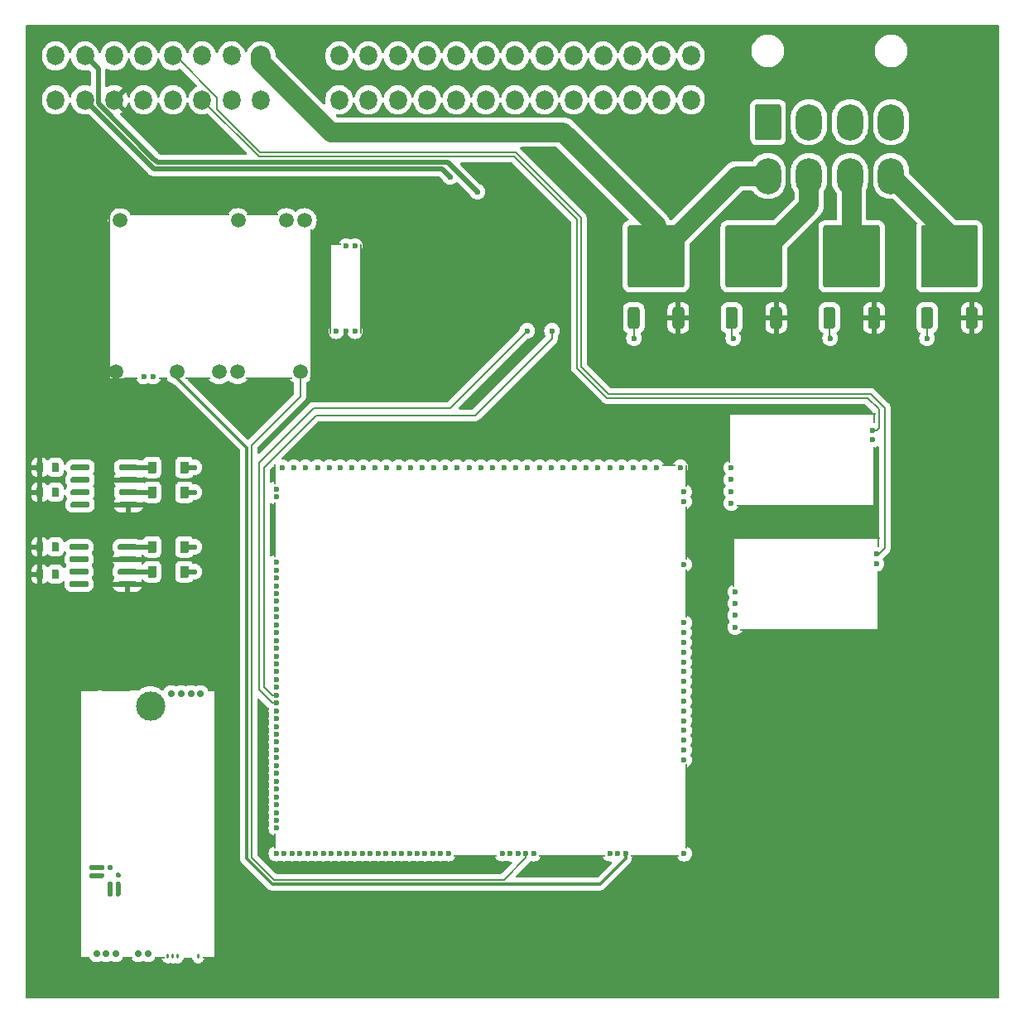
<source format=gtl>
G04 #@! TF.GenerationSoftware,KiCad,Pcbnew,8.0.9-8.0.9-0~ubuntu24.04.1*
G04 #@! TF.CreationDate,2025-06-27T01:28:59+00:00*
G04 #@! TF.ProjectId,EP91Starlet,45503931-5374-4617-926c-65742e6b6963,rev?*
G04 #@! TF.SameCoordinates,Original*
G04 #@! TF.FileFunction,Copper,L1,Top*
G04 #@! TF.FilePolarity,Positive*
%FSLAX46Y46*%
G04 Gerber Fmt 4.6, Leading zero omitted, Abs format (unit mm)*
G04 Created by KiCad (PCBNEW 8.0.9-8.0.9-0~ubuntu24.04.1) date 2025-06-27 01:28:59*
%MOMM*%
%LPD*%
G01*
G04 APERTURE LIST*
G04 #@! TA.AperFunction,ComponentPad*
%ADD10O,1.800000X2.000000*%
G04 #@! TD*
G04 #@! TA.AperFunction,ComponentPad*
%ADD11C,0.600000*%
G04 #@! TD*
G04 #@! TA.AperFunction,SMDPad,CuDef*
%ADD12O,1.225000X0.200000*%
G04 #@! TD*
G04 #@! TA.AperFunction,SMDPad,CuDef*
%ADD13O,0.200000X9.300000*%
G04 #@! TD*
G04 #@! TA.AperFunction,SMDPad,CuDef*
%ADD14R,0.200000X2.300000*%
G04 #@! TD*
G04 #@! TA.AperFunction,SMDPad,CuDef*
%ADD15R,0.200000X5.400000*%
G04 #@! TD*
G04 #@! TA.AperFunction,SMDPad,CuDef*
%ADD16R,0.200000X8.600000*%
G04 #@! TD*
G04 #@! TA.AperFunction,SMDPad,CuDef*
%ADD17R,0.200000X5.000000*%
G04 #@! TD*
G04 #@! TA.AperFunction,SMDPad,CuDef*
%ADD18R,1.400000X0.200000*%
G04 #@! TD*
G04 #@! TA.AperFunction,SMDPad,CuDef*
%ADD19R,5.000000X0.200000*%
G04 #@! TD*
G04 #@! TA.AperFunction,SMDPad,CuDef*
%ADD20R,6.800000X0.200000*%
G04 #@! TD*
G04 #@! TA.AperFunction,SMDPad,CuDef*
%ADD21R,4.500000X0.200000*%
G04 #@! TD*
G04 #@! TA.AperFunction,SMDPad,CuDef*
%ADD22R,0.200000X1.600000*%
G04 #@! TD*
G04 #@! TA.AperFunction,SMDPad,CuDef*
%ADD23R,0.200000X5.700000*%
G04 #@! TD*
G04 #@! TA.AperFunction,SMDPad,CuDef*
%ADD24R,0.200000X2.000000*%
G04 #@! TD*
G04 #@! TA.AperFunction,ComponentPad*
%ADD25C,1.500000*%
G04 #@! TD*
G04 #@! TA.AperFunction,SMDPad,CuDef*
%ADD26O,3.300000X0.200000*%
G04 #@! TD*
G04 #@! TA.AperFunction,SMDPad,CuDef*
%ADD27O,10.200000X0.200000*%
G04 #@! TD*
G04 #@! TA.AperFunction,SMDPad,CuDef*
%ADD28O,0.300000X0.200000*%
G04 #@! TD*
G04 #@! TA.AperFunction,SMDPad,CuDef*
%ADD29O,0.200000X17.000000*%
G04 #@! TD*
G04 #@! TA.AperFunction,SMDPad,CuDef*
%ADD30O,0.200000X15.400000*%
G04 #@! TD*
G04 #@! TA.AperFunction,SMDPad,CuDef*
%ADD31O,4.800000X0.200000*%
G04 #@! TD*
G04 #@! TA.AperFunction,SMDPad,CuDef*
%ADD32O,2.600000X0.200000*%
G04 #@! TD*
G04 #@! TA.AperFunction,SMDPad,CuDef*
%ADD33O,1.000000X0.200000*%
G04 #@! TD*
G04 #@! TA.AperFunction,SMDPad,CuDef*
%ADD34O,1.500000X0.200000*%
G04 #@! TD*
G04 #@! TA.AperFunction,ComponentPad*
%ADD35C,0.700000*%
G04 #@! TD*
G04 #@! TA.AperFunction,SMDPad,CuDef*
%ADD36C,3.000000*%
G04 #@! TD*
G04 #@! TA.AperFunction,SMDPad,CuDef*
%ADD37R,3.000000X0.250000*%
G04 #@! TD*
G04 #@! TA.AperFunction,SMDPad,CuDef*
%ADD38R,1.100000X0.250000*%
G04 #@! TD*
G04 #@! TA.AperFunction,SMDPad,CuDef*
%ADD39R,0.980000X0.250000*%
G04 #@! TD*
G04 #@! TA.AperFunction,SMDPad,CuDef*
%ADD40R,1.450000X0.250000*%
G04 #@! TD*
G04 #@! TA.AperFunction,SMDPad,CuDef*
%ADD41R,0.250000X27.600000*%
G04 #@! TD*
G04 #@! TA.AperFunction,SMDPad,CuDef*
%ADD42R,1.950000X0.250000*%
G04 #@! TD*
G04 #@! TA.AperFunction,SMDPad,CuDef*
%ADD43R,0.950000X0.250000*%
G04 #@! TD*
G04 #@! TA.AperFunction,ComponentPad*
%ADD44O,2.700000X3.700000*%
G04 #@! TD*
G04 #@! TA.AperFunction,SMDPad,CuDef*
%ADD45R,0.250000X6.185000*%
G04 #@! TD*
G04 #@! TA.AperFunction,SMDPad,CuDef*
%ADD46R,0.250000X1.115000*%
G04 #@! TD*
G04 #@! TA.AperFunction,SMDPad,CuDef*
%ADD47R,14.275000X0.250000*%
G04 #@! TD*
G04 #@! TA.AperFunction,SMDPad,CuDef*
%ADD48R,15.100000X0.250000*%
G04 #@! TD*
G04 #@! TA.AperFunction,SMDPad,CuDef*
%ADD49R,0.250000X5.175000*%
G04 #@! TD*
G04 #@! TA.AperFunction,ViaPad*
%ADD50C,0.600000*%
G04 #@! TD*
G04 #@! TA.AperFunction,ViaPad*
%ADD51C,0.800000*%
G04 #@! TD*
G04 #@! TA.AperFunction,Conductor*
%ADD52C,0.500000*%
G04 #@! TD*
G04 #@! TA.AperFunction,Conductor*
%ADD53C,0.200000*%
G04 #@! TD*
G04 #@! TA.AperFunction,Conductor*
%ADD54C,2.000000*%
G04 #@! TD*
G04 #@! TA.AperFunction,Conductor*
%ADD55C,0.300000*%
G04 #@! TD*
G04 APERTURE END LIST*
D10*
G04 #@! TO.P,U1,1*
G04 #@! TO.N,unconnected-(U1-Pad1)*
X3288000Y92126000D03*
G04 #@! TO.P,U1,2,#20*
G04 #@! TO.N,/INJ4/OUT4*
X6288000Y92126000D03*
G04 #@! TO.P,U1,3,E1*
G04 #@! TO.N,GND*
X9288000Y92126000D03*
G04 #@! TO.P,U1,4,IPV*
G04 #@! TO.N,unconnected-(U1-IPV-Pad4)*
X12288000Y92126000D03*
G04 #@! TO.P,U1,5,ELS3*
G04 #@! TO.N,unconnected-(U1-ELS3-Pad5)*
X15288000Y92126000D03*
G04 #@! TO.P,U1,6,NE*
G04 #@! TO.N,Net-(M1-VR+)*
X18288000Y92126000D03*
G04 #@! TO.P,U1,7,FAN*
G04 #@! TO.N,/FAN*
X21288000Y92126000D03*
G04 #@! TO.P,U1,8,IDL*
G04 #@! TO.N,unconnected-(U1-IDL-Pad8)*
X24288000Y92126000D03*
G04 #@! TO.P,U1,9,VCC*
G04 #@! TO.N,unconnected-(U1-VCC-Pad9)*
X32288000Y92126000D03*
G04 #@! TO.P,U1,10,PSW*
G04 #@! TO.N,Net-(M2-IN_TPS)*
X35288000Y92126000D03*
G04 #@! TO.P,U1,11,E2*
G04 #@! TO.N,unconnected-(U1-E2-Pad11)*
X38288000Y92126000D03*
G04 #@! TO.P,U1,12,HT*
G04 #@! TO.N,unconnected-(U1-HT-Pad12)*
X41288000Y92126000D03*
G04 #@! TO.P,U1,13,RSO*
G04 #@! TO.N,unconnected-(U1-RSO-Pad13)*
X44288000Y92126000D03*
G04 #@! TO.P,U1,14,VF*
G04 #@! TO.N,unconnected-(U1-VF-Pad14)*
X47288000Y92126000D03*
G04 #@! TO.P,U1,15,ELS2*
G04 #@! TO.N,unconnected-(U1-ELS2-Pad15)*
X50288000Y92126000D03*
G04 #@! TO.P,U1,16,ACT*
G04 #@! TO.N,unconnected-(U1-ACT-Pad16)*
X53288000Y92126000D03*
G04 #@! TO.P,U1,17,SPD*
G04 #@! TO.N,unconnected-(U1-SPD-Pad17)*
X56288000Y92126000D03*
G04 #@! TO.P,U1,18,AC1*
G04 #@! TO.N,unconnected-(U1-AC1-Pad18)*
X59288000Y92126000D03*
G04 #@! TO.P,U1,19,EGW*
G04 #@! TO.N,unconnected-(U1-EGW-Pad19)*
X62288000Y92126000D03*
G04 #@! TO.P,U1,20,W*
G04 #@! TO.N,unconnected-(U1-W-Pad20)*
X65288000Y92126000D03*
G04 #@! TO.P,U1,21,+B*
G04 #@! TO.N,unconnected-(U1-+B-Pad21)*
X68288000Y92126000D03*
G04 #@! TO.P,U1,22*
G04 #@! TO.N,unconnected-(U1-Pad22)*
X68288000Y96626000D03*
G04 #@! TO.P,U1,23,BATT*
G04 #@! TO.N,+12V_RAW*
X65288000Y96626000D03*
G04 #@! TO.P,U1,24,CCO*
G04 #@! TO.N,unconnected-(U1-CCO-Pad24)*
X62288000Y96626000D03*
G04 #@! TO.P,U1,25,FC*
G04 #@! TO.N,unconnected-(U1-FC-Pad25)*
X59288000Y96626000D03*
G04 #@! TO.P,U1,26,ELS1*
G04 #@! TO.N,unconnected-(U1-ELS1-Pad26)*
X56288000Y96626000D03*
G04 #@! TO.P,U1,27,AC2*
G04 #@! TO.N,unconnected-(U1-AC2-Pad27)*
X53288000Y96626000D03*
G04 #@! TO.P,U1,28,TE2*
G04 #@! TO.N,unconnected-(U1-TE2-Pad28)*
X50288000Y96626000D03*
G04 #@! TO.P,U1,29,TE1*
G04 #@! TO.N,unconnected-(U1-TE1-Pad29)*
X47288000Y96626000D03*
G04 #@! TO.P,U1,30,RSC*
G04 #@! TO.N,unconnected-(U1-RSC-Pad30)*
X44288000Y96626000D03*
G04 #@! TO.P,U1,31,NSW*
G04 #@! TO.N,unconnected-(U1-NSW-Pad31)*
X41288000Y96626000D03*
G04 #@! TO.P,U1,32,THW*
G04 #@! TO.N,Net-(M2-IN_CLT)*
X38288000Y96626000D03*
G04 #@! TO.P,U1,33,PIM*
G04 #@! TO.N,Net-(M2-IN_MAP1)*
X35288000Y96626000D03*
G04 #@! TO.P,U1,34,THA*
G04 #@! TO.N,Net-(M2-IN_IAT)*
X32288000Y96626000D03*
G04 #@! TO.P,U1,35,IGT*
G04 #@! TO.N,/IGN4/OUT4*
X24288000Y96626000D03*
G04 #@! TO.P,U1,36,IGF*
G04 #@! TO.N,unconnected-(U1-IGF-Pad36)*
X21288000Y96626000D03*
G04 #@! TO.P,U1,37,G2*
G04 #@! TO.N,unconnected-(U1-G2-Pad37)*
X18288000Y96626000D03*
G04 #@! TO.P,U1,38,G-*
G04 #@! TO.N,Net-(M5-VR+)*
X15288000Y96626000D03*
G04 #@! TO.P,U1,39,OX*
G04 #@! TO.N,unconnected-(U1-OX-Pad39)*
X12288000Y96626000D03*
G04 #@! TO.P,U1,40,STA*
G04 #@! TO.N,unconnected-(U1-STA-Pad40)*
X9288000Y96626000D03*
G04 #@! TO.P,U1,41,#10*
G04 #@! TO.N,/INJ4/OUT3*
X6288000Y96626000D03*
G04 #@! TO.P,U1,42,E01*
G04 #@! TO.N,unconnected-(U1-E01-Pad42)*
X3288000Y96626000D03*
G04 #@! TD*
G04 #@! TO.P,D1,1,K*
G04 #@! TO.N,+12V_RAW*
G04 #@! TA.AperFunction,SMDPad,CuDef*
G36*
G01*
X16920000Y46916000D02*
X16920000Y45896000D01*
G75*
G02*
X16830000Y45806000I-90000J0D01*
G01*
X16110000Y45806000D01*
G75*
G02*
X16020000Y45896000I0J90000D01*
G01*
X16020000Y46916000D01*
G75*
G02*
X16110000Y47006000I90000J0D01*
G01*
X16830000Y47006000D01*
G75*
G02*
X16920000Y46916000I0J-90000D01*
G01*
G37*
G04 #@! TD.AperFunction*
G04 #@! TO.P,D1,2,A*
G04 #@! TO.N,/FAN*
G04 #@! TA.AperFunction,SMDPad,CuDef*
G36*
G01*
X13620000Y46916000D02*
X13620000Y45896000D01*
G75*
G02*
X13530000Y45806000I-90000J0D01*
G01*
X12810000Y45806000D01*
G75*
G02*
X12720000Y45896000I0J90000D01*
G01*
X12720000Y46916000D01*
G75*
G02*
X12810000Y47006000I90000J0D01*
G01*
X13530000Y47006000D01*
G75*
G02*
X13620000Y46916000I0J-90000D01*
G01*
G37*
G04 #@! TD.AperFunction*
G04 #@! TD*
G04 #@! TO.P,U5,1,IN1*
G04 #@! TO.N,/LS_PROTECTED_2/IN1*
G04 #@! TA.AperFunction,SMDPad,CuDef*
G36*
G01*
X4829000Y54384000D02*
X4829000Y54684000D01*
G75*
G02*
X4979000Y54834000I150000J0D01*
G01*
X6629000Y54834000D01*
G75*
G02*
X6779000Y54684000I0J-150000D01*
G01*
X6779000Y54384000D01*
G75*
G02*
X6629000Y54234000I-150000J0D01*
G01*
X4979000Y54234000D01*
G75*
G02*
X4829000Y54384000I0J150000D01*
G01*
G37*
G04 #@! TD.AperFunction*
G04 #@! TO.P,U5,2,STATUS1*
G04 #@! TO.N,unconnected-(U5-STATUS1-Pad2)*
G04 #@! TA.AperFunction,SMDPad,CuDef*
G36*
G01*
X4829000Y53114000D02*
X4829000Y53414000D01*
G75*
G02*
X4979000Y53564000I150000J0D01*
G01*
X6629000Y53564000D01*
G75*
G02*
X6779000Y53414000I0J-150000D01*
G01*
X6779000Y53114000D01*
G75*
G02*
X6629000Y52964000I-150000J0D01*
G01*
X4979000Y52964000D01*
G75*
G02*
X4829000Y53114000I0J150000D01*
G01*
G37*
G04 #@! TD.AperFunction*
G04 #@! TO.P,U5,3,IN2*
G04 #@! TO.N,/LS_PROTECTED_2/IN2*
G04 #@! TA.AperFunction,SMDPad,CuDef*
G36*
G01*
X4829000Y51844000D02*
X4829000Y52144000D01*
G75*
G02*
X4979000Y52294000I150000J0D01*
G01*
X6629000Y52294000D01*
G75*
G02*
X6779000Y52144000I0J-150000D01*
G01*
X6779000Y51844000D01*
G75*
G02*
X6629000Y51694000I-150000J0D01*
G01*
X4979000Y51694000D01*
G75*
G02*
X4829000Y51844000I0J150000D01*
G01*
G37*
G04 #@! TD.AperFunction*
G04 #@! TO.P,U5,4,STATUS2*
G04 #@! TO.N,unconnected-(U5-STATUS2-Pad4)*
G04 #@! TA.AperFunction,SMDPad,CuDef*
G36*
G01*
X4829000Y50574000D02*
X4829000Y50874000D01*
G75*
G02*
X4979000Y51024000I150000J0D01*
G01*
X6629000Y51024000D01*
G75*
G02*
X6779000Y50874000I0J-150000D01*
G01*
X6779000Y50574000D01*
G75*
G02*
X6629000Y50424000I-150000J0D01*
G01*
X4979000Y50424000D01*
G75*
G02*
X4829000Y50574000I0J150000D01*
G01*
G37*
G04 #@! TD.AperFunction*
G04 #@! TO.P,U5,5,S2*
G04 #@! TO.N,GND*
G04 #@! TA.AperFunction,SMDPad,CuDef*
G36*
G01*
X9779000Y50574000D02*
X9779000Y50874000D01*
G75*
G02*
X9929000Y51024000I150000J0D01*
G01*
X11579000Y51024000D01*
G75*
G02*
X11729000Y50874000I0J-150000D01*
G01*
X11729000Y50574000D01*
G75*
G02*
X11579000Y50424000I-150000J0D01*
G01*
X9929000Y50424000D01*
G75*
G02*
X9779000Y50574000I0J150000D01*
G01*
G37*
G04 #@! TD.AperFunction*
G04 #@! TO.P,U5,6,D2*
G04 #@! TO.N,/LS_PROTECTED_2/OUT2*
G04 #@! TA.AperFunction,SMDPad,CuDef*
G36*
G01*
X9779000Y51844000D02*
X9779000Y52144000D01*
G75*
G02*
X9929000Y52294000I150000J0D01*
G01*
X11579000Y52294000D01*
G75*
G02*
X11729000Y52144000I0J-150000D01*
G01*
X11729000Y51844000D01*
G75*
G02*
X11579000Y51694000I-150000J0D01*
G01*
X9929000Y51694000D01*
G75*
G02*
X9779000Y51844000I0J150000D01*
G01*
G37*
G04 #@! TD.AperFunction*
G04 #@! TO.P,U5,7,S1*
G04 #@! TO.N,GND*
G04 #@! TA.AperFunction,SMDPad,CuDef*
G36*
G01*
X9779000Y53114000D02*
X9779000Y53414000D01*
G75*
G02*
X9929000Y53564000I150000J0D01*
G01*
X11579000Y53564000D01*
G75*
G02*
X11729000Y53414000I0J-150000D01*
G01*
X11729000Y53114000D01*
G75*
G02*
X11579000Y52964000I-150000J0D01*
G01*
X9929000Y52964000D01*
G75*
G02*
X9779000Y53114000I0J150000D01*
G01*
G37*
G04 #@! TD.AperFunction*
G04 #@! TO.P,U5,8,D1*
G04 #@! TO.N,/LS_PROTECTED_2/OUT1*
G04 #@! TA.AperFunction,SMDPad,CuDef*
G36*
G01*
X9779000Y54384000D02*
X9779000Y54684000D01*
G75*
G02*
X9929000Y54834000I150000J0D01*
G01*
X11579000Y54834000D01*
G75*
G02*
X11729000Y54684000I0J-150000D01*
G01*
X11729000Y54384000D01*
G75*
G02*
X11579000Y54234000I-150000J0D01*
G01*
X9929000Y54234000D01*
G75*
G02*
X9779000Y54384000I0J150000D01*
G01*
G37*
G04 #@! TD.AperFunction*
G04 #@! TD*
D11*
G04 #@! TO.P,M3,E1,V5A*
G04 #@! TO.N,+5VA*
X33906000Y68472000D03*
D12*
G04 #@! TO.P,M3,E2,GND*
G04 #@! TO.N,GND*
X31931000Y77372000D03*
D13*
X34506000Y72822000D03*
X31406000Y72822000D03*
D11*
X32956000Y68472000D03*
G04 #@! TO.P,M3,E3,OUT_KNOCK*
G04 #@! TO.N,Net-(M2-IN_KNOCK)*
X32006002Y68472000D03*
G04 #@! TO.P,M3,W1,IN_KNOCK*
G04 #@! TO.N,unconnected-(M3-IN_KNOCK-PadW1)*
X33006000Y77172000D03*
G04 #@! TO.P,M3,W2,VREF*
G04 #@! TO.N,unconnected-(M3-VREF-PadW2)*
X33906000Y77172000D03*
G04 #@! TD*
G04 #@! TO.P,Q2,1,G*
G04 #@! TO.N,Net-(Q2-G)*
G04 #@! TA.AperFunction,SMDPad,CuDef*
G36*
G01*
X82774000Y68724000D02*
X82074000Y68724000D01*
G75*
G02*
X81824000Y68974000I0J250000D01*
G01*
X81824000Y70674000D01*
G75*
G02*
X82074000Y70924000I250000J0D01*
G01*
X82774000Y70924000D01*
G75*
G02*
X83024000Y70674000I0J-250000D01*
G01*
X83024000Y68974000D01*
G75*
G02*
X82774000Y68724000I-250000J0D01*
G01*
G37*
G04 #@! TD.AperFunction*
G04 #@! TO.P,Q2,2,C*
G04 #@! TO.N,/IGN4/OUT2*
G04 #@! TA.AperFunction,SMDPad,CuDef*
G36*
G01*
X84304000Y72924000D02*
X82054000Y72924000D01*
G75*
G02*
X81804000Y73174000I0J250000D01*
G01*
X81804000Y75724000D01*
G75*
G02*
X82054000Y75974000I250000J0D01*
G01*
X84304000Y75974000D01*
G75*
G02*
X84554000Y75724000I0J-250000D01*
G01*
X84554000Y73174000D01*
G75*
G02*
X84304000Y72924000I-250000J0D01*
G01*
G37*
G04 #@! TD.AperFunction*
G04 #@! TA.AperFunction,SMDPad,CuDef*
G36*
G01*
X87354000Y72924000D02*
X85104000Y72924000D01*
G75*
G02*
X84854000Y73174000I0J250000D01*
G01*
X84854000Y75724000D01*
G75*
G02*
X85104000Y75974000I250000J0D01*
G01*
X87354000Y75974000D01*
G75*
G02*
X87604000Y75724000I0J-250000D01*
G01*
X87604000Y73174000D01*
G75*
G02*
X87354000Y72924000I-250000J0D01*
G01*
G37*
G04 #@! TD.AperFunction*
G04 #@! TA.AperFunction,SMDPad,CuDef*
G36*
G01*
X87354003Y72924000D02*
X82053997Y72924000D01*
G75*
G02*
X81804000Y73173997I0J249997D01*
G01*
X81804000Y79074003D01*
G75*
G02*
X82053997Y79324000I249997J0D01*
G01*
X87354003Y79324000D01*
G75*
G02*
X87604000Y79074003I0J-249997D01*
G01*
X87604000Y73173997D01*
G75*
G02*
X87354003Y72924000I-249997J0D01*
G01*
G37*
G04 #@! TD.AperFunction*
G04 #@! TA.AperFunction,SMDPad,CuDef*
G36*
G01*
X84304000Y76274000D02*
X82054000Y76274000D01*
G75*
G02*
X81804000Y76524000I0J250000D01*
G01*
X81804000Y79074000D01*
G75*
G02*
X82054000Y79324000I250000J0D01*
G01*
X84304000Y79324000D01*
G75*
G02*
X84554000Y79074000I0J-250000D01*
G01*
X84554000Y76524000D01*
G75*
G02*
X84304000Y76274000I-250000J0D01*
G01*
G37*
G04 #@! TD.AperFunction*
G04 #@! TA.AperFunction,SMDPad,CuDef*
G36*
G01*
X87354000Y76274000D02*
X85104000Y76274000D01*
G75*
G02*
X84854000Y76524000I0J250000D01*
G01*
X84854000Y79074000D01*
G75*
G02*
X85104000Y79324000I250000J0D01*
G01*
X87354000Y79324000D01*
G75*
G02*
X87604000Y79074000I0J-250000D01*
G01*
X87604000Y76524000D01*
G75*
G02*
X87354000Y76274000I-250000J0D01*
G01*
G37*
G04 #@! TD.AperFunction*
G04 #@! TO.P,Q2,3,E*
G04 #@! TO.N,GND*
G04 #@! TA.AperFunction,SMDPad,CuDef*
G36*
G01*
X87334000Y68724000D02*
X86634000Y68724000D01*
G75*
G02*
X86384000Y68974000I0J250000D01*
G01*
X86384000Y70674000D01*
G75*
G02*
X86634000Y70924000I250000J0D01*
G01*
X87334000Y70924000D01*
G75*
G02*
X87584000Y70674000I0J-250000D01*
G01*
X87584000Y68974000D01*
G75*
G02*
X87334000Y68724000I-250000J0D01*
G01*
G37*
G04 #@! TD.AperFunction*
G04 #@! TD*
G04 #@! TO.P,R5,1*
G04 #@! TO.N,GND*
G04 #@! TA.AperFunction,SMDPad,CuDef*
G36*
G01*
X1314000Y51604000D02*
X1314000Y52384000D01*
G75*
G02*
X1384000Y52454000I70000J0D01*
G01*
X1944000Y52454000D01*
G75*
G02*
X2014000Y52384000I0J-70000D01*
G01*
X2014000Y51604000D01*
G75*
G02*
X1944000Y51534000I-70000J0D01*
G01*
X1384000Y51534000D01*
G75*
G02*
X1314000Y51604000I0J70000D01*
G01*
G37*
G04 #@! TD.AperFunction*
G04 #@! TO.P,R5,2*
G04 #@! TO.N,/LS_PROTECTED_2/IN2*
G04 #@! TA.AperFunction,SMDPad,CuDef*
G36*
G01*
X2914000Y51604000D02*
X2914000Y52384000D01*
G75*
G02*
X2984000Y52454000I70000J0D01*
G01*
X3544000Y52454000D01*
G75*
G02*
X3614000Y52384000I0J-70000D01*
G01*
X3614000Y51604000D01*
G75*
G02*
X3544000Y51534000I-70000J0D01*
G01*
X2984000Y51534000D01*
G75*
G02*
X2914000Y51604000I0J70000D01*
G01*
G37*
G04 #@! TD.AperFunction*
G04 #@! TD*
G04 #@! TO.P,D2,1,K*
G04 #@! TO.N,+12V_RAW*
G04 #@! TA.AperFunction,SMDPad,CuDef*
G36*
G01*
X16920000Y44376000D02*
X16920000Y43356000D01*
G75*
G02*
X16830000Y43266000I-90000J0D01*
G01*
X16110000Y43266000D01*
G75*
G02*
X16020000Y43356000I0J90000D01*
G01*
X16020000Y44376000D01*
G75*
G02*
X16110000Y44466000I90000J0D01*
G01*
X16830000Y44466000D01*
G75*
G02*
X16920000Y44376000I0J-90000D01*
G01*
G37*
G04 #@! TD.AperFunction*
G04 #@! TO.P,D2,2,A*
G04 #@! TO.N,/LS_PROTECTED_2/OUT2*
G04 #@! TA.AperFunction,SMDPad,CuDef*
G36*
G01*
X13620000Y44376000D02*
X13620000Y43356000D01*
G75*
G02*
X13530000Y43266000I-90000J0D01*
G01*
X12810000Y43266000D01*
G75*
G02*
X12720000Y43356000I0J90000D01*
G01*
X12720000Y44376000D01*
G75*
G02*
X12810000Y44466000I90000J0D01*
G01*
X13530000Y44466000D01*
G75*
G02*
X13620000Y44376000I0J-90000D01*
G01*
G37*
G04 #@! TD.AperFunction*
G04 #@! TD*
G04 #@! TO.P,M2,E1,SPI2_SCK/CAN2_TX*
G04 #@! TO.N,unconnected-(M2-SPI2_SCK{slash}CAN2_TX-PadE1)*
X25875997Y17634000D03*
G04 #@! TO.P,M2,E2,SPI2_MISO*
G04 #@! TO.N,unconnected-(M2-SPI2_MISO-PadE2)*
X25875997Y18434001D03*
G04 #@! TO.P,M2,E3,SPI2_MOSI*
G04 #@! TO.N,unconnected-(M2-SPI2_MOSI-PadE3)*
X25875997Y19233999D03*
G04 #@! TO.P,M2,E4,SPI2_CS/CAN2_RX*
G04 #@! TO.N,unconnected-(M2-SPI2_CS{slash}CAN2_RX-PadE4)*
X25875997Y20034000D03*
G04 #@! TO.P,M2,E6,OUT_IO3*
G04 #@! TO.N,unconnected-(M2-OUT_IO3-PadE6)*
X25875997Y20834001D03*
G04 #@! TO.P,M2,E7,OUT_IO5*
G04 #@! TO.N,unconnected-(M2-OUT_IO5-PadE7)*
X25876000Y21633999D03*
G04 #@! TO.P,M2,E8,OUT_IO1*
G04 #@! TO.N,unconnected-(M2-OUT_IO1-PadE8)*
X25876000Y22434000D03*
G04 #@! TO.P,M2,E9,OUT_IO6*
G04 #@! TO.N,unconnected-(M2-OUT_IO6-PadE9)*
X25875997Y23234004D03*
G04 #@! TO.P,M2,E10,OUT_IO10*
G04 #@! TO.N,unconnected-(M2-OUT_IO10-PadE10)*
X25875997Y24034000D03*
G04 #@! TO.P,M2,E11,OUT_IO9*
G04 #@! TO.N,unconnected-(M2-OUT_IO9-PadE11)*
X25875997Y24834000D03*
G04 #@! TO.P,M2,E12,OUT_IO2*
G04 #@! TO.N,unconnected-(M2-OUT_IO2-PadE12)*
X25875997Y25634001D03*
G04 #@! TO.P,M2,E13,OUT_IO12*
G04 #@! TO.N,unconnected-(M2-OUT_IO12-PadE13)*
X25876000Y26434000D03*
G04 #@! TO.P,M2,E14,OUT_PWM5*
G04 #@! TO.N,unconnected-(M2-OUT_PWM5-PadE14)*
X25876000Y27234001D03*
G04 #@! TO.P,M2,E15,OUT_PWM4*
G04 #@! TO.N,unconnected-(M2-OUT_PWM4-PadE15)*
X25876000Y28034002D03*
G04 #@! TO.P,M2,E16,OUT_PWM3*
G04 #@! TO.N,unconnected-(M2-OUT_PWM3-PadE16)*
X25875997Y28834000D03*
G04 #@! TO.P,M2,E17,OUT_PWM2*
G04 #@! TO.N,unconnected-(M2-OUT_PWM2-PadE17)*
X25875997Y29634001D03*
G04 #@! TO.P,M2,E18,OUT_INJ2*
G04 #@! TO.N,/INJ4/IN2*
X25875997Y30433999D03*
G04 #@! TO.P,M2,E19,OUT_INJ1*
G04 #@! TO.N,/INJ4/IN1*
X25876000Y31234000D03*
G04 #@! TO.P,M2,E20,OUT_IO13*
G04 #@! TO.N,unconnected-(M2-OUT_IO13-PadE20)*
X25876000Y32034001D03*
G04 #@! TO.P,M2,E21,OUT_IO4*
G04 #@! TO.N,unconnected-(M2-OUT_IO4-PadE21)*
X25875997Y32834000D03*
G04 #@! TO.P,M2,E22,OUT_IO8*
G04 #@! TO.N,unconnected-(M2-OUT_IO8-PadE22)*
X25875997Y33634001D03*
G04 #@! TO.P,M2,E23,OUT_IO7*
G04 #@! TO.N,unconnected-(M2-OUT_IO7-PadE23)*
X25875997Y34434002D03*
G04 #@! TO.P,M2,E24,OUT_IO11*
G04 #@! TO.N,unconnected-(M2-OUT_IO11-PadE24)*
X25875997Y35234000D03*
G04 #@! TO.P,M2,E25,OUT_PWM7*
G04 #@! TO.N,unconnected-(M2-OUT_PWM7-PadE25)*
X25875997Y36034001D03*
G04 #@! TO.P,M2,E26,OUT_PWM6*
G04 #@! TO.N,unconnected-(M2-OUT_PWM6-PadE26)*
X25875997Y36833999D03*
G04 #@! TO.P,M2,E27,OUT_PWM1*
G04 #@! TO.N,unconnected-(M2-OUT_PWM1-PadE27)*
X25875997Y37634000D03*
G04 #@! TO.P,M2,E28,OUT_PWM8*
G04 #@! TO.N,unconnected-(M2-OUT_PWM8-PadE28)*
X25875997Y38434001D03*
G04 #@! TO.P,M2,E29,OUT_INJ3*
G04 #@! TO.N,/INJ4/IN3*
X25875997Y39234000D03*
G04 #@! TO.P,M2,E30,OUT_INJ4*
G04 #@! TO.N,/INJ4/IN4*
X25875997Y40034001D03*
G04 #@! TO.P,M2,E31,OUT_INJ5*
G04 #@! TO.N,/LS_PROTECTED_2/IN1*
X25876000Y40833999D03*
G04 #@! TO.P,M2,E32,OUT_INJ6*
G04 #@! TO.N,/LS_PROTECTED_2/IN2*
X25875997Y41634002D03*
G04 #@! TO.P,M2,E33,OUT_INJ7*
G04 #@! TO.N,/LS_PROTECTED_2/IN1*
X25875997Y42434001D03*
G04 #@! TO.P,M2,E34,OUT_INJ8*
G04 #@! TO.N,/LS_PROTECTED_2/IN2*
X25875997Y43233999D03*
G04 #@! TO.P,M2,E35,IO6*
G04 #@! TO.N,unconnected-(M2-IO6-PadE35)*
X25875997Y44034000D03*
G04 #@! TO.P,M2,E36,IO7*
G04 #@! TO.N,unconnected-(M2-IO7-PadE36)*
X25875997Y44834001D03*
G04 #@! TO.P,M2,E38,V5A_SWITCHABLE*
G04 #@! TO.N,+5VA*
X25876000Y51533995D03*
G04 #@! TO.P,M2,E39,GNDA*
G04 #@! TO.N,unconnected-(M2-GNDA-PadE39)*
X25875997Y52333996D03*
D14*
G04 #@! TO.P,M2,G,GND*
G04 #@! TO.N,GND*
X67776002Y53683996D03*
D15*
X67776000Y47833993D03*
D16*
X67775999Y19833996D03*
D17*
X67775999Y41633996D03*
D18*
X65975993Y54733999D03*
D19*
X64575998Y14833998D03*
D20*
X56075995Y14833998D03*
D21*
X46225992Y14833998D03*
D22*
X25675997Y16333997D03*
D23*
X25675997Y48184000D03*
D24*
X25675997Y53833993D03*
D11*
G04 #@! TO.P,M2,N1,USBID*
G04 #@! TO.N,unconnected-(M2-USBID-PadN1)*
X25875997Y15033997D03*
G04 #@! TO.P,M2,N2,USBM*
G04 #@! TO.N,unconnected-(M2-USBM-PadN2)*
X26675995Y15033995D03*
G04 #@! TO.P,M2,N3,USBP*
G04 #@! TO.N,unconnected-(M2-USBP-PadN3)*
X27475996Y15033995D03*
G04 #@! TO.P,M2,N4,VBUS*
G04 #@! TO.N,unconnected-(M2-VBUS-PadN4)*
X28275995Y15033997D03*
G04 #@! TO.P,M2,N5,BOOT0*
G04 #@! TO.N,unconnected-(M2-BOOT0-PadN5)*
X29075996Y15033997D03*
G04 #@! TO.P,M2,N6,SWO*
G04 #@! TO.N,unconnected-(M2-SWO-PadN6)*
X29875997Y15033997D03*
G04 #@! TO.P,M2,N7,SWDIO*
G04 #@! TO.N,unconnected-(M2-SWDIO-PadN7)*
X30675995Y15033997D03*
G04 #@! TO.P,M2,N8,SWCLK*
G04 #@! TO.N,unconnected-(M2-SWCLK-PadN8)*
X31475996Y15033995D03*
G04 #@! TO.P,M2,N9,nReset*
G04 #@! TO.N,unconnected-(M2-nReset-PadN9)*
X32275994Y15033997D03*
G04 #@! TO.P,M2,N10,SPI3_CS*
G04 #@! TO.N,unconnected-(M2-SPI3_CS-PadN10)*
X33075995Y15033997D03*
G04 #@! TO.P,M2,N11,SPI3_SCK*
G04 #@! TO.N,unconnected-(M2-SPI3_SCK-PadN11)*
X33875996Y15033997D03*
G04 #@! TO.P,M2,N12,SPI3_MISO*
G04 #@! TO.N,unconnected-(M2-SPI3_MISO-PadN12)*
X34675997Y15033997D03*
G04 #@! TO.P,M2,N13,SPI3_MOSI*
G04 #@! TO.N,unconnected-(M2-SPI3_MOSI-PadN13)*
X35475996Y15033997D03*
G04 #@! TO.P,M2,N14,I2C_SCL*
G04 #@! TO.N,unconnected-(M2-I2C_SCL-PadN14)*
X36275997Y15033997D03*
G04 #@! TO.P,M2,N15,I2C_SDA*
G04 #@! TO.N,unconnected-(M2-I2C_SDA-PadN15)*
X37075998Y15033995D03*
G04 #@! TO.P,M2,N16,IO1*
G04 #@! TO.N,unconnected-(M2-IO1-PadN16)*
X37875998Y15033995D03*
G04 #@! TO.P,M2,N17,UART2_TX*
G04 #@! TO.N,unconnected-(M2-UART2_TX-PadN17)*
X38675997Y15033997D03*
G04 #@! TO.P,M2,N18,UART2_RX*
G04 #@! TO.N,unconnected-(M2-UART2_RX-PadN18)*
X39475998Y15033997D03*
G04 #@! TO.P,M2,N19,IO2*
G04 #@! TO.N,unconnected-(M2-IO2-PadN19)*
X40275996Y15033997D03*
G04 #@! TO.P,M2,N20,IO4*
G04 #@! TO.N,unconnected-(M2-IO4-PadN20)*
X41075997Y15033997D03*
G04 #@! TO.P,M2,N21,IO3*
G04 #@! TO.N,unconnected-(M2-IO3-PadN21)*
X41875996Y15033995D03*
G04 #@! TO.P,M2,N22,V33*
G04 #@! TO.N,unconnected-(M2-V33-PadN22)*
X42675997Y15033997D03*
G04 #@! TO.P,M2,N23,IO5*
G04 #@! TO.N,unconnected-(M2-IO5-PadN23)*
X43475997Y15033997D03*
G04 #@! TO.P,M2,N24,UART8_RX*
G04 #@! TO.N,unconnected-(M2-UART8_RX-PadN24)*
X48975997Y15033997D03*
G04 #@! TO.P,M2,N25,UART8_TX*
G04 #@! TO.N,unconnected-(M2-UART8_TX-PadN25)*
X49775998Y15033997D03*
G04 #@! TO.P,M2,N26,IN_VIGN*
G04 #@! TO.N,Net-(M2-IN_VIGN)*
X50575996Y15033997D03*
G04 #@! TO.P,M2,N27,VBAT*
G04 #@! TO.N,Net-(M2-VBAT)*
X51375994Y15033997D03*
G04 #@! TO.P,M2,N28,V33_SWITCHABLE*
G04 #@! TO.N,unconnected-(M2-V33_SWITCHABLE-PadN28)*
X52175993Y15033997D03*
G04 #@! TO.P,M2,N29,OUT_PWR_EN*
G04 #@! TO.N,Net-(M2-OUT_PWR_EN)*
X59975997Y15033997D03*
G04 #@! TO.P,M2,N30,V5A_SWITCHABLE*
G04 #@! TO.N,unconnected-(M2-V5A_SWITCHABLE-PadN30)*
X60775996Y15033997D03*
G04 #@! TO.P,M2,N31,VCC*
G04 #@! TO.N,+5V*
X61575994Y15033997D03*
G04 #@! TO.P,M2,N32,V33*
G04 #@! TO.N,unconnected-(M2-V33-PadN32)*
X67575998Y15033997D03*
G04 #@! TO.P,M2,S1,IN_D4*
G04 #@! TO.N,unconnected-(M2-IN_D4-PadS1)*
X26475998Y54534002D03*
G04 #@! TO.P,M2,S2,IN_D3*
G04 #@! TO.N,unconnected-(M2-IN_D3-PadS2)*
X27675999Y54534000D03*
G04 #@! TO.P,M2,S3,IN_D2*
G04 #@! TO.N,unconnected-(M2-IN_D2-PadS3)*
X28875996Y54534000D03*
G04 #@! TO.P,M2,S4,IN_D1*
G04 #@! TO.N,unconnected-(M2-IN_D1-PadS4)*
X30075996Y54534002D03*
G04 #@! TO.P,M2,S5,VREF2*
G04 #@! TO.N,unconnected-(M2-VREF2-PadS5)*
X31275996Y54534000D03*
G04 #@! TO.P,M2,S6,IN_SENS4*
G04 #@! TO.N,unconnected-(M2-IN_SENS4-PadS6)*
X32375984Y54534000D03*
G04 #@! TO.P,M2,S7,IN_SENS3*
G04 #@! TO.N,unconnected-(M2-IN_SENS3-PadS7)*
X33575984Y54534000D03*
G04 #@! TO.P,M2,S8,IN_SENS2*
G04 #@! TO.N,unconnected-(M2-IN_SENS2-PadS8)*
X34775982Y54534002D03*
G04 #@! TO.P,M2,S9,IN_SENS1*
G04 #@! TO.N,unconnected-(M2-IN_SENS1-PadS9)*
X35975982Y54534000D03*
G04 #@! TO.P,M2,S10,IN_AUX4*
G04 #@! TO.N,unconnected-(M2-IN_AUX4-PadS10)*
X37175985Y54534000D03*
G04 #@! TO.P,M2,S11,IN_AUX3*
G04 #@! TO.N,unconnected-(M2-IN_AUX3-PadS11)*
X38375987Y54534002D03*
G04 #@! TO.P,M2,S12,IN_AUX2*
G04 #@! TO.N,unconnected-(M2-IN_AUX2-PadS12)*
X39575985Y54534000D03*
G04 #@! TO.P,M2,S13,IN_AUX1*
G04 #@! TO.N,unconnected-(M2-IN_AUX1-PadS13)*
X40775983Y54534000D03*
G04 #@! TO.P,M2,S14,IN_RES2*
G04 #@! TO.N,unconnected-(M2-IN_RES2-PadS14)*
X41975990Y54534000D03*
G04 #@! TO.P,M2,S15,IN_O2S2*
G04 #@! TO.N,unconnected-(M2-IN_O2S2-PadS15)*
X43175990Y54534000D03*
G04 #@! TO.P,M2,S16,IN_O2S*
G04 #@! TO.N,unconnected-(M2-IN_O2S-PadS16)*
X44375988Y54534000D03*
G04 #@! TO.P,M2,S17,IN_RES1*
G04 #@! TO.N,unconnected-(M2-IN_RES1-PadS17)*
X45575988Y54534000D03*
G04 #@! TO.P,M2,S18,IN_RES3*
G04 #@! TO.N,unconnected-(M2-IN_RES3-PadS18)*
X46775993Y54534000D03*
G04 #@! TO.P,M2,S19,IN_MAP3*
G04 #@! TO.N,unconnected-(M2-IN_MAP3-PadS19)*
X47975994Y54534000D03*
G04 #@! TO.P,M2,S20,IN_MAP2*
G04 #@! TO.N,unconnected-(M2-IN_MAP2-PadS20)*
X49175991Y54534002D03*
G04 #@! TO.P,M2,S21,IN_MAP1*
G04 #@! TO.N,Net-(M2-IN_MAP1)*
X50375991Y54534000D03*
G04 #@! TO.P,M2,S22,IN_CRANK*
G04 #@! TO.N,Net-(M1-OUT)*
X51575994Y54534002D03*
G04 #@! TO.P,M2,S23,IN_KNOCK*
G04 #@! TO.N,Net-(M2-IN_KNOCK)*
X52775994Y54534000D03*
G04 #@! TO.P,M2,S24,IN_CAM*
G04 #@! TO.N,Net-(M2-IN_CAM)*
X53975989Y54534000D03*
G04 #@! TO.P,M2,S25,IN_VSS*
G04 #@! TO.N,unconnected-(M2-IN_VSS-PadS25)*
X55175992Y54534002D03*
G04 #@! TO.P,M2,S26,IN_IAT*
G04 #@! TO.N,Net-(M2-IN_IAT)*
X56375997Y54534000D03*
G04 #@! TO.P,M2,S27,IN_AT1*
G04 #@! TO.N,unconnected-(M2-IN_AT1-PadS27)*
X57575997Y54534002D03*
G04 #@! TO.P,M2,S28,IN_CLT*
G04 #@! TO.N,Net-(M2-IN_CLT)*
X58775995Y54534000D03*
G04 #@! TO.P,M2,S29,IN_AT2*
G04 #@! TO.N,unconnected-(M2-IN_AT2-PadS29)*
X59975995Y54534000D03*
G04 #@! TO.P,M2,S30,IN_TPS*
G04 #@! TO.N,Net-(M2-IN_TPS)*
X61176000Y54534000D03*
G04 #@! TO.P,M2,S31,IN_PPS*
G04 #@! TO.N,unconnected-(M2-IN_PPS-PadS31)*
X62376000Y54534000D03*
G04 #@! TO.P,M2,S32,IN_TPS2*
G04 #@! TO.N,unconnected-(M2-IN_TPS2-PadS32)*
X63575998Y54534000D03*
G04 #@! TO.P,M2,S33,IN_PPS2*
G04 #@! TO.N,unconnected-(M2-IN_PPS2-PadS33)*
X64775998Y54534000D03*
G04 #@! TO.P,M2,S35,VREF1*
G04 #@! TO.N,unconnected-(M2-VREF1-PadS35)*
X67175998Y54534000D03*
G04 #@! TO.P,M2,W1,GNDA*
G04 #@! TO.N,GNDA*
X67576000Y52033997D03*
G04 #@! TO.P,M2,W2,V5A_SWITCHABLE*
G04 #@! TO.N,+5VA*
X67576000Y51033996D03*
G04 #@! TO.P,M2,W3,V33_REF*
G04 #@! TO.N,unconnected-(M2-V33_REF-PadW3)*
X67575998Y44633994D03*
G04 #@! TO.P,M2,W3a,BOOT1*
G04 #@! TO.N,unconnected-(M2-BOOT1-PadW3a)*
X67575999Y38633996D03*
G04 #@! TO.P,M2,W4,IGN8*
G04 #@! TO.N,unconnected-(M2-IGN8-PadW4)*
X67575998Y37633998D03*
G04 #@! TO.P,M2,W5,IGN7*
G04 #@! TO.N,unconnected-(M2-IGN7-PadW5)*
X67575998Y36633997D03*
G04 #@! TO.P,M2,W6,IGN6*
G04 #@! TO.N,unconnected-(M2-IGN6-PadW6)*
X67575998Y35633999D03*
G04 #@! TO.P,M2,W7,IGN5*
G04 #@! TO.N,unconnected-(M2-IGN5-PadW7)*
X67575998Y34633999D03*
G04 #@! TO.P,M2,W8,IGN4*
G04 #@! TO.N,/IGN4/IN4*
X67575998Y33633998D03*
G04 #@! TO.P,M2,W9,IGN3*
G04 #@! TO.N,/IGN4/IN3*
X67575998Y32634000D03*
G04 #@! TO.P,M2,W10,IGN2*
G04 #@! TO.N,/IGN4/IN2*
X67575998Y31634000D03*
G04 #@! TO.P,M2,W11,IGN1*
G04 #@! TO.N,/IGN4/IN1*
X67575998Y30634002D03*
G04 #@! TO.P,M2,W11a,LED_RED*
G04 #@! TO.N,unconnected-(M2-LED_RED-PadW11a)*
X67575999Y29633996D03*
G04 #@! TO.P,M2,W11b,LED_GREEN*
G04 #@! TO.N,unconnected-(M2-LED_GREEN-PadW11b)*
X67575999Y28633996D03*
G04 #@! TO.P,M2,W11c,LED_BLUE*
G04 #@! TO.N,unconnected-(M2-LED_BLUE-PadW11c)*
X67575999Y27633996D03*
G04 #@! TO.P,M2,W11d,LED_YELLOW*
G04 #@! TO.N,unconnected-(M2-LED_YELLOW-PadW11d)*
X67575999Y26633996D03*
G04 #@! TO.P,M2,W12,CANH*
G04 #@! TO.N,/CAN+*
X67575999Y25633996D03*
G04 #@! TO.P,M2,W13,CANL*
G04 #@! TO.N,/CAN-*
X67575999Y24633996D03*
G04 #@! TD*
G04 #@! TO.P,R8,1*
G04 #@! TO.N,GND*
G04 #@! TA.AperFunction,SMDPad,CuDef*
G36*
G01*
X1314000Y46016000D02*
X1314000Y46796000D01*
G75*
G02*
X1384000Y46866000I70000J0D01*
G01*
X1944000Y46866000D01*
G75*
G02*
X2014000Y46796000I0J-70000D01*
G01*
X2014000Y46016000D01*
G75*
G02*
X1944000Y45946000I-70000J0D01*
G01*
X1384000Y45946000D01*
G75*
G02*
X1314000Y46016000I0J70000D01*
G01*
G37*
G04 #@! TD.AperFunction*
G04 #@! TO.P,R8,2*
G04 #@! TO.N,/LS_PROTECTED_2/IN1*
G04 #@! TA.AperFunction,SMDPad,CuDef*
G36*
G01*
X2914000Y46016000D02*
X2914000Y46796000D01*
G75*
G02*
X2984000Y46866000I70000J0D01*
G01*
X3544000Y46866000D01*
G75*
G02*
X3614000Y46796000I0J-70000D01*
G01*
X3614000Y46016000D01*
G75*
G02*
X3544000Y45946000I-70000J0D01*
G01*
X2984000Y45946000D01*
G75*
G02*
X2914000Y46016000I0J70000D01*
G01*
G37*
G04 #@! TD.AperFunction*
G04 #@! TD*
G04 #@! TO.P,Q3,1,G*
G04 #@! TO.N,Net-(Q3-G)*
G04 #@! TA.AperFunction,SMDPad,CuDef*
G36*
G01*
X72774000Y68724000D02*
X72074000Y68724000D01*
G75*
G02*
X71824000Y68974000I0J250000D01*
G01*
X71824000Y70674000D01*
G75*
G02*
X72074000Y70924000I250000J0D01*
G01*
X72774000Y70924000D01*
G75*
G02*
X73024000Y70674000I0J-250000D01*
G01*
X73024000Y68974000D01*
G75*
G02*
X72774000Y68724000I-250000J0D01*
G01*
G37*
G04 #@! TD.AperFunction*
G04 #@! TO.P,Q3,2,C*
G04 #@! TO.N,/IGN4/OUT3*
G04 #@! TA.AperFunction,SMDPad,CuDef*
G36*
G01*
X74304000Y72924000D02*
X72054000Y72924000D01*
G75*
G02*
X71804000Y73174000I0J250000D01*
G01*
X71804000Y75724000D01*
G75*
G02*
X72054000Y75974000I250000J0D01*
G01*
X74304000Y75974000D01*
G75*
G02*
X74554000Y75724000I0J-250000D01*
G01*
X74554000Y73174000D01*
G75*
G02*
X74304000Y72924000I-250000J0D01*
G01*
G37*
G04 #@! TD.AperFunction*
G04 #@! TA.AperFunction,SMDPad,CuDef*
G36*
G01*
X77354000Y72924000D02*
X75104000Y72924000D01*
G75*
G02*
X74854000Y73174000I0J250000D01*
G01*
X74854000Y75724000D01*
G75*
G02*
X75104000Y75974000I250000J0D01*
G01*
X77354000Y75974000D01*
G75*
G02*
X77604000Y75724000I0J-250000D01*
G01*
X77604000Y73174000D01*
G75*
G02*
X77354000Y72924000I-250000J0D01*
G01*
G37*
G04 #@! TD.AperFunction*
G04 #@! TA.AperFunction,SMDPad,CuDef*
G36*
G01*
X77354003Y72924000D02*
X72053997Y72924000D01*
G75*
G02*
X71804000Y73173997I0J249997D01*
G01*
X71804000Y79074003D01*
G75*
G02*
X72053997Y79324000I249997J0D01*
G01*
X77354003Y79324000D01*
G75*
G02*
X77604000Y79074003I0J-249997D01*
G01*
X77604000Y73173997D01*
G75*
G02*
X77354003Y72924000I-249997J0D01*
G01*
G37*
G04 #@! TD.AperFunction*
G04 #@! TA.AperFunction,SMDPad,CuDef*
G36*
G01*
X74304000Y76274000D02*
X72054000Y76274000D01*
G75*
G02*
X71804000Y76524000I0J250000D01*
G01*
X71804000Y79074000D01*
G75*
G02*
X72054000Y79324000I250000J0D01*
G01*
X74304000Y79324000D01*
G75*
G02*
X74554000Y79074000I0J-250000D01*
G01*
X74554000Y76524000D01*
G75*
G02*
X74304000Y76274000I-250000J0D01*
G01*
G37*
G04 #@! TD.AperFunction*
G04 #@! TA.AperFunction,SMDPad,CuDef*
G36*
G01*
X77354000Y76274000D02*
X75104000Y76274000D01*
G75*
G02*
X74854000Y76524000I0J250000D01*
G01*
X74854000Y79074000D01*
G75*
G02*
X75104000Y79324000I250000J0D01*
G01*
X77354000Y79324000D01*
G75*
G02*
X77604000Y79074000I0J-250000D01*
G01*
X77604000Y76524000D01*
G75*
G02*
X77354000Y76274000I-250000J0D01*
G01*
G37*
G04 #@! TD.AperFunction*
G04 #@! TO.P,Q3,3,E*
G04 #@! TO.N,GND*
G04 #@! TA.AperFunction,SMDPad,CuDef*
G36*
G01*
X77334000Y68724000D02*
X76634000Y68724000D01*
G75*
G02*
X76384000Y68974000I0J250000D01*
G01*
X76384000Y70674000D01*
G75*
G02*
X76634000Y70924000I250000J0D01*
G01*
X77334000Y70924000D01*
G75*
G02*
X77584000Y70674000I0J-250000D01*
G01*
X77584000Y68974000D01*
G75*
G02*
X77334000Y68724000I-250000J0D01*
G01*
G37*
G04 #@! TD.AperFunction*
G04 #@! TD*
G04 #@! TO.P,R6,1*
G04 #@! TO.N,GND*
G04 #@! TA.AperFunction,SMDPad,CuDef*
G36*
G01*
X1314000Y43222000D02*
X1314000Y44002000D01*
G75*
G02*
X1384000Y44072000I70000J0D01*
G01*
X1944000Y44072000D01*
G75*
G02*
X2014000Y44002000I0J-70000D01*
G01*
X2014000Y43222000D01*
G75*
G02*
X1944000Y43152000I-70000J0D01*
G01*
X1384000Y43152000D01*
G75*
G02*
X1314000Y43222000I0J70000D01*
G01*
G37*
G04 #@! TD.AperFunction*
G04 #@! TO.P,R6,2*
G04 #@! TO.N,/LS_PROTECTED_2/IN1*
G04 #@! TA.AperFunction,SMDPad,CuDef*
G36*
G01*
X2914000Y43222000D02*
X2914000Y44002000D01*
G75*
G02*
X2984000Y44072000I70000J0D01*
G01*
X3544000Y44072000D01*
G75*
G02*
X3614000Y44002000I0J-70000D01*
G01*
X3614000Y43222000D01*
G75*
G02*
X3544000Y43152000I-70000J0D01*
G01*
X2984000Y43152000D01*
G75*
G02*
X2914000Y43222000I0J70000D01*
G01*
G37*
G04 #@! TD.AperFunction*
G04 #@! TD*
G04 #@! TO.P,R7,1*
G04 #@! TO.N,GND*
G04 #@! TA.AperFunction,SMDPad,CuDef*
G36*
G01*
X1314000Y54144000D02*
X1314000Y54924000D01*
G75*
G02*
X1384000Y54994000I70000J0D01*
G01*
X1944000Y54994000D01*
G75*
G02*
X2014000Y54924000I0J-70000D01*
G01*
X2014000Y54144000D01*
G75*
G02*
X1944000Y54074000I-70000J0D01*
G01*
X1384000Y54074000D01*
G75*
G02*
X1314000Y54144000I0J70000D01*
G01*
G37*
G04 #@! TD.AperFunction*
G04 #@! TO.P,R7,2*
G04 #@! TO.N,/LS_PROTECTED_2/IN2*
G04 #@! TA.AperFunction,SMDPad,CuDef*
G36*
G01*
X2914000Y54144000D02*
X2914000Y54924000D01*
G75*
G02*
X2984000Y54994000I70000J0D01*
G01*
X3544000Y54994000D01*
G75*
G02*
X3614000Y54924000I0J-70000D01*
G01*
X3614000Y54144000D01*
G75*
G02*
X3544000Y54074000I-70000J0D01*
G01*
X2984000Y54074000D01*
G75*
G02*
X2914000Y54144000I0J70000D01*
G01*
G37*
G04 #@! TD.AperFunction*
G04 #@! TD*
G04 #@! TO.P,Q1,1,G*
G04 #@! TO.N,Net-(Q1-G)*
G04 #@! TA.AperFunction,SMDPad,CuDef*
G36*
G01*
X92774000Y68724000D02*
X92074000Y68724000D01*
G75*
G02*
X91824000Y68974000I0J250000D01*
G01*
X91824000Y70674000D01*
G75*
G02*
X92074000Y70924000I250000J0D01*
G01*
X92774000Y70924000D01*
G75*
G02*
X93024000Y70674000I0J-250000D01*
G01*
X93024000Y68974000D01*
G75*
G02*
X92774000Y68724000I-250000J0D01*
G01*
G37*
G04 #@! TD.AperFunction*
G04 #@! TO.P,Q1,2,C*
G04 #@! TO.N,/IGN4/OUT1*
G04 #@! TA.AperFunction,SMDPad,CuDef*
G36*
G01*
X94304000Y72924000D02*
X92054000Y72924000D01*
G75*
G02*
X91804000Y73174000I0J250000D01*
G01*
X91804000Y75724000D01*
G75*
G02*
X92054000Y75974000I250000J0D01*
G01*
X94304000Y75974000D01*
G75*
G02*
X94554000Y75724000I0J-250000D01*
G01*
X94554000Y73174000D01*
G75*
G02*
X94304000Y72924000I-250000J0D01*
G01*
G37*
G04 #@! TD.AperFunction*
G04 #@! TA.AperFunction,SMDPad,CuDef*
G36*
G01*
X97354000Y72924000D02*
X95104000Y72924000D01*
G75*
G02*
X94854000Y73174000I0J250000D01*
G01*
X94854000Y75724000D01*
G75*
G02*
X95104000Y75974000I250000J0D01*
G01*
X97354000Y75974000D01*
G75*
G02*
X97604000Y75724000I0J-250000D01*
G01*
X97604000Y73174000D01*
G75*
G02*
X97354000Y72924000I-250000J0D01*
G01*
G37*
G04 #@! TD.AperFunction*
G04 #@! TA.AperFunction,SMDPad,CuDef*
G36*
G01*
X97354003Y72924000D02*
X92053997Y72924000D01*
G75*
G02*
X91804000Y73173997I0J249997D01*
G01*
X91804000Y79074003D01*
G75*
G02*
X92053997Y79324000I249997J0D01*
G01*
X97354003Y79324000D01*
G75*
G02*
X97604000Y79074003I0J-249997D01*
G01*
X97604000Y73173997D01*
G75*
G02*
X97354003Y72924000I-249997J0D01*
G01*
G37*
G04 #@! TD.AperFunction*
G04 #@! TA.AperFunction,SMDPad,CuDef*
G36*
G01*
X94304000Y76274000D02*
X92054000Y76274000D01*
G75*
G02*
X91804000Y76524000I0J250000D01*
G01*
X91804000Y79074000D01*
G75*
G02*
X92054000Y79324000I250000J0D01*
G01*
X94304000Y79324000D01*
G75*
G02*
X94554000Y79074000I0J-250000D01*
G01*
X94554000Y76524000D01*
G75*
G02*
X94304000Y76274000I-250000J0D01*
G01*
G37*
G04 #@! TD.AperFunction*
G04 #@! TA.AperFunction,SMDPad,CuDef*
G36*
G01*
X97354000Y76274000D02*
X95104000Y76274000D01*
G75*
G02*
X94854000Y76524000I0J250000D01*
G01*
X94854000Y79074000D01*
G75*
G02*
X95104000Y79324000I250000J0D01*
G01*
X97354000Y79324000D01*
G75*
G02*
X97604000Y79074000I0J-250000D01*
G01*
X97604000Y76524000D01*
G75*
G02*
X97354000Y76274000I-250000J0D01*
G01*
G37*
G04 #@! TD.AperFunction*
G04 #@! TO.P,Q1,3,E*
G04 #@! TO.N,GND*
G04 #@! TA.AperFunction,SMDPad,CuDef*
G36*
G01*
X97334000Y68724000D02*
X96634000Y68724000D01*
G75*
G02*
X96384000Y68974000I0J250000D01*
G01*
X96384000Y70674000D01*
G75*
G02*
X96634000Y70924000I250000J0D01*
G01*
X97334000Y70924000D01*
G75*
G02*
X97584000Y70674000I0J-250000D01*
G01*
X97584000Y68974000D01*
G75*
G02*
X97334000Y68724000I-250000J0D01*
G01*
G37*
G04 #@! TD.AperFunction*
G04 #@! TD*
D25*
G04 #@! TO.P,M6,E1,VBAT*
G04 #@! TO.N,Net-(M2-VBAT)*
X28302000Y64292004D03*
G04 #@! TO.P,M6,E2,V12*
G04 #@! TO.N,unconnected-(M6-V12-PadE2)*
X21902003Y64292004D03*
G04 #@! TO.P,M6,E3,VIGN*
G04 #@! TO.N,Net-(M2-IN_VIGN)*
X20002000Y64292004D03*
G04 #@! TO.P,M6,E4,V5*
G04 #@! TO.N,+5V*
X15702000Y64292004D03*
D11*
G04 #@! TO.P,M6,E5,EN_5VP*
G04 #@! TO.N,Net-(M2-OUT_PWR_EN)*
X13302003Y63842005D03*
G04 #@! TO.P,M6,E6,PG_5VP*
G04 #@! TO.N,unconnected-(M6-PG_5VP-PadE6)*
X12302002Y63842005D03*
D26*
G04 #@! TO.P,M6,S1,GND*
G04 #@! TO.N,GND*
X24452000Y80442000D03*
D27*
X15952002Y80442000D03*
D28*
X8852000Y80442000D03*
D29*
X8802000Y72042002D03*
D30*
X29402000Y71242001D03*
D25*
X9452000Y64292004D03*
D28*
X29352000Y63642003D03*
D31*
X25152002Y63642003D03*
D32*
X17802000Y63642003D03*
D33*
X14302003Y63642003D03*
D34*
X11002002Y63642003D03*
D25*
G04 #@! TO.P,M6,V1,V12_PERM*
G04 #@! TO.N,+12V_RAW*
X28752002Y79792001D03*
G04 #@! TO.P,M6,V2,IN_VIGN*
X26902003Y79792001D03*
G04 #@! TO.P,M6,V3,V12_RAW*
X21952000Y79792001D03*
G04 #@! TO.P,M6,V4,5VP*
G04 #@! TO.N,+5VP*
X9902002Y79792001D03*
G04 #@! TD*
D35*
G04 #@! TO.P,M4,E1,LSU_Un*
G04 #@! TO.N,unconnected-(M4-LSU_Un-PadE1)*
X18124000Y31392000D03*
G04 #@! TO.P,M4,E2,LSU_Vm*
G04 #@! TO.N,unconnected-(M4-LSU_Vm-PadE2)*
X15124000Y31392000D03*
G04 #@! TO.P,M4,E3,LSU_Ip*
G04 #@! TO.N,unconnected-(M4-LSU_Ip-PadE3)*
X16124000Y31392000D03*
G04 #@! TO.P,M4,E4,LSU_Rtrim*
G04 #@! TO.N,unconnected-(M4-LSU_Rtrim-PadE4)*
X17124000Y31392000D03*
D36*
G04 #@! TO.P,M4,E5,LSU_H+*
G04 #@! TO.N,unconnected-(M4-LSU_H+-PadE5)*
X12974000Y30142000D03*
D37*
G04 #@! TO.P,M4,E6,LSU_H-*
G04 #@! TO.N,GND*
X9474000Y31767000D03*
D38*
G04 #@! TO.P,M4,G,GND*
X6274000Y4417000D03*
D39*
X10614000Y4417000D03*
X13914000Y4417000D03*
D40*
X18999000Y4417000D03*
D41*
X5849000Y18092000D03*
X19599000Y18092000D03*
D42*
X6699000Y31767000D03*
D43*
X19249000Y31767000D03*
G04 #@! TO.P,M4,J1,SEL1*
G04 #@! TO.N,Net-(M4-PULL_DOWN1)*
G04 #@! TA.AperFunction,SMDPad,CuDef*
G36*
G01*
X6874000Y13842000D02*
X8124000Y13842000D01*
G75*
G02*
X8249000Y13717000I0J-125000D01*
G01*
X8249000Y13467000D01*
G75*
G02*
X8124000Y13342000I-125000J0D01*
G01*
X6874000Y13342000D01*
G75*
G02*
X6749000Y13467000I0J125000D01*
G01*
X6749000Y13717000D01*
G75*
G02*
X6874000Y13842000I125000J0D01*
G01*
G37*
G04 #@! TD.AperFunction*
G04 #@! TO.P,M4,J2,SEL2*
G04 #@! TO.N,unconnected-(M4-SEL2-PadJ2)*
G04 #@! TA.AperFunction,SMDPad,CuDef*
G36*
G01*
X9549000Y12167000D02*
X9799000Y12167000D01*
G75*
G02*
X9924000Y12042000I0J-125000D01*
G01*
X9924000Y10792000D01*
G75*
G02*
X9799000Y10667000I-125000J0D01*
G01*
X9549000Y10667000D01*
G75*
G02*
X9424000Y10792000I0J125000D01*
G01*
X9424000Y12042000D01*
G75*
G02*
X9549000Y12167000I125000J0D01*
G01*
G37*
G04 #@! TD.AperFunction*
G04 #@! TO.P,M4,J_GND1,PULL_DOWN1*
G04 #@! TO.N,Net-(M4-PULL_DOWN1)*
G04 #@! TA.AperFunction,SMDPad,CuDef*
G36*
G01*
X6874000Y13042000D02*
X8124000Y13042000D01*
G75*
G02*
X8249000Y12917000I0J-125000D01*
G01*
X8249000Y12667000D01*
G75*
G02*
X8124000Y12542000I-125000J0D01*
G01*
X6874000Y12542000D01*
G75*
G02*
X6749000Y12667000I0J125000D01*
G01*
X6749000Y12917000D01*
G75*
G02*
X6874000Y13042000I125000J0D01*
G01*
G37*
G04 #@! TD.AperFunction*
G04 #@! TO.P,M4,J_GND2,PULL_DOWN2*
G04 #@! TO.N,unconnected-(M4-PULL_DOWN2-PadJ_GND2)*
G04 #@! TA.AperFunction,SMDPad,CuDef*
G36*
G01*
X9424000Y12717000D02*
X9424000Y12967000D01*
G75*
G02*
X9549000Y13092000I125000J0D01*
G01*
X9799000Y13092000D01*
G75*
G02*
X9924000Y12967000I0J-125000D01*
G01*
X9924000Y12717000D01*
G75*
G02*
X9799000Y12592000I-125000J0D01*
G01*
X9549000Y12592000D01*
G75*
G02*
X9424000Y12717000I0J125000D01*
G01*
G37*
G04 #@! TD.AperFunction*
G04 #@! TO.P,M4,J_VCC1,PULL_UP1*
G04 #@! TO.N,unconnected-(M4-PULL_UP1-PadJ_VCC1)*
G04 #@! TA.AperFunction,SMDPad,CuDef*
G36*
G01*
X8749000Y13842000D02*
X8999000Y13842000D01*
G75*
G02*
X9124000Y13717000I0J-125000D01*
G01*
X9124000Y13467000D01*
G75*
G02*
X8999000Y13342000I-125000J0D01*
G01*
X8749000Y13342000D01*
G75*
G02*
X8624000Y13467000I0J125000D01*
G01*
X8624000Y13717000D01*
G75*
G02*
X8749000Y13842000I125000J0D01*
G01*
G37*
G04 #@! TD.AperFunction*
G04 #@! TO.P,M4,J_VCC2,PULL_UP2*
G04 #@! TO.N,unconnected-(M4-PULL_UP2-PadJ_VCC2)*
G04 #@! TA.AperFunction,SMDPad,CuDef*
G36*
G01*
X8749000Y12167000D02*
X8999000Y12167000D01*
G75*
G02*
X9124000Y12042000I0J-125000D01*
G01*
X9124000Y10792000D01*
G75*
G02*
X8999000Y10667000I-125000J0D01*
G01*
X8749000Y10667000D01*
G75*
G02*
X8624000Y10792000I0J125000D01*
G01*
X8624000Y12042000D01*
G75*
G02*
X8749000Y12167000I125000J0D01*
G01*
G37*
G04 #@! TD.AperFunction*
D35*
G04 #@! TO.P,M4,W1,V5_IN*
G04 #@! TO.N,+5VA*
X8474000Y4800800D03*
G04 #@! TO.P,M4,W2,CAN_VIO*
G04 #@! TO.N,unconnected-(M4-CAN_VIO-PadW2)*
X9474000Y4800800D03*
G04 #@! TO.P,M4,W3,CANL*
G04 #@! TO.N,/CAN-*
X12770000Y4800800D03*
G04 #@! TO.P,M4,W4,CANH*
G04 #@! TO.N,/CAN+*
X11754000Y4800800D03*
G04 #@! TO.P,M4,W5,nReset*
G04 #@! TO.N,unconnected-(M4-nReset-PadW5)*
G04 #@! TA.AperFunction,SMDPad,CuDef*
G36*
G01*
X14774000Y4292000D02*
X14774000Y4292000D01*
G75*
G02*
X14649000Y4417000I0J125000D01*
G01*
X14649000Y4667000D01*
G75*
G02*
X14774000Y4792000I125000J0D01*
G01*
X14774000Y4792000D01*
G75*
G02*
X14899000Y4667000I0J-125000D01*
G01*
X14899000Y4417000D01*
G75*
G02*
X14774000Y4292000I-125000J0D01*
G01*
G37*
G04 #@! TD.AperFunction*
G04 #@! TO.P,M4,W6,SWDIO*
G04 #@! TO.N,unconnected-(M4-SWDIO-PadW6)*
G04 #@! TA.AperFunction,SMDPad,CuDef*
G36*
G01*
X15274000Y4292000D02*
X15274000Y4292000D01*
G75*
G02*
X15149000Y4417000I0J125000D01*
G01*
X15149000Y4667000D01*
G75*
G02*
X15274000Y4792000I125000J0D01*
G01*
X15274000Y4792000D01*
G75*
G02*
X15399000Y4667000I0J-125000D01*
G01*
X15399000Y4417000D01*
G75*
G02*
X15274000Y4292000I-125000J0D01*
G01*
G37*
G04 #@! TD.AperFunction*
G04 #@! TO.P,M4,W7,SWCLK*
G04 #@! TO.N,unconnected-(M4-SWCLK-PadW7)*
G04 #@! TA.AperFunction,SMDPad,CuDef*
G36*
G01*
X15774000Y4292000D02*
X15774000Y4292000D01*
G75*
G02*
X15649000Y4417000I0J125000D01*
G01*
X15649000Y4667000D01*
G75*
G02*
X15774000Y4792000I125000J0D01*
G01*
X15774000Y4792000D01*
G75*
G02*
X15899000Y4667000I0J-125000D01*
G01*
X15899000Y4417000D01*
G75*
G02*
X15774000Y4292000I-125000J0D01*
G01*
G37*
G04 #@! TD.AperFunction*
G04 #@! TO.P,M4,W8,V33_OUT*
G04 #@! TO.N,unconnected-(M4-V33_OUT-PadW8)*
G04 #@! TA.AperFunction,SMDPad,CuDef*
G36*
G01*
X17874000Y4292000D02*
X17874000Y4292000D01*
G75*
G02*
X17749000Y4417000I0J125000D01*
G01*
X17749000Y4667000D01*
G75*
G02*
X17874000Y4792000I125000J0D01*
G01*
X17874000Y4792000D01*
G75*
G02*
X17999000Y4667000I0J-125000D01*
G01*
X17999000Y4417000D01*
G75*
G02*
X17874000Y4292000I-125000J0D01*
G01*
G37*
G04 #@! TD.AperFunction*
G04 #@! TO.P,M4,W9,VDDA*
G04 #@! TO.N,unconnected-(M4-VDDA-PadW9)*
X7474000Y4800800D03*
G04 #@! TD*
G04 #@! TO.P,U4,1,IN1*
G04 #@! TO.N,/LS_PROTECTED_2/IN1*
G04 #@! TA.AperFunction,SMDPad,CuDef*
G36*
G01*
X4705000Y46256000D02*
X4705000Y46556000D01*
G75*
G02*
X4855000Y46706000I150000J0D01*
G01*
X6505000Y46706000D01*
G75*
G02*
X6655000Y46556000I0J-150000D01*
G01*
X6655000Y46256000D01*
G75*
G02*
X6505000Y46106000I-150000J0D01*
G01*
X4855000Y46106000D01*
G75*
G02*
X4705000Y46256000I0J150000D01*
G01*
G37*
G04 #@! TD.AperFunction*
G04 #@! TO.P,U4,2,STATUS1*
G04 #@! TO.N,unconnected-(U4-STATUS1-Pad2)*
G04 #@! TA.AperFunction,SMDPad,CuDef*
G36*
G01*
X4705000Y44986000D02*
X4705000Y45286000D01*
G75*
G02*
X4855000Y45436000I150000J0D01*
G01*
X6505000Y45436000D01*
G75*
G02*
X6655000Y45286000I0J-150000D01*
G01*
X6655000Y44986000D01*
G75*
G02*
X6505000Y44836000I-150000J0D01*
G01*
X4855000Y44836000D01*
G75*
G02*
X4705000Y44986000I0J150000D01*
G01*
G37*
G04 #@! TD.AperFunction*
G04 #@! TO.P,U4,3,IN2*
G04 #@! TO.N,/LS_PROTECTED_2/IN2*
G04 #@! TA.AperFunction,SMDPad,CuDef*
G36*
G01*
X4705000Y43716000D02*
X4705000Y44016000D01*
G75*
G02*
X4855000Y44166000I150000J0D01*
G01*
X6505000Y44166000D01*
G75*
G02*
X6655000Y44016000I0J-150000D01*
G01*
X6655000Y43716000D01*
G75*
G02*
X6505000Y43566000I-150000J0D01*
G01*
X4855000Y43566000D01*
G75*
G02*
X4705000Y43716000I0J150000D01*
G01*
G37*
G04 #@! TD.AperFunction*
G04 #@! TO.P,U4,4,STATUS2*
G04 #@! TO.N,unconnected-(U4-STATUS2-Pad4)*
G04 #@! TA.AperFunction,SMDPad,CuDef*
G36*
G01*
X4705000Y42446000D02*
X4705000Y42746000D01*
G75*
G02*
X4855000Y42896000I150000J0D01*
G01*
X6505000Y42896000D01*
G75*
G02*
X6655000Y42746000I0J-150000D01*
G01*
X6655000Y42446000D01*
G75*
G02*
X6505000Y42296000I-150000J0D01*
G01*
X4855000Y42296000D01*
G75*
G02*
X4705000Y42446000I0J150000D01*
G01*
G37*
G04 #@! TD.AperFunction*
G04 #@! TO.P,U4,5,S2*
G04 #@! TO.N,GND*
G04 #@! TA.AperFunction,SMDPad,CuDef*
G36*
G01*
X9655000Y42446000D02*
X9655000Y42746000D01*
G75*
G02*
X9805000Y42896000I150000J0D01*
G01*
X11455000Y42896000D01*
G75*
G02*
X11605000Y42746000I0J-150000D01*
G01*
X11605000Y42446000D01*
G75*
G02*
X11455000Y42296000I-150000J0D01*
G01*
X9805000Y42296000D01*
G75*
G02*
X9655000Y42446000I0J150000D01*
G01*
G37*
G04 #@! TD.AperFunction*
G04 #@! TO.P,U4,6,D2*
G04 #@! TO.N,/LS_PROTECTED_2/OUT2*
G04 #@! TA.AperFunction,SMDPad,CuDef*
G36*
G01*
X9655000Y43716000D02*
X9655000Y44016000D01*
G75*
G02*
X9805000Y44166000I150000J0D01*
G01*
X11455000Y44166000D01*
G75*
G02*
X11605000Y44016000I0J-150000D01*
G01*
X11605000Y43716000D01*
G75*
G02*
X11455000Y43566000I-150000J0D01*
G01*
X9805000Y43566000D01*
G75*
G02*
X9655000Y43716000I0J150000D01*
G01*
G37*
G04 #@! TD.AperFunction*
G04 #@! TO.P,U4,7,S1*
G04 #@! TO.N,GND*
G04 #@! TA.AperFunction,SMDPad,CuDef*
G36*
G01*
X9655000Y44986000D02*
X9655000Y45286000D01*
G75*
G02*
X9805000Y45436000I150000J0D01*
G01*
X11455000Y45436000D01*
G75*
G02*
X11605000Y45286000I0J-150000D01*
G01*
X11605000Y44986000D01*
G75*
G02*
X11455000Y44836000I-150000J0D01*
G01*
X9805000Y44836000D01*
G75*
G02*
X9655000Y44986000I0J150000D01*
G01*
G37*
G04 #@! TD.AperFunction*
G04 #@! TO.P,U4,8,D1*
G04 #@! TO.N,/FAN*
G04 #@! TA.AperFunction,SMDPad,CuDef*
G36*
G01*
X9655000Y46256000D02*
X9655000Y46556000D01*
G75*
G02*
X9805000Y46706000I150000J0D01*
G01*
X11455000Y46706000D01*
G75*
G02*
X11605000Y46556000I0J-150000D01*
G01*
X11605000Y46256000D01*
G75*
G02*
X11455000Y46106000I-150000J0D01*
G01*
X9805000Y46106000D01*
G75*
G02*
X9655000Y46256000I0J150000D01*
G01*
G37*
G04 #@! TD.AperFunction*
G04 #@! TD*
G04 #@! TO.P,J1,1,Pin_1*
G04 #@! TO.N,/INJ4/OUT4*
G04 #@! TA.AperFunction,ComponentPad*
G36*
G01*
X74794000Y88240001D02*
X74794000Y91439999D01*
G75*
G02*
X75044001Y91690000I250001J0D01*
G01*
X77243999Y91690000D01*
G75*
G02*
X77494000Y91439999I0J-250001D01*
G01*
X77494000Y88240001D01*
G75*
G02*
X77243999Y87990000I-250001J0D01*
G01*
X75044001Y87990000D01*
G75*
G02*
X74794000Y88240001I0J250001D01*
G01*
G37*
G04 #@! TD.AperFunction*
D44*
G04 #@! TO.P,J1,2,Pin_2*
G04 #@! TO.N,/INJ4/OUT3*
X80344000Y89840000D03*
G04 #@! TO.P,J1,3,Pin_3*
G04 #@! TO.N,/INJ4/OUT2*
X84544000Y89840000D03*
G04 #@! TO.P,J1,4,Pin_4*
G04 #@! TO.N,/INJ4/OUT1*
X88744000Y89840000D03*
G04 #@! TO.P,J1,5,Pin_5*
G04 #@! TO.N,/IGN4/OUT4*
X76144000Y84340000D03*
G04 #@! TO.P,J1,6,Pin_6*
G04 #@! TO.N,/IGN4/OUT3*
X80344000Y84340000D03*
G04 #@! TO.P,J1,7,Pin_7*
G04 #@! TO.N,/IGN4/OUT2*
X84544000Y84340000D03*
G04 #@! TO.P,J1,8,Pin_8*
G04 #@! TO.N,/IGN4/OUT1*
X88744000Y84340000D03*
G04 #@! TD*
G04 #@! TO.P,D3,1,K*
G04 #@! TO.N,+12V_RAW*
G04 #@! TA.AperFunction,SMDPad,CuDef*
G36*
G01*
X16920000Y55044000D02*
X16920000Y54024000D01*
G75*
G02*
X16830000Y53934000I-90000J0D01*
G01*
X16110000Y53934000D01*
G75*
G02*
X16020000Y54024000I0J90000D01*
G01*
X16020000Y55044000D01*
G75*
G02*
X16110000Y55134000I90000J0D01*
G01*
X16830000Y55134000D01*
G75*
G02*
X16920000Y55044000I0J-90000D01*
G01*
G37*
G04 #@! TD.AperFunction*
G04 #@! TO.P,D3,2,A*
G04 #@! TO.N,/LS_PROTECTED_2/OUT1*
G04 #@! TA.AperFunction,SMDPad,CuDef*
G36*
G01*
X13620000Y55044000D02*
X13620000Y54024000D01*
G75*
G02*
X13530000Y53934000I-90000J0D01*
G01*
X12810000Y53934000D01*
G75*
G02*
X12720000Y54024000I0J90000D01*
G01*
X12720000Y55044000D01*
G75*
G02*
X12810000Y55134000I90000J0D01*
G01*
X13530000Y55134000D01*
G75*
G02*
X13620000Y55044000I0J-90000D01*
G01*
G37*
G04 #@! TD.AperFunction*
G04 #@! TD*
D11*
G04 #@! TO.P,M5,E1,HALL_EN*
G04 #@! TO.N,unconnected-(M5-HALL_EN-PadE1)*
X72806000Y40594500D03*
G04 #@! TO.P,M5,E2,NC*
G04 #@! TO.N,unconnected-(M5-NC-PadE2)*
X72806000Y41794500D03*
G04 #@! TO.P,M5,E3,OUT*
G04 #@! TO.N,Net-(M2-IN_CAM)*
X72806000Y39394500D03*
G04 #@! TO.P,M5,E4,V5_IN*
G04 #@! TO.N,+5VA*
X72806000Y38194500D03*
D45*
G04 #@! TO.P,M5,G,GND*
G04 #@! TO.N,GND*
X87456000Y40862000D03*
D46*
X87456000Y46912000D03*
D47*
X80443500Y37894500D03*
D48*
X80031000Y47344500D03*
D49*
X72606000Y44882000D03*
D11*
G04 #@! TO.P,M5,W1,VR-/HALL*
G04 #@! TO.N,unconnected-(M5-VR-{slash}HALL-PadW1)*
X87231000Y44654500D03*
G04 #@! TO.P,M5,W2,VR+*
G04 #@! TO.N,Net-(M5-VR+)*
X87231000Y45654500D03*
G04 #@! TD*
G04 #@! TO.P,D4,1,K*
G04 #@! TO.N,+12V_RAW*
G04 #@! TA.AperFunction,SMDPad,CuDef*
G36*
G01*
X16920000Y52504000D02*
X16920000Y51484000D01*
G75*
G02*
X16830000Y51394000I-90000J0D01*
G01*
X16110000Y51394000D01*
G75*
G02*
X16020000Y51484000I0J90000D01*
G01*
X16020000Y52504000D01*
G75*
G02*
X16110000Y52594000I90000J0D01*
G01*
X16830000Y52594000D01*
G75*
G02*
X16920000Y52504000I0J-90000D01*
G01*
G37*
G04 #@! TD.AperFunction*
G04 #@! TO.P,D4,2,A*
G04 #@! TO.N,/LS_PROTECTED_2/OUT2*
G04 #@! TA.AperFunction,SMDPad,CuDef*
G36*
G01*
X13620000Y52504000D02*
X13620000Y51484000D01*
G75*
G02*
X13530000Y51394000I-90000J0D01*
G01*
X12810000Y51394000D01*
G75*
G02*
X12720000Y51484000I0J90000D01*
G01*
X12720000Y52504000D01*
G75*
G02*
X12810000Y52594000I90000J0D01*
G01*
X13530000Y52594000D01*
G75*
G02*
X13620000Y52504000I0J-90000D01*
G01*
G37*
G04 #@! TD.AperFunction*
G04 #@! TD*
G04 #@! TO.P,M1,E1,HALL_EN*
G04 #@! TO.N,unconnected-(M1-HALL_EN-PadE1)*
X72405000Y53284000D03*
G04 #@! TO.P,M1,E2,NC*
G04 #@! TO.N,unconnected-(M1-NC-PadE2)*
X72405000Y54484000D03*
G04 #@! TO.P,M1,E3,OUT*
G04 #@! TO.N,Net-(M1-OUT)*
X72405000Y52084000D03*
G04 #@! TO.P,M1,E4,V5_IN*
G04 #@! TO.N,+5VA*
X72405000Y50884000D03*
D45*
G04 #@! TO.P,M1,G,GND*
G04 #@! TO.N,GND*
X87055000Y53551500D03*
D46*
X87055000Y59601500D03*
D47*
X80042500Y50584000D03*
D48*
X79630000Y60034000D03*
D49*
X72205000Y57571500D03*
D11*
G04 #@! TO.P,M1,W1,VR-/HALL*
G04 #@! TO.N,unconnected-(M1-VR-{slash}HALL-PadW1)*
X86830000Y57344000D03*
G04 #@! TO.P,M1,W2,VR+*
G04 #@! TO.N,Net-(M1-VR+)*
X86830000Y58344000D03*
G04 #@! TD*
G04 #@! TO.P,Q4,1,G*
G04 #@! TO.N,Net-(Q4-G)*
G04 #@! TA.AperFunction,SMDPad,CuDef*
G36*
G01*
X62774000Y68724000D02*
X62074000Y68724000D01*
G75*
G02*
X61824000Y68974000I0J250000D01*
G01*
X61824000Y70674000D01*
G75*
G02*
X62074000Y70924000I250000J0D01*
G01*
X62774000Y70924000D01*
G75*
G02*
X63024000Y70674000I0J-250000D01*
G01*
X63024000Y68974000D01*
G75*
G02*
X62774000Y68724000I-250000J0D01*
G01*
G37*
G04 #@! TD.AperFunction*
G04 #@! TO.P,Q4,2,C*
G04 #@! TO.N,/IGN4/OUT4*
G04 #@! TA.AperFunction,SMDPad,CuDef*
G36*
G01*
X64304000Y72924000D02*
X62054000Y72924000D01*
G75*
G02*
X61804000Y73174000I0J250000D01*
G01*
X61804000Y75724000D01*
G75*
G02*
X62054000Y75974000I250000J0D01*
G01*
X64304000Y75974000D01*
G75*
G02*
X64554000Y75724000I0J-250000D01*
G01*
X64554000Y73174000D01*
G75*
G02*
X64304000Y72924000I-250000J0D01*
G01*
G37*
G04 #@! TD.AperFunction*
G04 #@! TA.AperFunction,SMDPad,CuDef*
G36*
G01*
X67354000Y72924000D02*
X65104000Y72924000D01*
G75*
G02*
X64854000Y73174000I0J250000D01*
G01*
X64854000Y75724000D01*
G75*
G02*
X65104000Y75974000I250000J0D01*
G01*
X67354000Y75974000D01*
G75*
G02*
X67604000Y75724000I0J-250000D01*
G01*
X67604000Y73174000D01*
G75*
G02*
X67354000Y72924000I-250000J0D01*
G01*
G37*
G04 #@! TD.AperFunction*
G04 #@! TA.AperFunction,SMDPad,CuDef*
G36*
G01*
X67354003Y72924000D02*
X62053997Y72924000D01*
G75*
G02*
X61804000Y73173997I0J249997D01*
G01*
X61804000Y79074003D01*
G75*
G02*
X62053997Y79324000I249997J0D01*
G01*
X67354003Y79324000D01*
G75*
G02*
X67604000Y79074003I0J-249997D01*
G01*
X67604000Y73173997D01*
G75*
G02*
X67354003Y72924000I-249997J0D01*
G01*
G37*
G04 #@! TD.AperFunction*
G04 #@! TA.AperFunction,SMDPad,CuDef*
G36*
G01*
X64304000Y76274000D02*
X62054000Y76274000D01*
G75*
G02*
X61804000Y76524000I0J250000D01*
G01*
X61804000Y79074000D01*
G75*
G02*
X62054000Y79324000I250000J0D01*
G01*
X64304000Y79324000D01*
G75*
G02*
X64554000Y79074000I0J-250000D01*
G01*
X64554000Y76524000D01*
G75*
G02*
X64304000Y76274000I-250000J0D01*
G01*
G37*
G04 #@! TD.AperFunction*
G04 #@! TA.AperFunction,SMDPad,CuDef*
G36*
G01*
X67354000Y76274000D02*
X65104000Y76274000D01*
G75*
G02*
X64854000Y76524000I0J250000D01*
G01*
X64854000Y79074000D01*
G75*
G02*
X65104000Y79324000I250000J0D01*
G01*
X67354000Y79324000D01*
G75*
G02*
X67604000Y79074000I0J-250000D01*
G01*
X67604000Y76524000D01*
G75*
G02*
X67354000Y76274000I-250000J0D01*
G01*
G37*
G04 #@! TD.AperFunction*
G04 #@! TO.P,Q4,3,E*
G04 #@! TO.N,GND*
G04 #@! TA.AperFunction,SMDPad,CuDef*
G36*
G01*
X67334000Y68724000D02*
X66634000Y68724000D01*
G75*
G02*
X66384000Y68974000I0J250000D01*
G01*
X66384000Y70674000D01*
G75*
G02*
X66634000Y70924000I250000J0D01*
G01*
X67334000Y70924000D01*
G75*
G02*
X67584000Y70674000I0J-250000D01*
G01*
X67584000Y68974000D01*
G75*
G02*
X67334000Y68724000I-250000J0D01*
G01*
G37*
G04 #@! TD.AperFunction*
G04 #@! TD*
D50*
G04 #@! TO.N,+12V_RAW*
X17470000Y51994000D03*
X17470000Y46406000D03*
X17470000Y43866000D03*
X17470000Y54534000D03*
G04 #@! TO.N,/INJ4/IN2*
X51524000Y68504000D03*
G04 #@! TO.N,/INJ4/IN1*
X54064000Y68504000D03*
D51*
G04 #@! TO.N,GND*
X42888000Y77648000D03*
X51270000Y77648000D03*
X45428000Y77648000D03*
X53820519Y77648000D03*
D50*
G04 #@! TO.N,Net-(Q1-G)*
X92418000Y67742000D03*
G04 #@! TO.N,Net-(Q2-G)*
X82512000Y67742000D03*
G04 #@! TO.N,Net-(Q3-G)*
X72606000Y67742000D03*
G04 #@! TO.N,Net-(Q4-G)*
X62446000Y67742000D03*
G04 #@! TO.N,/INJ4/OUT3*
X46444000Y82728000D03*
G04 #@! TO.N,/INJ4/OUT4*
X43650000Y84252000D03*
G04 #@! TD*
D52*
G04 #@! TO.N,/LS_PROTECTED_2/OUT1*
X10754000Y54534000D02*
X13170000Y54534000D01*
G04 #@! TO.N,+12V_RAW*
X16470000Y54534000D02*
X17470000Y54534000D01*
X16470000Y51994000D02*
X17470000Y51994000D01*
X16470000Y46406000D02*
X17470000Y46406000D01*
X16470000Y43866000D02*
X17470000Y43866000D01*
G04 #@! TO.N,/LS_PROTECTED_2/OUT2*
X10630000Y43866000D02*
X13170000Y43866000D01*
X10754000Y51994000D02*
X13170000Y51994000D01*
D53*
G04 #@! TO.N,/INJ4/IN2*
X43650000Y60630000D02*
X29680000Y60630000D01*
X24092000Y55042000D02*
X24092000Y31793732D01*
X24092000Y31793732D02*
X25451733Y30433999D01*
X25451733Y30433999D02*
X25875997Y30433999D01*
X51524000Y68504000D02*
X43650000Y60630000D01*
X29680000Y60630000D02*
X24092000Y55042000D01*
G04 #@! TO.N,/INJ4/IN1*
X24600000Y32085736D02*
X24600000Y54534000D01*
X46190000Y59868000D02*
X54064000Y67742000D01*
X54064000Y67742000D02*
X54064000Y68504000D01*
X25451736Y31234000D02*
X24600000Y32085736D01*
X29934000Y59868000D02*
X46190000Y59868000D01*
X25876000Y31234000D02*
X25451736Y31234000D01*
X24600000Y54534000D02*
X29934000Y59868000D01*
D52*
G04 #@! TO.N,/FAN*
X10630000Y46406000D02*
X13170000Y46406000D01*
D53*
G04 #@! TO.N,Net-(M1-VR+)*
X50212000Y86326000D02*
X24088000Y86326000D01*
X86322000Y61646000D02*
X59652000Y61646000D01*
X56604000Y79934000D02*
X50212000Y86326000D01*
X24088000Y86326000D02*
X18288000Y92126000D01*
X56604000Y64694000D02*
X56604000Y79934000D01*
X87254264Y58344000D02*
X87480000Y58569736D01*
X87480000Y58569736D02*
X87480000Y60488000D01*
X87480000Y60488000D02*
X86322000Y61646000D01*
X59652000Y61646000D02*
X56604000Y64694000D01*
X86830000Y58344000D02*
X87254264Y58344000D01*
D54*
G04 #@! TO.N,/IGN4/OUT1*
X94704000Y78380000D02*
X88744000Y84340000D01*
X94704000Y76124000D02*
X94704000Y78380000D01*
D53*
G04 #@! TO.N,Net-(Q1-G)*
X92424000Y67748000D02*
X92424000Y69824000D01*
X92418000Y67742000D02*
X92424000Y67748000D01*
D54*
G04 #@! TO.N,/IGN4/OUT2*
X84704000Y76124000D02*
X84704000Y84180000D01*
X84704000Y84180000D02*
X84544000Y84340000D01*
D53*
G04 #@! TO.N,Net-(Q2-G)*
X82512000Y67996000D02*
X82424000Y68084000D01*
X82512000Y67742000D02*
X82512000Y67996000D01*
X82424000Y68084000D02*
X82424000Y69824000D01*
D54*
G04 #@! TO.N,/IGN4/OUT3*
X74704000Y76124000D02*
X75146000Y76124000D01*
X75146000Y76124000D02*
X80344000Y81322000D01*
X80344000Y81322000D02*
X80344000Y84340000D01*
D53*
G04 #@! TO.N,Net-(Q3-G)*
X72424000Y67924000D02*
X72424000Y69824000D01*
X72606000Y67742000D02*
X72424000Y67924000D01*
D54*
G04 #@! TO.N,/IGN4/OUT4*
X64704000Y76124000D02*
X72920000Y84340000D01*
X64704000Y76124000D02*
X64704000Y79323999D01*
X31458000Y88824000D02*
X24288000Y95994000D01*
X64704000Y79323999D02*
X55203999Y88824000D01*
X72920000Y84340000D02*
X76144000Y84340000D01*
X55203999Y88824000D02*
X31458000Y88824000D01*
X24288000Y95994000D02*
X24288000Y96626000D01*
D53*
G04 #@! TO.N,Net-(Q4-G)*
X62446000Y69802000D02*
X62424000Y69824000D01*
X62446000Y67742000D02*
X62446000Y69802000D01*
G04 #@! TO.N,Net-(M5-VR+)*
X87231000Y45654500D02*
X87481000Y45654500D01*
X15585056Y96626000D02*
X15288000Y96626000D01*
X19821843Y92389213D02*
X15585056Y96626000D01*
X19821843Y91157843D02*
X19821843Y92389213D01*
X57004000Y64859686D02*
X57004000Y80099686D01*
X57004000Y80099686D02*
X50311686Y86792000D01*
X88100000Y60630000D02*
X86684000Y62046000D01*
X59817686Y62046000D02*
X57004000Y64859686D01*
X88100000Y46273500D02*
X88100000Y60630000D01*
X50311686Y86792000D02*
X24187686Y86792000D01*
X86684000Y62046000D02*
X59817686Y62046000D01*
X24187686Y86792000D02*
X19821843Y91157843D01*
X87481000Y45654500D02*
X88100000Y46273500D01*
D52*
G04 #@! TO.N,/INJ4/OUT3*
X7638000Y95276000D02*
X6288000Y96626000D01*
X13424000Y86030000D02*
X13374812Y86030000D01*
X43396000Y85776000D02*
X13678000Y85776000D01*
X13678000Y85776000D02*
X13424000Y86030000D01*
X13374812Y86030000D02*
X7638000Y91766812D01*
X7638000Y91766812D02*
X7638000Y95276000D01*
X46444000Y82728000D02*
X43396000Y85776000D01*
G04 #@! TO.N,/INJ4/OUT4*
X13338000Y85076000D02*
X6288000Y92126000D01*
X42826000Y85076000D02*
X13338000Y85076000D01*
X43650000Y84252000D02*
X42826000Y85076000D01*
D55*
G04 #@! TO.N,+5V*
X22822000Y56566000D02*
X15702000Y63686000D01*
X25429604Y11920000D02*
X22822000Y14527604D01*
X22822000Y14527604D02*
X22822000Y56566000D01*
X61575994Y14547994D02*
X58948000Y11920000D01*
X15702000Y63686000D02*
X15702000Y64292004D01*
X61575994Y15033997D02*
X61575994Y14547994D01*
X58948000Y11920000D02*
X25429604Y11920000D01*
D53*
G04 #@! TO.N,Net-(M2-VBAT)*
X23330000Y14656000D02*
X23330000Y56820000D01*
X49136261Y12370000D02*
X25616000Y12370000D01*
X25616000Y12370000D02*
X23330000Y14656000D01*
X51375994Y15033997D02*
X51375994Y14609733D01*
X28302000Y61792000D02*
X28302000Y64292004D01*
X51375994Y14609733D02*
X49136261Y12370000D01*
X23330000Y56820000D02*
X28302000Y61792000D01*
G04 #@! TD*
G04 #@! TA.AperFunction,Conductor*
G04 #@! TO.N,GND*
G36*
X59176942Y14814317D02*
G01*
X59222697Y14761513D01*
X59226945Y14750957D01*
X59250208Y14684474D01*
X59346181Y14531735D01*
X59473735Y14404181D01*
X59515483Y14377949D01*
X59626237Y14308357D01*
X59626475Y14308208D01*
X59760256Y14261396D01*
X59796742Y14248629D01*
X59796747Y14248628D01*
X59975993Y14228432D01*
X59975997Y14228432D01*
X59975998Y14228432D01*
X59987390Y14229716D01*
X60030116Y14234530D01*
X60098937Y14222476D01*
X60150317Y14175127D01*
X60167942Y14107517D01*
X60146216Y14041111D01*
X60131681Y14023629D01*
X58714873Y12606819D01*
X58653550Y12573334D01*
X58627192Y12570500D01*
X50485358Y12570500D01*
X50418319Y12590185D01*
X50372564Y12642989D01*
X50362620Y12712147D01*
X50391645Y12775703D01*
X50397677Y12782181D01*
X50622315Y13006819D01*
X51843409Y14227913D01*
X51904730Y14261396D01*
X51972039Y14257272D01*
X51996738Y14248629D01*
X51996745Y14248629D01*
X51996746Y14248628D01*
X52175989Y14228432D01*
X52175993Y14228432D01*
X52175997Y14228432D01*
X52355242Y14248628D01*
X52355245Y14248629D01*
X52355248Y14248629D01*
X52525515Y14308208D01*
X52678255Y14404181D01*
X52805809Y14531735D01*
X52901782Y14684475D01*
X52925045Y14750958D01*
X52965767Y14807733D01*
X53030720Y14833480D01*
X53042087Y14834002D01*
X59109903Y14834002D01*
X59176942Y14814317D01*
G37*
G04 #@! TD.AperFunction*
G04 #@! TA.AperFunction,Conductor*
G36*
X24135703Y30900348D02*
G01*
X24142181Y30894316D01*
X24966872Y30069625D01*
X24966882Y30069614D01*
X24971212Y30065284D01*
X24971213Y30065283D01*
X25069910Y29966586D01*
X25103394Y29905265D01*
X25099270Y29837953D01*
X25090628Y29813256D01*
X25090628Y29813255D01*
X25070432Y29634005D01*
X25070432Y29633998D01*
X25090627Y29454752D01*
X25090630Y29454739D01*
X25152507Y29277907D01*
X25150361Y29277157D01*
X25159959Y29218857D01*
X25151607Y29190409D01*
X25152507Y29190094D01*
X25090630Y29013263D01*
X25090627Y29013250D01*
X25070432Y28834004D01*
X25070432Y28833997D01*
X25090627Y28654751D01*
X25090630Y28654738D01*
X25152507Y28477906D01*
X25150361Y28477156D01*
X25159960Y28418855D01*
X25151608Y28390412D01*
X25152510Y28390096D01*
X25090633Y28213265D01*
X25090630Y28213252D01*
X25070435Y28034006D01*
X25070435Y28033999D01*
X25090630Y27854753D01*
X25090633Y27854740D01*
X25152510Y27677908D01*
X25150364Y27677158D01*
X25159962Y27618858D01*
X25151610Y27590410D01*
X25152510Y27590095D01*
X25090633Y27413264D01*
X25090630Y27413251D01*
X25070435Y27234005D01*
X25070435Y27233998D01*
X25090630Y27054752D01*
X25090633Y27054739D01*
X25152510Y26877907D01*
X25150364Y26877157D01*
X25159962Y26818857D01*
X25151610Y26790409D01*
X25152510Y26790094D01*
X25090633Y26613263D01*
X25090630Y26613250D01*
X25070435Y26434004D01*
X25070435Y26433997D01*
X25090630Y26254751D01*
X25090633Y26254738D01*
X25152510Y26077906D01*
X25150363Y26077155D01*
X25159959Y26018858D01*
X25151608Y25990410D01*
X25152507Y25990095D01*
X25090630Y25813264D01*
X25090627Y25813251D01*
X25070432Y25634005D01*
X25070432Y25633998D01*
X25090627Y25454752D01*
X25090630Y25454739D01*
X25152507Y25277907D01*
X25150361Y25277157D01*
X25159959Y25218857D01*
X25151607Y25190409D01*
X25152507Y25190094D01*
X25090630Y25013263D01*
X25090627Y25013250D01*
X25070432Y24834004D01*
X25070432Y24833997D01*
X25090627Y24654751D01*
X25090630Y24654738D01*
X25152507Y24477906D01*
X25150361Y24477156D01*
X25159959Y24418856D01*
X25151606Y24390410D01*
X25152507Y24390094D01*
X25090630Y24213263D01*
X25090627Y24213250D01*
X25070432Y24034004D01*
X25070432Y24033997D01*
X25090627Y23854751D01*
X25090630Y23854738D01*
X25152507Y23677906D01*
X25150361Y23677156D01*
X25159958Y23618857D01*
X25151606Y23590414D01*
X25152507Y23590098D01*
X25090630Y23413267D01*
X25090627Y23413254D01*
X25070432Y23234008D01*
X25070432Y23234001D01*
X25090627Y23054755D01*
X25090628Y23054750D01*
X25152508Y22877909D01*
X25150362Y22877159D01*
X25159961Y22818858D01*
X25151610Y22790409D01*
X25152510Y22790094D01*
X25090633Y22613263D01*
X25090630Y22613250D01*
X25070435Y22434004D01*
X25070435Y22433997D01*
X25090630Y22254751D01*
X25090633Y22254738D01*
X25152510Y22077906D01*
X25150364Y22077156D01*
X25159962Y22018856D01*
X25151610Y21990408D01*
X25152510Y21990093D01*
X25090633Y21813262D01*
X25090630Y21813249D01*
X25070435Y21634003D01*
X25070435Y21633996D01*
X25090630Y21454750D01*
X25090631Y21454745D01*
X25152511Y21277904D01*
X25150365Y21277154D01*
X25159956Y21218839D01*
X25151609Y21190409D01*
X25152507Y21190095D01*
X25090630Y21013264D01*
X25090627Y21013251D01*
X25070432Y20834005D01*
X25070432Y20833998D01*
X25090627Y20654752D01*
X25090630Y20654739D01*
X25152507Y20477907D01*
X25150361Y20477157D01*
X25159959Y20418857D01*
X25151607Y20390409D01*
X25152507Y20390094D01*
X25090630Y20213263D01*
X25090627Y20213250D01*
X25070432Y20034004D01*
X25070432Y20033997D01*
X25090627Y19854751D01*
X25090630Y19854738D01*
X25152507Y19677906D01*
X25150361Y19677156D01*
X25159959Y19618856D01*
X25151607Y19590408D01*
X25152507Y19590093D01*
X25090630Y19413262D01*
X25090627Y19413249D01*
X25070432Y19234003D01*
X25070432Y19233996D01*
X25090627Y19054750D01*
X25090630Y19054737D01*
X25152507Y18877905D01*
X25150363Y18877156D01*
X25159956Y18818838D01*
X25151608Y18790410D01*
X25152507Y18790095D01*
X25090630Y18613264D01*
X25090627Y18613251D01*
X25070432Y18434005D01*
X25070432Y18433998D01*
X25090627Y18254752D01*
X25090630Y18254739D01*
X25152507Y18077907D01*
X25150361Y18077157D01*
X25159959Y18018857D01*
X25151607Y17990409D01*
X25152507Y17990094D01*
X25090630Y17813263D01*
X25090627Y17813250D01*
X25070432Y17634004D01*
X25070432Y17633997D01*
X25090627Y17454751D01*
X25090628Y17454746D01*
X25150208Y17284477D01*
X25246181Y17131738D01*
X25373735Y17004184D01*
X25526475Y16908211D01*
X25592950Y16884951D01*
X25649726Y16844230D01*
X25675474Y16779277D01*
X25675996Y16767909D01*
X25675996Y15900089D01*
X25656311Y15833050D01*
X25603507Y15787295D01*
X25592952Y15783048D01*
X25526473Y15759786D01*
X25526472Y15759785D01*
X25373734Y15663813D01*
X25246181Y15536260D01*
X25150208Y15383521D01*
X25090628Y15213252D01*
X25090627Y15213247D01*
X25070432Y15034001D01*
X25070432Y15033994D01*
X25090627Y14854748D01*
X25090628Y14854743D01*
X25150208Y14684474D01*
X25246181Y14531735D01*
X25373735Y14404181D01*
X25415483Y14377949D01*
X25526237Y14308357D01*
X25526475Y14308208D01*
X25660256Y14261396D01*
X25696742Y14248629D01*
X25696747Y14248628D01*
X25875993Y14228432D01*
X25875997Y14228432D01*
X25876001Y14228432D01*
X26055246Y14248628D01*
X26055249Y14248629D01*
X26055252Y14248629D01*
X26225519Y14308208D01*
X26225519Y14308209D01*
X26232092Y14310508D01*
X26232845Y14308355D01*
X26291107Y14317962D01*
X26319584Y14309602D01*
X26319901Y14310505D01*
X26496732Y14248629D01*
X26496738Y14248628D01*
X26496740Y14248627D01*
X26496741Y14248627D01*
X26496745Y14248626D01*
X26675991Y14228430D01*
X26675995Y14228430D01*
X26675999Y14228430D01*
X26855244Y14248626D01*
X26855246Y14248627D01*
X26855250Y14248627D01*
X26855253Y14248629D01*
X26855257Y14248629D01*
X27032090Y14310506D01*
X27032842Y14308355D01*
X27091105Y14317962D01*
X27119586Y14309603D01*
X27119902Y14310505D01*
X27296733Y14248629D01*
X27296739Y14248628D01*
X27296741Y14248627D01*
X27296742Y14248627D01*
X27296746Y14248626D01*
X27475992Y14228430D01*
X27475996Y14228430D01*
X27476000Y14228430D01*
X27655245Y14248626D01*
X27655247Y14248627D01*
X27655251Y14248627D01*
X27655254Y14248629D01*
X27655258Y14248629D01*
X27832091Y14310506D01*
X27832843Y14308355D01*
X27891107Y14317963D01*
X27919583Y14309604D01*
X27919900Y14310508D01*
X28096732Y14248631D01*
X28096738Y14248630D01*
X28096740Y14248629D01*
X28096741Y14248629D01*
X28096745Y14248628D01*
X28275991Y14228432D01*
X28275995Y14228432D01*
X28275999Y14228432D01*
X28455244Y14248628D01*
X28455246Y14248629D01*
X28455250Y14248629D01*
X28455253Y14248631D01*
X28455257Y14248631D01*
X28632090Y14310508D01*
X28632842Y14308357D01*
X28691105Y14317964D01*
X28719586Y14309605D01*
X28719902Y14310507D01*
X28896733Y14248631D01*
X28896739Y14248630D01*
X28896741Y14248629D01*
X28896742Y14248629D01*
X28896746Y14248628D01*
X29075992Y14228432D01*
X29075996Y14228432D01*
X29076000Y14228432D01*
X29255245Y14248628D01*
X29255247Y14248629D01*
X29255251Y14248629D01*
X29255254Y14248631D01*
X29255258Y14248631D01*
X29432091Y14310508D01*
X29432843Y14308357D01*
X29491106Y14317964D01*
X29519587Y14309605D01*
X29519903Y14310507D01*
X29696734Y14248631D01*
X29696740Y14248630D01*
X29696742Y14248629D01*
X29696743Y14248629D01*
X29696747Y14248628D01*
X29875993Y14228432D01*
X29875997Y14228432D01*
X29876001Y14228432D01*
X30055246Y14248628D01*
X30055249Y14248629D01*
X30055252Y14248629D01*
X30225519Y14308208D01*
X30225519Y14308209D01*
X30232092Y14310508D01*
X30232845Y14308356D01*
X30291107Y14317963D01*
X30319582Y14309602D01*
X30319900Y14310508D01*
X30496740Y14248629D01*
X30496745Y14248628D01*
X30675991Y14228432D01*
X30675995Y14228432D01*
X30675999Y14228432D01*
X30855244Y14248628D01*
X30855246Y14248629D01*
X30855250Y14248629D01*
X30855253Y14248631D01*
X30855257Y14248631D01*
X31032090Y14310508D01*
X31032842Y14308359D01*
X31091122Y14317961D01*
X31119586Y14309603D01*
X31119902Y14310505D01*
X31296733Y14248629D01*
X31296739Y14248628D01*
X31296741Y14248627D01*
X31296742Y14248627D01*
X31296746Y14248626D01*
X31475992Y14228430D01*
X31475996Y14228430D01*
X31476000Y14228430D01*
X31655245Y14248626D01*
X31655247Y14248627D01*
X31655251Y14248627D01*
X31655254Y14248629D01*
X31655258Y14248629D01*
X31832091Y14310506D01*
X31832842Y14308358D01*
X31891124Y14317960D01*
X31919584Y14309606D01*
X31919900Y14310507D01*
X32096731Y14248631D01*
X32096737Y14248630D01*
X32096739Y14248629D01*
X32096740Y14248629D01*
X32096744Y14248628D01*
X32275990Y14228432D01*
X32275994Y14228432D01*
X32275998Y14228432D01*
X32455243Y14248628D01*
X32455245Y14248629D01*
X32455249Y14248629D01*
X32455252Y14248631D01*
X32455256Y14248631D01*
X32632089Y14310508D01*
X32632841Y14308357D01*
X32691104Y14317964D01*
X32719585Y14309605D01*
X32719901Y14310507D01*
X32896732Y14248631D01*
X32896738Y14248630D01*
X32896740Y14248629D01*
X32896741Y14248629D01*
X32896745Y14248628D01*
X33075991Y14228432D01*
X33075995Y14228432D01*
X33075999Y14228432D01*
X33255244Y14248628D01*
X33255246Y14248629D01*
X33255250Y14248629D01*
X33255253Y14248631D01*
X33255257Y14248631D01*
X33432090Y14310508D01*
X33432842Y14308357D01*
X33491105Y14317964D01*
X33519586Y14309605D01*
X33519902Y14310507D01*
X33696733Y14248631D01*
X33696739Y14248630D01*
X33696741Y14248629D01*
X33696742Y14248629D01*
X33696746Y14248628D01*
X33875992Y14228432D01*
X33875996Y14228432D01*
X33876000Y14228432D01*
X34055245Y14248628D01*
X34055247Y14248629D01*
X34055251Y14248629D01*
X34055254Y14248631D01*
X34055258Y14248631D01*
X34232091Y14310508D01*
X34232843Y14308357D01*
X34291106Y14317964D01*
X34319587Y14309605D01*
X34319903Y14310507D01*
X34496734Y14248631D01*
X34496740Y14248630D01*
X34496742Y14248629D01*
X34496743Y14248629D01*
X34496747Y14248628D01*
X34675993Y14228432D01*
X34675997Y14228432D01*
X34676001Y14228432D01*
X34855246Y14248628D01*
X34855248Y14248629D01*
X34855252Y14248629D01*
X34855255Y14248631D01*
X34855259Y14248631D01*
X35032092Y14310508D01*
X35032844Y14308357D01*
X35091107Y14317964D01*
X35119584Y14309605D01*
X35119901Y14310508D01*
X35296733Y14248631D01*
X35296739Y14248630D01*
X35296741Y14248629D01*
X35296742Y14248629D01*
X35296746Y14248628D01*
X35475992Y14228432D01*
X35475996Y14228432D01*
X35476000Y14228432D01*
X35655245Y14248628D01*
X35655247Y14248629D01*
X35655251Y14248629D01*
X35655254Y14248631D01*
X35655258Y14248631D01*
X35832091Y14310508D01*
X35832843Y14308357D01*
X35891106Y14317964D01*
X35919587Y14309605D01*
X35919903Y14310507D01*
X36096734Y14248631D01*
X36096740Y14248630D01*
X36096742Y14248629D01*
X36096743Y14248629D01*
X36096747Y14248628D01*
X36275993Y14228432D01*
X36275997Y14228432D01*
X36276001Y14228432D01*
X36455246Y14248628D01*
X36455248Y14248629D01*
X36455252Y14248629D01*
X36455255Y14248631D01*
X36455259Y14248631D01*
X36632092Y14310508D01*
X36632844Y14308359D01*
X36691124Y14317961D01*
X36719588Y14309603D01*
X36719904Y14310505D01*
X36896735Y14248629D01*
X36896741Y14248628D01*
X36896743Y14248627D01*
X36896744Y14248627D01*
X36896748Y14248626D01*
X37075994Y14228430D01*
X37075998Y14228430D01*
X37076002Y14228430D01*
X37255247Y14248626D01*
X37255249Y14248627D01*
X37255253Y14248627D01*
X37255256Y14248629D01*
X37255260Y14248629D01*
X37432093Y14310506D01*
X37432844Y14308358D01*
X37491126Y14317960D01*
X37519586Y14309603D01*
X37519903Y14310506D01*
X37696735Y14248629D01*
X37696741Y14248628D01*
X37696743Y14248627D01*
X37696744Y14248627D01*
X37696748Y14248626D01*
X37875994Y14228430D01*
X37875998Y14228430D01*
X37876002Y14228430D01*
X38055247Y14248626D01*
X38055249Y14248627D01*
X38055253Y14248627D01*
X38055256Y14248629D01*
X38055260Y14248629D01*
X38232093Y14310506D01*
X38232845Y14308355D01*
X38291109Y14317963D01*
X38319585Y14309604D01*
X38319902Y14310508D01*
X38496734Y14248631D01*
X38496740Y14248630D01*
X38496742Y14248629D01*
X38496743Y14248629D01*
X38496747Y14248628D01*
X38675993Y14228432D01*
X38675997Y14228432D01*
X38676001Y14228432D01*
X38855246Y14248628D01*
X38855248Y14248629D01*
X38855252Y14248629D01*
X38855255Y14248631D01*
X38855259Y14248631D01*
X39032092Y14310508D01*
X39032844Y14308357D01*
X39091107Y14317964D01*
X39119588Y14309605D01*
X39119904Y14310507D01*
X39296735Y14248631D01*
X39296741Y14248630D01*
X39296743Y14248629D01*
X39296744Y14248629D01*
X39296748Y14248628D01*
X39475994Y14228432D01*
X39475998Y14228432D01*
X39476002Y14228432D01*
X39655247Y14248628D01*
X39655250Y14248629D01*
X39655253Y14248629D01*
X39825520Y14308208D01*
X39825520Y14308209D01*
X39832093Y14310508D01*
X39832846Y14308356D01*
X39891108Y14317963D01*
X39919583Y14309602D01*
X39919901Y14310508D01*
X40096741Y14248629D01*
X40096746Y14248628D01*
X40275992Y14228432D01*
X40275996Y14228432D01*
X40276000Y14228432D01*
X40455245Y14248628D01*
X40455247Y14248629D01*
X40455251Y14248629D01*
X40455254Y14248631D01*
X40455258Y14248631D01*
X40632091Y14310508D01*
X40632843Y14308357D01*
X40691106Y14317964D01*
X40719587Y14309605D01*
X40719903Y14310507D01*
X40896734Y14248631D01*
X40896740Y14248630D01*
X40896742Y14248629D01*
X40896743Y14248629D01*
X40896747Y14248628D01*
X41075993Y14228432D01*
X41075997Y14228432D01*
X41076001Y14228432D01*
X41255246Y14248628D01*
X41255248Y14248629D01*
X41255252Y14248629D01*
X41255255Y14248631D01*
X41255259Y14248631D01*
X41432092Y14310508D01*
X41432844Y14308359D01*
X41491123Y14317959D01*
X41519585Y14309604D01*
X41519901Y14310506D01*
X41696741Y14248627D01*
X41696746Y14248626D01*
X41875992Y14228430D01*
X41875996Y14228430D01*
X41876000Y14228430D01*
X42055245Y14248626D01*
X42055248Y14248627D01*
X42055251Y14248627D01*
X42225518Y14308206D01*
X42225518Y14308207D01*
X42232091Y14310506D01*
X42232843Y14308357D01*
X42291124Y14317960D01*
X42319586Y14309606D01*
X42319902Y14310508D01*
X42496742Y14248629D01*
X42496747Y14248628D01*
X42675993Y14228432D01*
X42675997Y14228432D01*
X42676001Y14228432D01*
X42855246Y14248628D01*
X42855248Y14248629D01*
X42855252Y14248629D01*
X42855255Y14248631D01*
X42855259Y14248631D01*
X43032092Y14310508D01*
X43032843Y14308360D01*
X43091125Y14317962D01*
X43119585Y14309605D01*
X43119902Y14310508D01*
X43296734Y14248631D01*
X43296740Y14248630D01*
X43296742Y14248629D01*
X43296743Y14248629D01*
X43296747Y14248628D01*
X43475993Y14228432D01*
X43475997Y14228432D01*
X43476001Y14228432D01*
X43655246Y14248628D01*
X43655249Y14248629D01*
X43655252Y14248629D01*
X43825519Y14308208D01*
X43978259Y14404181D01*
X44105813Y14531735D01*
X44201786Y14684475D01*
X44225049Y14750958D01*
X44265771Y14807733D01*
X44330724Y14833480D01*
X44342091Y14834002D01*
X48109903Y14834002D01*
X48176942Y14814317D01*
X48222697Y14761513D01*
X48226945Y14750957D01*
X48250208Y14684474D01*
X48346181Y14531735D01*
X48473735Y14404181D01*
X48515483Y14377949D01*
X48626237Y14308357D01*
X48626475Y14308208D01*
X48760256Y14261396D01*
X48796742Y14248629D01*
X48796747Y14248628D01*
X48975993Y14228432D01*
X48975997Y14228432D01*
X48976001Y14228432D01*
X49155246Y14248628D01*
X49155248Y14248629D01*
X49155252Y14248629D01*
X49155255Y14248631D01*
X49155259Y14248631D01*
X49332092Y14310508D01*
X49332844Y14308357D01*
X49391107Y14317964D01*
X49419588Y14309605D01*
X49419904Y14310507D01*
X49596735Y14248631D01*
X49596741Y14248630D01*
X49596743Y14248629D01*
X49596744Y14248629D01*
X49596748Y14248628D01*
X49775994Y14228432D01*
X49775998Y14228432D01*
X49776000Y14228432D01*
X49810264Y14232293D01*
X49840227Y14235669D01*
X49909049Y14223615D01*
X49960428Y14176266D01*
X49978053Y14108656D01*
X49956327Y14042250D01*
X49941792Y14024768D01*
X48923845Y13006819D01*
X48862522Y12973334D01*
X48836164Y12970500D01*
X25916097Y12970500D01*
X25849058Y12990185D01*
X25828416Y13006819D01*
X23966819Y14868416D01*
X23933334Y14929739D01*
X23930500Y14956097D01*
X23930500Y30806635D01*
X23950185Y30873674D01*
X24002989Y30919429D01*
X24072147Y30929373D01*
X24135703Y30900348D01*
G37*
G04 #@! TD.AperFunction*
G04 #@! TA.AperFunction,Conductor*
G36*
X25390471Y50893665D02*
G01*
X25526478Y50808206D01*
X25592952Y50784946D01*
X25649728Y50744224D01*
X25675476Y50679272D01*
X25675998Y50667904D01*
X25675998Y45700093D01*
X25656313Y45633054D01*
X25603509Y45587299D01*
X25592953Y45583052D01*
X25526476Y45559791D01*
X25526472Y45559789D01*
X25390472Y45474334D01*
X25323235Y45455334D01*
X25256400Y45475702D01*
X25211186Y45528970D01*
X25200500Y45579328D01*
X25200500Y50788671D01*
X25220185Y50855710D01*
X25272989Y50901465D01*
X25342147Y50911409D01*
X25390471Y50893665D01*
G37*
G04 #@! TD.AperFunction*
G04 #@! TA.AperFunction,Conductor*
G36*
X25595332Y54577584D02*
G01*
X25651265Y54535712D01*
X25675682Y54470248D01*
X25675998Y54461402D01*
X25675998Y53200088D01*
X25656313Y53133049D01*
X25603509Y53087294D01*
X25592953Y53083047D01*
X25526476Y53059786D01*
X25526472Y53059784D01*
X25390472Y52974329D01*
X25323235Y52955329D01*
X25256400Y52975697D01*
X25211186Y53028965D01*
X25200500Y53079323D01*
X25200500Y54233904D01*
X25220185Y54300943D01*
X25236815Y54321581D01*
X25464318Y54549084D01*
X25525640Y54582568D01*
X25595332Y54577584D01*
G37*
G04 #@! TD.AperFunction*
G04 #@! TA.AperFunction,Conductor*
G36*
X18933049Y63622312D02*
G01*
X18967584Y63589121D01*
X19035251Y63492483D01*
X19040402Y63485127D01*
X19195123Y63330406D01*
X19374361Y63204902D01*
X19572670Y63112429D01*
X19784023Y63055797D01*
X19966926Y63039796D01*
X20001998Y63036727D01*
X20002000Y63036727D01*
X20002002Y63036727D01*
X20030254Y63039199D01*
X20219977Y63055797D01*
X20431330Y63112429D01*
X20629639Y63204902D01*
X20808877Y63330406D01*
X20864322Y63385852D01*
X20925642Y63419335D01*
X20995334Y63414351D01*
X21039682Y63385850D01*
X21095126Y63330406D01*
X21274364Y63204902D01*
X21472673Y63112429D01*
X21684026Y63055797D01*
X21866929Y63039796D01*
X21902001Y63036727D01*
X21902003Y63036727D01*
X21902005Y63036727D01*
X21930257Y63039199D01*
X22119980Y63055797D01*
X22331333Y63112429D01*
X22529642Y63204902D01*
X22708880Y63330406D01*
X22863601Y63485127D01*
X22918629Y63563716D01*
X22936419Y63589121D01*
X22990996Y63632746D01*
X23037993Y63641997D01*
X27166010Y63641997D01*
X27233049Y63622312D01*
X27267584Y63589121D01*
X27335251Y63492483D01*
X27340402Y63485127D01*
X27495123Y63330406D01*
X27648625Y63222923D01*
X27692249Y63168347D01*
X27701500Y63121349D01*
X27701500Y62092098D01*
X27681815Y62025059D01*
X27665181Y62004417D01*
X23072036Y57411272D01*
X23010713Y57377787D01*
X22941021Y57382771D01*
X22896674Y57411272D01*
X16877630Y63430316D01*
X16844145Y63491639D01*
X16849129Y63561331D01*
X16891001Y63617264D01*
X16956465Y63641681D01*
X16965311Y63641997D01*
X18866010Y63641997D01*
X18933049Y63622312D01*
G37*
G04 #@! TD.AperFunction*
G04 #@! TA.AperFunction,Conductor*
G36*
X10481146Y91286406D02*
G01*
X10485386Y91292241D01*
X10585432Y91488590D01*
X10653525Y91698160D01*
X10665272Y91772331D01*
X10695201Y91835466D01*
X10754512Y91872397D01*
X10824375Y91871401D01*
X10882608Y91832791D01*
X10910219Y91772333D01*
X10921985Y91698048D01*
X10990103Y91488397D01*
X10990104Y91488394D01*
X11090187Y91291975D01*
X11219752Y91113642D01*
X11219756Y91113637D01*
X11375636Y90957757D01*
X11375641Y90957753D01*
X11531192Y90844740D01*
X11553978Y90828185D01*
X11677596Y90765198D01*
X11750393Y90728105D01*
X11750396Y90728104D01*
X11831397Y90701786D01*
X11960049Y90659985D01*
X12177778Y90625500D01*
X12177779Y90625500D01*
X12398221Y90625500D01*
X12398222Y90625500D01*
X12615951Y90659985D01*
X12825606Y90728105D01*
X13022022Y90828185D01*
X13200365Y90957758D01*
X13356242Y91113635D01*
X13485815Y91291978D01*
X13585895Y91488394D01*
X13654015Y91698049D01*
X13665527Y91770734D01*
X13695456Y91833867D01*
X13754767Y91870799D01*
X13824630Y91869801D01*
X13882863Y91831191D01*
X13910473Y91770733D01*
X13921985Y91698048D01*
X13990103Y91488397D01*
X13990104Y91488394D01*
X14090187Y91291975D01*
X14219752Y91113642D01*
X14219756Y91113637D01*
X14375636Y90957757D01*
X14375641Y90957753D01*
X14531192Y90844740D01*
X14553978Y90828185D01*
X14677596Y90765198D01*
X14750393Y90728105D01*
X14750396Y90728104D01*
X14831397Y90701786D01*
X14960049Y90659985D01*
X15177778Y90625500D01*
X15177779Y90625500D01*
X15398221Y90625500D01*
X15398222Y90625500D01*
X15615951Y90659985D01*
X15825606Y90728105D01*
X16022022Y90828185D01*
X16200365Y90957758D01*
X16356242Y91113635D01*
X16485815Y91291978D01*
X16585895Y91488394D01*
X16654015Y91698049D01*
X16665527Y91770734D01*
X16695456Y91833867D01*
X16754767Y91870799D01*
X16824630Y91869801D01*
X16882863Y91831191D01*
X16910473Y91770733D01*
X16921985Y91698048D01*
X16990103Y91488397D01*
X16990104Y91488394D01*
X17090187Y91291975D01*
X17219752Y91113642D01*
X17219756Y91113637D01*
X17375636Y90957757D01*
X17375641Y90957753D01*
X17531192Y90844740D01*
X17553978Y90828185D01*
X17677596Y90765198D01*
X17750393Y90728105D01*
X17750396Y90728104D01*
X17831397Y90701786D01*
X17960049Y90659985D01*
X18177778Y90625500D01*
X18177779Y90625500D01*
X18398221Y90625500D01*
X18398222Y90625500D01*
X18615951Y90659985D01*
X18761681Y90707336D01*
X18831522Y90709330D01*
X18887680Y90677085D01*
X22826583Y86738181D01*
X22860068Y86676858D01*
X22855084Y86607166D01*
X22813212Y86551233D01*
X22747748Y86526816D01*
X22738902Y86526500D01*
X14040230Y86526500D01*
X13973191Y86546185D01*
X13952548Y86562820D01*
X13902421Y86612948D01*
X13902420Y86612949D01*
X13786355Y86690500D01*
X13786354Y86690501D01*
X13782947Y86692777D01*
X13779495Y86695084D01*
X13779493Y86695085D01*
X13777664Y86696063D01*
X13748442Y86717737D01*
X9887930Y90578250D01*
X9854445Y90639573D01*
X9859429Y90709265D01*
X9901301Y90765198D01*
X9919317Y90776416D01*
X10021758Y90828612D01*
X10143433Y90917016D01*
X10143434Y90917016D01*
X9458236Y91602214D01*
X9500292Y91613482D01*
X9625708Y91685890D01*
X9728110Y91788292D01*
X9800518Y91913708D01*
X9811787Y91955766D01*
X10481146Y91286406D01*
G37*
G04 #@! TD.AperFunction*
G04 #@! TA.AperFunction,Conductor*
G36*
X13824630Y96369801D02*
G01*
X13882863Y96331191D01*
X13910473Y96270733D01*
X13921985Y96198048D01*
X13990103Y95988397D01*
X13990104Y95988394D01*
X14090187Y95791975D01*
X14219752Y95613642D01*
X14219756Y95613637D01*
X14375636Y95457757D01*
X14375641Y95457753D01*
X14524065Y95349918D01*
X14553978Y95328185D01*
X14682375Y95262763D01*
X14750393Y95228105D01*
X14750396Y95228104D01*
X14855221Y95194045D01*
X14960049Y95159985D01*
X15177778Y95125500D01*
X15177779Y95125500D01*
X15398221Y95125500D01*
X15398222Y95125500D01*
X15615951Y95159985D01*
X15825606Y95228105D01*
X15949443Y95291205D01*
X16018112Y95304101D01*
X16082853Y95277825D01*
X16093420Y95268401D01*
X17687697Y93674123D01*
X17721182Y93612800D01*
X17716198Y93543108D01*
X17674326Y93487175D01*
X17656312Y93475958D01*
X17553976Y93423815D01*
X17375641Y93294248D01*
X17375636Y93294244D01*
X17219756Y93138364D01*
X17219752Y93138359D01*
X17090187Y92960026D01*
X16990104Y92763607D01*
X16990103Y92763604D01*
X16921985Y92553953D01*
X16910473Y92481268D01*
X16880544Y92418133D01*
X16821232Y92381202D01*
X16751370Y92382200D01*
X16693137Y92420810D01*
X16665527Y92481268D01*
X16654032Y92553841D01*
X16654015Y92553951D01*
X16619955Y92658779D01*
X16585896Y92763604D01*
X16585895Y92763607D01*
X16551237Y92831625D01*
X16485815Y92960022D01*
X16469260Y92982808D01*
X16356247Y93138359D01*
X16356243Y93138364D01*
X16200363Y93294244D01*
X16200358Y93294248D01*
X16022025Y93423813D01*
X16022024Y93423814D01*
X16022022Y93423815D01*
X15919687Y93475958D01*
X15825606Y93523896D01*
X15825603Y93523897D01*
X15615952Y93592015D01*
X15484720Y93612800D01*
X15398222Y93626500D01*
X15177778Y93626500D01*
X15105201Y93615005D01*
X14960047Y93592015D01*
X14750396Y93523897D01*
X14750393Y93523896D01*
X14553974Y93423813D01*
X14375641Y93294248D01*
X14375636Y93294244D01*
X14219756Y93138364D01*
X14219752Y93138359D01*
X14090187Y92960026D01*
X13990104Y92763607D01*
X13990103Y92763604D01*
X13921985Y92553953D01*
X13910473Y92481268D01*
X13880544Y92418133D01*
X13821232Y92381202D01*
X13751370Y92382200D01*
X13693137Y92420810D01*
X13665527Y92481268D01*
X13654032Y92553841D01*
X13654015Y92553951D01*
X13619955Y92658779D01*
X13585896Y92763604D01*
X13585895Y92763607D01*
X13551237Y92831625D01*
X13485815Y92960022D01*
X13469260Y92982808D01*
X13356247Y93138359D01*
X13356243Y93138364D01*
X13200363Y93294244D01*
X13200358Y93294248D01*
X13022025Y93423813D01*
X13022024Y93423814D01*
X13022022Y93423815D01*
X12919687Y93475958D01*
X12825606Y93523896D01*
X12825603Y93523897D01*
X12615952Y93592015D01*
X12484720Y93612800D01*
X12398222Y93626500D01*
X12177778Y93626500D01*
X12105201Y93615005D01*
X11960047Y93592015D01*
X11750396Y93523897D01*
X11750393Y93523896D01*
X11553974Y93423813D01*
X11375641Y93294248D01*
X11375636Y93294244D01*
X11219756Y93138364D01*
X11219752Y93138359D01*
X11090187Y92960026D01*
X10990104Y92763607D01*
X10990103Y92763604D01*
X10921985Y92553953D01*
X10910219Y92479668D01*
X10880289Y92416534D01*
X10820977Y92379603D01*
X10751115Y92380601D01*
X10692882Y92419212D01*
X10665272Y92479670D01*
X10653525Y92553841D01*
X10585432Y92763411D01*
X10485387Y92959759D01*
X10485386Y92959761D01*
X10481146Y92965596D01*
X9811786Y92296237D01*
X9800518Y92338292D01*
X9728110Y92463708D01*
X9625708Y92566110D01*
X9500292Y92638518D01*
X9458235Y92649788D01*
X10143433Y93334986D01*
X10021760Y93423387D01*
X9825410Y93523433D01*
X9615835Y93591527D01*
X9398181Y93626000D01*
X9177819Y93626000D01*
X8960164Y93591527D01*
X8750589Y93523433D01*
X8568795Y93430804D01*
X8500125Y93417908D01*
X8435385Y93444185D01*
X8395128Y93501291D01*
X8388500Y93541289D01*
X8388500Y95210151D01*
X8408185Y95277190D01*
X8460989Y95322945D01*
X8530147Y95332889D01*
X8568796Y95320635D01*
X8750389Y95228107D01*
X8750396Y95228104D01*
X8855221Y95194045D01*
X8960049Y95159985D01*
X9177778Y95125500D01*
X9177779Y95125500D01*
X9398221Y95125500D01*
X9398222Y95125500D01*
X9615951Y95159985D01*
X9825606Y95228105D01*
X10022022Y95328185D01*
X10200365Y95457758D01*
X10356242Y95613635D01*
X10485815Y95791978D01*
X10585895Y95988394D01*
X10654015Y96198049D01*
X10665527Y96270734D01*
X10695456Y96333867D01*
X10754767Y96370799D01*
X10824630Y96369801D01*
X10882863Y96331191D01*
X10910473Y96270733D01*
X10921985Y96198048D01*
X10990103Y95988397D01*
X10990104Y95988394D01*
X11090187Y95791975D01*
X11219752Y95613642D01*
X11219756Y95613637D01*
X11375636Y95457757D01*
X11375641Y95457753D01*
X11524065Y95349918D01*
X11553978Y95328185D01*
X11682375Y95262763D01*
X11750393Y95228105D01*
X11750396Y95228104D01*
X11855221Y95194045D01*
X11960049Y95159985D01*
X12177778Y95125500D01*
X12177779Y95125500D01*
X12398221Y95125500D01*
X12398222Y95125500D01*
X12615951Y95159985D01*
X12825606Y95228105D01*
X13022022Y95328185D01*
X13200365Y95457758D01*
X13356242Y95613635D01*
X13485815Y95791978D01*
X13585895Y95988394D01*
X13654015Y96198049D01*
X13665527Y96270734D01*
X13695456Y96333867D01*
X13754767Y96370799D01*
X13824630Y96369801D01*
G37*
G04 #@! TD.AperFunction*
G04 #@! TA.AperFunction,Conductor*
G36*
X99742539Y99779815D02*
G01*
X99788294Y99727011D01*
X99799500Y99675500D01*
X99799500Y324500D01*
X99779815Y257461D01*
X99727011Y211706D01*
X99675500Y200500D01*
X324500Y200500D01*
X257461Y220185D01*
X211706Y272989D01*
X200500Y324500D01*
X200500Y31742000D01*
X5874000Y31742000D01*
X5874000Y4417000D01*
X6641923Y4417000D01*
X6708962Y4397315D01*
X6749309Y4355001D01*
X6782141Y4298135D01*
X6823812Y4251854D01*
X6901764Y4165279D01*
X6901767Y4165277D01*
X6901770Y4165274D01*
X7046407Y4060188D01*
X7209733Y3987471D01*
X7384609Y3950300D01*
X7384610Y3950300D01*
X7563389Y3950300D01*
X7563391Y3950300D01*
X7738267Y3987471D01*
X7901593Y4060188D01*
X7901597Y4060192D01*
X7907224Y4063439D01*
X7907904Y4062261D01*
X7966911Y4083320D01*
X8034966Y4067500D01*
X8045783Y4060548D01*
X8046402Y4060191D01*
X8046404Y4060190D01*
X8046407Y4060188D01*
X8209733Y3987471D01*
X8384609Y3950300D01*
X8384610Y3950300D01*
X8563389Y3950300D01*
X8563391Y3950300D01*
X8738267Y3987471D01*
X8901593Y4060188D01*
X8901597Y4060192D01*
X8907224Y4063439D01*
X8907904Y4062261D01*
X8966911Y4083320D01*
X9034966Y4067500D01*
X9045783Y4060548D01*
X9046402Y4060191D01*
X9046404Y4060190D01*
X9046407Y4060188D01*
X9209733Y3987471D01*
X9384609Y3950300D01*
X9384610Y3950300D01*
X9563389Y3950300D01*
X9563391Y3950300D01*
X9738267Y3987471D01*
X9901593Y4060188D01*
X10046230Y4165274D01*
X10047438Y4166615D01*
X10072148Y4194059D01*
X10165859Y4298135D01*
X10198690Y4355001D01*
X10249256Y4403215D01*
X10306077Y4417000D01*
X10921923Y4417000D01*
X10988962Y4397315D01*
X11029309Y4355001D01*
X11062141Y4298135D01*
X11103812Y4251854D01*
X11181764Y4165279D01*
X11181767Y4165277D01*
X11181770Y4165274D01*
X11326407Y4060188D01*
X11489733Y3987471D01*
X11664609Y3950300D01*
X11664610Y3950300D01*
X11843389Y3950300D01*
X11843391Y3950300D01*
X12018267Y3987471D01*
X12181593Y4060188D01*
X12189112Y4065652D01*
X12254918Y4089133D01*
X12322972Y4073309D01*
X12334887Y4065652D01*
X12342407Y4060188D01*
X12505733Y3987471D01*
X12680609Y3950300D01*
X12680610Y3950300D01*
X12859389Y3950300D01*
X12859391Y3950300D01*
X13034267Y3987471D01*
X13197593Y4060188D01*
X13342230Y4165274D01*
X13343438Y4166615D01*
X13368148Y4194059D01*
X13461859Y4298135D01*
X13494690Y4355001D01*
X13545256Y4403215D01*
X13602077Y4417000D01*
X14029874Y4417000D01*
X14096913Y4397315D01*
X14142668Y4344511D01*
X14149017Y4324312D01*
X14149523Y4324458D01*
X14195380Y4166615D01*
X14195382Y4166610D01*
X14275827Y4030584D01*
X14275834Y4030575D01*
X14387574Y3918835D01*
X14387578Y3918832D01*
X14387580Y3918830D01*
X14523610Y3838382D01*
X14675373Y3794291D01*
X14710837Y3791500D01*
X14837162Y3791501D01*
X14837173Y3791502D01*
X14837176Y3791502D01*
X14857135Y3793073D01*
X14872627Y3794291D01*
X14989408Y3828219D01*
X15058592Y3828219D01*
X15175373Y3794291D01*
X15210837Y3791500D01*
X15337162Y3791501D01*
X15337173Y3791502D01*
X15337176Y3791502D01*
X15357135Y3793073D01*
X15372627Y3794291D01*
X15489408Y3828219D01*
X15558592Y3828219D01*
X15675373Y3794291D01*
X15710837Y3791500D01*
X15837162Y3791501D01*
X15837173Y3791502D01*
X15837176Y3791502D01*
X15840438Y3791759D01*
X15872627Y3794291D01*
X16024390Y3838382D01*
X16160420Y3918830D01*
X16272170Y4030580D01*
X16352618Y4166610D01*
X16396709Y4318373D01*
X16396708Y4318373D01*
X16398477Y4324458D01*
X16400471Y4323879D01*
X16427554Y4377692D01*
X16487720Y4413214D01*
X16518126Y4417000D01*
X17129874Y4417000D01*
X17196913Y4397315D01*
X17242668Y4344511D01*
X17249017Y4324312D01*
X17249523Y4324458D01*
X17295380Y4166615D01*
X17295382Y4166610D01*
X17375827Y4030584D01*
X17375834Y4030575D01*
X17487574Y3918835D01*
X17487578Y3918832D01*
X17487580Y3918830D01*
X17623610Y3838382D01*
X17775373Y3794291D01*
X17810837Y3791500D01*
X17937162Y3791501D01*
X17937173Y3791502D01*
X17937176Y3791502D01*
X17940438Y3791759D01*
X17972627Y3794291D01*
X18124390Y3838382D01*
X18260420Y3918830D01*
X18372170Y4030580D01*
X18452618Y4166610D01*
X18496709Y4318373D01*
X18496708Y4318373D01*
X18498477Y4324458D01*
X18500471Y4323879D01*
X18527554Y4377692D01*
X18587720Y4413214D01*
X18618126Y4417000D01*
X19573999Y4417000D01*
X19574000Y4417000D01*
X19599000Y31742000D01*
X19598999Y31742000D01*
X18975591Y31742000D01*
X18908552Y31761685D01*
X18868204Y31803999D01*
X18815859Y31894665D01*
X18807904Y31903499D01*
X18696235Y32027522D01*
X18696232Y32027524D01*
X18696231Y32027525D01*
X18696230Y32027526D01*
X18551593Y32132612D01*
X18388267Y32205329D01*
X18388265Y32205330D01*
X18260594Y32232467D01*
X18213391Y32242500D01*
X18034609Y32242500D01*
X18003954Y32235985D01*
X17859733Y32205330D01*
X17859728Y32205328D01*
X17696408Y32132612D01*
X17690775Y32129360D01*
X17690097Y32130535D01*
X17631064Y32109479D01*
X17563012Y32125313D01*
X17552207Y32132258D01*
X17551597Y32132610D01*
X17551593Y32132612D01*
X17388267Y32205329D01*
X17388265Y32205330D01*
X17260594Y32232467D01*
X17213391Y32242500D01*
X17034609Y32242500D01*
X17003954Y32235985D01*
X16859733Y32205330D01*
X16859728Y32205328D01*
X16696408Y32132612D01*
X16690775Y32129360D01*
X16690097Y32130535D01*
X16631064Y32109479D01*
X16563012Y32125313D01*
X16552207Y32132258D01*
X16551597Y32132610D01*
X16551593Y32132612D01*
X16388267Y32205329D01*
X16388265Y32205330D01*
X16260594Y32232467D01*
X16213391Y32242500D01*
X16034609Y32242500D01*
X16003954Y32235985D01*
X15859733Y32205330D01*
X15859728Y32205328D01*
X15696408Y32132612D01*
X15690775Y32129360D01*
X15690097Y32130535D01*
X15631064Y32109479D01*
X15563012Y32125313D01*
X15552207Y32132258D01*
X15551597Y32132610D01*
X15551593Y32132612D01*
X15388267Y32205329D01*
X15388265Y32205330D01*
X15260594Y32232467D01*
X15213391Y32242500D01*
X15034609Y32242500D01*
X15003954Y32235985D01*
X14859733Y32205330D01*
X14859728Y32205328D01*
X14696408Y32132613D01*
X14551768Y32027525D01*
X14432141Y31894666D01*
X14409853Y31856062D01*
X14379795Y31804000D01*
X14329230Y31755785D01*
X14272409Y31742000D01*
X14216106Y31742000D01*
X14149067Y31761685D01*
X14141804Y31766727D01*
X14058315Y31829226D01*
X14058310Y31829229D01*
X14058309Y31829230D01*
X13807166Y31966365D01*
X13807167Y31966365D01*
X13699915Y32006368D01*
X13539046Y32066369D01*
X13539043Y32066370D01*
X13539037Y32066372D01*
X13259433Y32127196D01*
X12974001Y32147610D01*
X12973999Y32147610D01*
X12688566Y32127196D01*
X12408962Y32066372D01*
X12140833Y31966365D01*
X11889690Y31829230D01*
X11889689Y31829229D01*
X11889685Y31829226D01*
X11806203Y31766733D01*
X11740740Y31742316D01*
X11731894Y31742000D01*
X5874000Y31742000D01*
X200500Y31742000D01*
X200500Y43184636D01*
X814001Y43184636D01*
X828669Y43073208D01*
X828672Y43073197D01*
X886103Y42934545D01*
X886103Y42934544D01*
X977471Y42815472D01*
X1096544Y42724104D01*
X1235196Y42666673D01*
X1235200Y42666672D01*
X1346636Y42652001D01*
X1413999Y42652002D01*
X1414000Y42652002D01*
X1414000Y43362000D01*
X814001Y43362000D01*
X814001Y43184636D01*
X200500Y43184636D01*
X200500Y44039371D01*
X814000Y44039371D01*
X814000Y43862000D01*
X1414000Y43862000D01*
X1414000Y44572000D01*
X1413999Y44572001D01*
X1346636Y44572000D01*
X1235207Y44557331D01*
X1235196Y44557328D01*
X1096544Y44499897D01*
X1096543Y44499897D01*
X977471Y44408529D01*
X886103Y44289457D01*
X886103Y44289456D01*
X828672Y44150804D01*
X828671Y44150800D01*
X814000Y44039371D01*
X200500Y44039371D01*
X200500Y45978636D01*
X814001Y45978636D01*
X828669Y45867208D01*
X828672Y45867197D01*
X886103Y45728545D01*
X886103Y45728544D01*
X977471Y45609472D01*
X1096544Y45518104D01*
X1235196Y45460673D01*
X1235200Y45460672D01*
X1346636Y45446001D01*
X1413999Y45446002D01*
X1414000Y45446002D01*
X1414000Y46156000D01*
X814001Y46156000D01*
X814001Y45978636D01*
X200500Y45978636D01*
X200500Y46833371D01*
X814000Y46833371D01*
X814000Y46656000D01*
X1414000Y46656000D01*
X1414000Y47366000D01*
X1914000Y47366000D01*
X1914000Y45446001D01*
X1981364Y45446001D01*
X2092792Y45460670D01*
X2092803Y45460673D01*
X2231455Y45518104D01*
X2231456Y45518104D01*
X2350528Y45609472D01*
X2365306Y45628731D01*
X2421733Y45669935D01*
X2491479Y45674092D01*
X2552400Y45639881D01*
X2562052Y45628743D01*
X2577113Y45609115D01*
X2577115Y45609113D01*
X2696288Y45517669D01*
X2696287Y45517669D01*
X2772186Y45486232D01*
X2835070Y45460184D01*
X2940962Y45446243D01*
X2942800Y45446001D01*
X2946606Y45445500D01*
X2946613Y45445500D01*
X3581387Y45445500D01*
X3581394Y45445500D01*
X3692930Y45460184D01*
X3831712Y45517669D01*
X3950886Y45609114D01*
X4042331Y45728288D01*
X4099360Y45865971D01*
X4143200Y45920374D01*
X4209494Y45942439D01*
X4277194Y45925160D01*
X4320653Y45881639D01*
X4336916Y45854139D01*
X4341702Y45847969D01*
X4339256Y45846073D01*
X4365857Y45797358D01*
X4360873Y45727666D01*
X4340069Y45695297D01*
X4341702Y45694031D01*
X4336917Y45687863D01*
X4253255Y45546397D01*
X4253254Y45546394D01*
X4207402Y45388574D01*
X4207401Y45388568D01*
X4204500Y45351702D01*
X4204500Y44920299D01*
X4207401Y44883433D01*
X4207402Y44883427D01*
X4253254Y44725607D01*
X4253255Y44725604D01*
X4336917Y44584138D01*
X4341702Y44577969D01*
X4339256Y44576073D01*
X4365857Y44527358D01*
X4360873Y44457666D01*
X4340069Y44425297D01*
X4341702Y44424031D01*
X4336916Y44417862D01*
X4258434Y44285155D01*
X4207365Y44237471D01*
X4138623Y44224968D01*
X4074034Y44251614D01*
X4044314Y44286277D01*
X4042329Y44289715D01*
X3997556Y44348064D01*
X3950886Y44408886D01*
X3831712Y44500331D01*
X3831711Y44500332D01*
X3831712Y44500332D01*
X3692933Y44557815D01*
X3692931Y44557816D01*
X3692930Y44557816D01*
X3678988Y44559652D01*
X3581401Y44572500D01*
X3581394Y44572500D01*
X2946606Y44572500D01*
X2946598Y44572500D01*
X2835070Y44557816D01*
X2835066Y44557815D01*
X2696288Y44500332D01*
X2577112Y44408885D01*
X2562058Y44389266D01*
X2505630Y44348064D01*
X2435883Y44343911D01*
X2374964Y44378124D01*
X2365308Y44389268D01*
X2350530Y44408528D01*
X2231455Y44499897D01*
X2092803Y44557328D01*
X2092799Y44557329D01*
X1981370Y44572000D01*
X1914000Y44572000D01*
X1914000Y42652001D01*
X1981364Y42652001D01*
X2092792Y42666670D01*
X2092803Y42666673D01*
X2231455Y42724104D01*
X2231456Y42724104D01*
X2350528Y42815472D01*
X2365306Y42834731D01*
X2421733Y42875935D01*
X2491479Y42880092D01*
X2552400Y42845881D01*
X2562052Y42834743D01*
X2577113Y42815115D01*
X2577115Y42815113D01*
X2696288Y42723669D01*
X2696287Y42723669D01*
X2772186Y42692232D01*
X2835070Y42666184D01*
X2940962Y42652243D01*
X2942800Y42652001D01*
X2946606Y42651500D01*
X2946613Y42651500D01*
X3581387Y42651500D01*
X3581394Y42651500D01*
X3692930Y42666184D01*
X3831712Y42723669D01*
X3950886Y42815114D01*
X3982125Y42855826D01*
X4038551Y42897028D01*
X4108297Y42901183D01*
X4169218Y42866971D01*
X4201971Y42805254D01*
X4204500Y42780339D01*
X4204500Y42380299D01*
X4207401Y42343433D01*
X4207402Y42343427D01*
X4253254Y42185607D01*
X4253255Y42185604D01*
X4336917Y42044138D01*
X4336923Y42044130D01*
X4453129Y41927924D01*
X4453133Y41927921D01*
X4453135Y41927919D01*
X4594602Y41844256D01*
X4636224Y41832164D01*
X4752426Y41798403D01*
X4752429Y41798403D01*
X4752431Y41798402D01*
X4789306Y41795500D01*
X4789314Y41795500D01*
X6570686Y41795500D01*
X6570694Y41795500D01*
X6607569Y41798402D01*
X6607571Y41798403D01*
X6607573Y41798403D01*
X6649191Y41810495D01*
X6765398Y41844256D01*
X6906865Y41927919D01*
X7023081Y42044135D01*
X7106744Y42185602D01*
X7152598Y42343431D01*
X7152800Y42345999D01*
X9157704Y42345999D01*
X9157899Y42343514D01*
X9203718Y42185802D01*
X9287314Y42044448D01*
X9287321Y42044439D01*
X9403438Y41928322D01*
X9403447Y41928315D01*
X9544803Y41844718D01*
X9544806Y41844717D01*
X9702504Y41798901D01*
X9702510Y41798900D01*
X9739350Y41796001D01*
X9739366Y41796000D01*
X10380000Y41796000D01*
X10880000Y41796000D01*
X11520634Y41796000D01*
X11520649Y41796001D01*
X11557489Y41798900D01*
X11557495Y41798901D01*
X11715193Y41844717D01*
X11715196Y41844718D01*
X11856552Y41928315D01*
X11856561Y41928322D01*
X11972678Y42044439D01*
X11972685Y42044448D01*
X12056281Y42185802D01*
X12102100Y42343514D01*
X12102295Y42345999D01*
X12102295Y42346000D01*
X10880000Y42346000D01*
X10880000Y41796000D01*
X10380000Y41796000D01*
X10380000Y42346000D01*
X9157705Y42346000D01*
X9157704Y42345999D01*
X7152800Y42345999D01*
X7155500Y42380306D01*
X7155500Y42811694D01*
X7152598Y42848569D01*
X7144647Y42875935D01*
X7106745Y43006394D01*
X7106744Y43006397D01*
X7106744Y43006398D01*
X7023081Y43147865D01*
X7023078Y43147868D01*
X7018298Y43154031D01*
X7020750Y43155934D01*
X6994155Y43204579D01*
X6999104Y43274274D01*
X7019940Y43306696D01*
X7018298Y43307969D01*
X7023075Y43314130D01*
X7023081Y43314135D01*
X7106744Y43455602D01*
X7152598Y43613431D01*
X7155500Y43650306D01*
X7155500Y44081694D01*
X7155499Y44081702D01*
X9154500Y44081702D01*
X9154500Y43650299D01*
X9157401Y43613433D01*
X9157402Y43613427D01*
X9203254Y43455607D01*
X9203255Y43455604D01*
X9286917Y43314138D01*
X9291702Y43307969D01*
X9289369Y43306160D01*
X9316210Y43257005D01*
X9311226Y43187313D01*
X9290470Y43154979D01*
X9292097Y43153717D01*
X9287313Y43147551D01*
X9203718Y43006199D01*
X9157899Y42848487D01*
X9157704Y42846002D01*
X9157705Y42846000D01*
X12102295Y42846000D01*
X12102295Y42846002D01*
X12102100Y42848489D01*
X12102099Y42848495D01*
X12070756Y42956377D01*
X12070955Y43026246D01*
X12108897Y43084916D01*
X12172535Y43113760D01*
X12241665Y43103619D01*
X12287724Y43063478D01*
X12289253Y43064650D01*
X12294198Y43058206D01*
X12294200Y43058202D01*
X12388851Y42934851D01*
X12512202Y42840200D01*
X12655849Y42780699D01*
X12771299Y42765500D01*
X13568700Y42765501D01*
X13568703Y42765501D01*
X13684142Y42780697D01*
X13684146Y42780699D01*
X13684151Y42780699D01*
X13827798Y42840200D01*
X13951149Y42934851D01*
X14045800Y43058202D01*
X14105301Y43201849D01*
X14120500Y43317299D01*
X14120499Y44414700D01*
X14120499Y44414702D01*
X15519500Y44414702D01*
X15519500Y43317297D01*
X15534696Y43201858D01*
X15534699Y43201849D01*
X15592014Y43063478D01*
X15594200Y43058202D01*
X15688851Y42934851D01*
X15812202Y42840200D01*
X15955849Y42780699D01*
X16071299Y42765500D01*
X16868700Y42765501D01*
X16868703Y42765501D01*
X16984142Y42780697D01*
X16984146Y42780699D01*
X16984151Y42780699D01*
X17127798Y42840200D01*
X17251149Y42934851D01*
X17314616Y43017564D01*
X17371040Y43058764D01*
X17426871Y43065295D01*
X17470000Y43060435D01*
X17470000Y43060436D01*
X17470001Y43060435D01*
X17470003Y43060435D01*
X17649249Y43080631D01*
X17649252Y43080632D01*
X17649255Y43080632D01*
X17819522Y43140211D01*
X17972262Y43236184D01*
X18099816Y43363738D01*
X18195789Y43516478D01*
X18255368Y43686745D01*
X18255369Y43686751D01*
X18275565Y43865997D01*
X18275565Y43866004D01*
X18255369Y44045250D01*
X18255368Y44045255D01*
X18229714Y44118569D01*
X18195789Y44215522D01*
X18099816Y44368262D01*
X17972262Y44495816D01*
X17964012Y44501000D01*
X17819523Y44591789D01*
X17649254Y44651369D01*
X17649249Y44651370D01*
X17470004Y44671565D01*
X17470003Y44671565D01*
X17470001Y44671565D01*
X17470000Y44671565D01*
X17448699Y44669165D01*
X17426871Y44666706D01*
X17358050Y44678762D01*
X17314615Y44714440D01*
X17267665Y44775625D01*
X17251149Y44797149D01*
X17127798Y44891800D01*
X17127794Y44891802D01*
X16984151Y44951301D01*
X16984149Y44951302D01*
X16868701Y44966500D01*
X16071296Y44966500D01*
X15955857Y44951304D01*
X15955848Y44951301D01*
X15812205Y44891802D01*
X15812202Y44891801D01*
X15812202Y44891800D01*
X15688851Y44797149D01*
X15633953Y44725604D01*
X15594198Y44673795D01*
X15534699Y44530152D01*
X15534698Y44530150D01*
X15519500Y44414702D01*
X14120499Y44414702D01*
X14120499Y44414704D01*
X14105303Y44530143D01*
X14105301Y44530150D01*
X14105301Y44530151D01*
X14045800Y44673798D01*
X13951149Y44797149D01*
X13827798Y44891800D01*
X13827794Y44891802D01*
X13684151Y44951301D01*
X13684149Y44951302D01*
X13568701Y44966500D01*
X12771296Y44966500D01*
X12655857Y44951304D01*
X12655848Y44951301D01*
X12512205Y44891802D01*
X12512202Y44891801D01*
X12512202Y44891800D01*
X12388851Y44797149D01*
X12294200Y44673798D01*
X12294199Y44673796D01*
X12289253Y44667350D01*
X12286888Y44669165D01*
X12246599Y44630786D01*
X12177986Y44617596D01*
X12113134Y44643595D01*
X12072633Y44700528D01*
X12069341Y44770321D01*
X12070756Y44775625D01*
X12102099Y44883509D01*
X12102100Y44883512D01*
X12102295Y44885999D01*
X12102295Y44886000D01*
X9157705Y44886000D01*
X9157704Y44885999D01*
X9157899Y44883514D01*
X9203718Y44725802D01*
X9287314Y44584448D01*
X9292100Y44578278D01*
X9289640Y44576371D01*
X9316210Y44527712D01*
X9311226Y44458020D01*
X9290162Y44425219D01*
X9291699Y44424026D01*
X9286915Y44417860D01*
X9203255Y44276397D01*
X9203254Y44276394D01*
X9157402Y44118574D01*
X9157401Y44118568D01*
X9154500Y44081702D01*
X7155499Y44081702D01*
X7152598Y44118569D01*
X7106744Y44276398D01*
X7023081Y44417865D01*
X7023078Y44417868D01*
X7018298Y44424031D01*
X7020750Y44425934D01*
X6994155Y44474579D01*
X6999104Y44544274D01*
X7019940Y44576696D01*
X7018298Y44577969D01*
X7023075Y44584130D01*
X7023081Y44584135D01*
X7106744Y44725602D01*
X7152598Y44883431D01*
X7155500Y44920306D01*
X7155500Y45351694D01*
X7152598Y45388569D01*
X7135912Y45446001D01*
X7106745Y45546394D01*
X7106744Y45546397D01*
X7106744Y45546398D01*
X7023081Y45687865D01*
X7023078Y45687868D01*
X7018298Y45694031D01*
X7020750Y45695934D01*
X6994155Y45744579D01*
X6999104Y45814274D01*
X7019940Y45846696D01*
X7018298Y45847969D01*
X7023075Y45854130D01*
X7023081Y45854135D01*
X7106744Y45995602D01*
X7152598Y46153431D01*
X7155500Y46190306D01*
X7155500Y46621694D01*
X7155499Y46621702D01*
X9154500Y46621702D01*
X9154500Y46190299D01*
X9157401Y46153433D01*
X9157402Y46153427D01*
X9203254Y45995607D01*
X9203255Y45995604D01*
X9286917Y45854138D01*
X9291702Y45847969D01*
X9289369Y45846160D01*
X9316210Y45797005D01*
X9311226Y45727313D01*
X9290470Y45694979D01*
X9292097Y45693717D01*
X9287313Y45687551D01*
X9203718Y45546199D01*
X9157899Y45388487D01*
X9157704Y45386002D01*
X9157705Y45386000D01*
X12102295Y45386000D01*
X12102295Y45386002D01*
X12102100Y45388489D01*
X12102099Y45388495D01*
X12070756Y45496377D01*
X12070955Y45566246D01*
X12108897Y45624916D01*
X12172535Y45653760D01*
X12241665Y45643619D01*
X12287724Y45603478D01*
X12289253Y45604650D01*
X12294198Y45598206D01*
X12294200Y45598202D01*
X12388851Y45474851D01*
X12512202Y45380200D01*
X12655849Y45320699D01*
X12771299Y45305500D01*
X13568700Y45305501D01*
X13568703Y45305501D01*
X13684142Y45320697D01*
X13684146Y45320699D01*
X13684151Y45320699D01*
X13827798Y45380200D01*
X13951149Y45474851D01*
X14045800Y45598202D01*
X14105301Y45741849D01*
X14120500Y45857299D01*
X14120499Y46954700D01*
X14120499Y46954702D01*
X15519500Y46954702D01*
X15519500Y45857297D01*
X15534696Y45741858D01*
X15534699Y45741849D01*
X15592014Y45603478D01*
X15594200Y45598202D01*
X15688851Y45474851D01*
X15812202Y45380200D01*
X15955849Y45320699D01*
X16071299Y45305500D01*
X16868700Y45305501D01*
X16868703Y45305501D01*
X16984142Y45320697D01*
X16984146Y45320699D01*
X16984151Y45320699D01*
X17127798Y45380200D01*
X17251149Y45474851D01*
X17314616Y45557564D01*
X17371040Y45598764D01*
X17426871Y45605295D01*
X17470000Y45600435D01*
X17470000Y45600436D01*
X17470001Y45600435D01*
X17470003Y45600435D01*
X17649249Y45620631D01*
X17649252Y45620632D01*
X17649255Y45620632D01*
X17819522Y45680211D01*
X17972262Y45776184D01*
X18099816Y45903738D01*
X18195789Y46056478D01*
X18255368Y46226745D01*
X18255369Y46226751D01*
X18275565Y46405997D01*
X18275565Y46406004D01*
X18255369Y46585250D01*
X18255368Y46585255D01*
X18229714Y46658569D01*
X18195789Y46755522D01*
X18099816Y46908262D01*
X17972262Y47035816D01*
X17917620Y47070150D01*
X17819523Y47131789D01*
X17649254Y47191369D01*
X17649249Y47191370D01*
X17470004Y47211565D01*
X17470003Y47211565D01*
X17470001Y47211565D01*
X17470000Y47211565D01*
X17447820Y47209066D01*
X17426871Y47206706D01*
X17358050Y47218762D01*
X17314615Y47254440D01*
X17275276Y47305706D01*
X17251149Y47337149D01*
X17127798Y47431800D01*
X17127794Y47431802D01*
X16984151Y47491301D01*
X16984149Y47491302D01*
X16868701Y47506500D01*
X16071296Y47506500D01*
X15955857Y47491304D01*
X15955848Y47491301D01*
X15812205Y47431802D01*
X15812202Y47431801D01*
X15812202Y47431800D01*
X15688851Y47337149D01*
X15655663Y47293897D01*
X15594198Y47213795D01*
X15534699Y47070152D01*
X15534698Y47070150D01*
X15519500Y46954702D01*
X14120499Y46954702D01*
X14120499Y46954704D01*
X14105303Y47070143D01*
X14105301Y47070150D01*
X14105301Y47070151D01*
X14045800Y47213798D01*
X13951149Y47337149D01*
X13827798Y47431800D01*
X13827794Y47431802D01*
X13684151Y47491301D01*
X13684149Y47491302D01*
X13568701Y47506500D01*
X12771296Y47506500D01*
X12655857Y47491304D01*
X12655848Y47491301D01*
X12512205Y47431802D01*
X12512202Y47431801D01*
X12512202Y47431800D01*
X12388851Y47337149D01*
X12294200Y47213798D01*
X12294199Y47213796D01*
X12289253Y47207350D01*
X12287017Y47209066D01*
X12246358Y47170289D01*
X12189528Y47156500D01*
X11737328Y47156500D01*
X11702733Y47161424D01*
X11557573Y47203598D01*
X11557567Y47203599D01*
X11520701Y47206500D01*
X11520694Y47206500D01*
X9739306Y47206500D01*
X9739298Y47206500D01*
X9702432Y47203599D01*
X9702426Y47203598D01*
X9544606Y47157746D01*
X9544603Y47157745D01*
X9403137Y47074083D01*
X9403129Y47074077D01*
X9286923Y46957871D01*
X9286917Y46957863D01*
X9203255Y46816397D01*
X9203254Y46816394D01*
X9157402Y46658574D01*
X9157401Y46658568D01*
X9154500Y46621702D01*
X7155499Y46621702D01*
X7152598Y46658569D01*
X7106744Y46816398D01*
X7023081Y46957865D01*
X7023079Y46957867D01*
X7023076Y46957871D01*
X6906870Y47074077D01*
X6906862Y47074083D01*
X6798934Y47137911D01*
X6765398Y47157744D01*
X6765397Y47157745D01*
X6765396Y47157745D01*
X6765393Y47157746D01*
X6607573Y47203598D01*
X6607567Y47203599D01*
X6570701Y47206500D01*
X6570694Y47206500D01*
X4789306Y47206500D01*
X4789298Y47206500D01*
X4752432Y47203599D01*
X4752426Y47203598D01*
X4594606Y47157746D01*
X4594603Y47157745D01*
X4453137Y47074083D01*
X4453129Y47074077D01*
X4336923Y46957871D01*
X4336914Y46957860D01*
X4320652Y46930361D01*
X4269583Y46882678D01*
X4200841Y46870175D01*
X4136252Y46896821D01*
X4099360Y46946031D01*
X4042331Y47083712D01*
X4005440Y47131789D01*
X3950886Y47202886D01*
X3831712Y47294331D01*
X3831711Y47294332D01*
X3831712Y47294332D01*
X3692933Y47351815D01*
X3692931Y47351816D01*
X3692930Y47351816D01*
X3678988Y47353652D01*
X3581401Y47366500D01*
X3581394Y47366500D01*
X2946606Y47366500D01*
X2946598Y47366500D01*
X2835070Y47351816D01*
X2835066Y47351815D01*
X2696288Y47294332D01*
X2577112Y47202885D01*
X2562058Y47183266D01*
X2505630Y47142064D01*
X2435883Y47137911D01*
X2374964Y47172124D01*
X2365308Y47183268D01*
X2350530Y47202528D01*
X2231455Y47293897D01*
X2092803Y47351328D01*
X2092799Y47351329D01*
X1981370Y47366000D01*
X1914000Y47366000D01*
X1414000Y47366000D01*
X1413999Y47366001D01*
X1346636Y47366000D01*
X1235207Y47351331D01*
X1235196Y47351328D01*
X1096544Y47293897D01*
X1096543Y47293897D01*
X977471Y47202529D01*
X886103Y47083457D01*
X886103Y47083456D01*
X828672Y46944804D01*
X828671Y46944800D01*
X814000Y46833371D01*
X200500Y46833371D01*
X200500Y51566636D01*
X814001Y51566636D01*
X828669Y51455208D01*
X828672Y51455197D01*
X886103Y51316545D01*
X886103Y51316544D01*
X977471Y51197472D01*
X1096544Y51106104D01*
X1235196Y51048673D01*
X1235200Y51048672D01*
X1346636Y51034001D01*
X1413999Y51034002D01*
X1414000Y51034002D01*
X1414000Y51744000D01*
X814001Y51744000D01*
X814001Y51566636D01*
X200500Y51566636D01*
X200500Y52421371D01*
X814000Y52421371D01*
X814000Y52244000D01*
X1414000Y52244000D01*
X1414000Y52954000D01*
X1413999Y52954001D01*
X1346636Y52954000D01*
X1235207Y52939331D01*
X1235196Y52939328D01*
X1096544Y52881897D01*
X1096543Y52881897D01*
X977471Y52790529D01*
X886103Y52671457D01*
X886103Y52671456D01*
X828672Y52532804D01*
X828671Y52532800D01*
X814000Y52421371D01*
X200500Y52421371D01*
X200500Y54106636D01*
X814001Y54106636D01*
X828669Y53995208D01*
X828672Y53995197D01*
X886103Y53856545D01*
X886103Y53856544D01*
X977471Y53737472D01*
X1096544Y53646104D01*
X1235196Y53588673D01*
X1235200Y53588672D01*
X1346636Y53574001D01*
X1413999Y53574002D01*
X1414000Y53574002D01*
X1414000Y54284000D01*
X814001Y54284000D01*
X814001Y54106636D01*
X200500Y54106636D01*
X200500Y54961371D01*
X814000Y54961371D01*
X814000Y54784000D01*
X1414000Y54784000D01*
X1414000Y55494000D01*
X1914000Y55494000D01*
X1914000Y53574001D01*
X1981364Y53574001D01*
X2092792Y53588670D01*
X2092803Y53588673D01*
X2231455Y53646104D01*
X2231456Y53646104D01*
X2350528Y53737472D01*
X2365306Y53756731D01*
X2421733Y53797935D01*
X2491479Y53802092D01*
X2552400Y53767881D01*
X2562052Y53756743D01*
X2577113Y53737115D01*
X2577115Y53737113D01*
X2696288Y53645669D01*
X2696287Y53645669D01*
X2772186Y53614232D01*
X2835070Y53588184D01*
X2940962Y53574243D01*
X2942800Y53574001D01*
X2946606Y53573500D01*
X2946613Y53573500D01*
X3581387Y53573500D01*
X3581394Y53573500D01*
X3692930Y53588184D01*
X3831712Y53645669D01*
X3950886Y53737114D01*
X4042331Y53856288D01*
X4099816Y53995070D01*
X4114500Y54106606D01*
X4114500Y54156744D01*
X4134185Y54223783D01*
X4186989Y54269538D01*
X4256147Y54279482D01*
X4319703Y54250457D01*
X4357477Y54191679D01*
X4357576Y54191339D01*
X4377254Y54123607D01*
X4377255Y54123604D01*
X4460917Y53982138D01*
X4465702Y53975969D01*
X4463256Y53974073D01*
X4489857Y53925358D01*
X4484873Y53855666D01*
X4464069Y53823297D01*
X4465702Y53822031D01*
X4460917Y53815863D01*
X4377255Y53674397D01*
X4377254Y53674394D01*
X4331402Y53516574D01*
X4331401Y53516568D01*
X4328500Y53479702D01*
X4328500Y53048299D01*
X4331401Y53011433D01*
X4331402Y53011427D01*
X4377254Y52853607D01*
X4377255Y52853604D01*
X4460917Y52712138D01*
X4465702Y52705969D01*
X4463256Y52704073D01*
X4489857Y52655358D01*
X4484873Y52585666D01*
X4464069Y52553297D01*
X4465702Y52552031D01*
X4460917Y52545863D01*
X4377255Y52404397D01*
X4377253Y52404394D01*
X4357576Y52336662D01*
X4319970Y52277776D01*
X4256497Y52248570D01*
X4187311Y52258316D01*
X4134376Y52303920D01*
X4114501Y52370903D01*
X4114500Y52371257D01*
X4114500Y52421388D01*
X4114499Y52421402D01*
X4104643Y52496263D01*
X4099816Y52532930D01*
X4042331Y52671712D01*
X3950886Y52790886D01*
X3831712Y52882331D01*
X3831711Y52882332D01*
X3831712Y52882332D01*
X3692933Y52939815D01*
X3692931Y52939816D01*
X3692930Y52939816D01*
X3678988Y52941652D01*
X3581401Y52954500D01*
X3581394Y52954500D01*
X2946606Y52954500D01*
X2946598Y52954500D01*
X2835070Y52939816D01*
X2835066Y52939815D01*
X2696288Y52882332D01*
X2577112Y52790885D01*
X2562058Y52771266D01*
X2505630Y52730064D01*
X2435883Y52725911D01*
X2374964Y52760124D01*
X2365308Y52771268D01*
X2350530Y52790528D01*
X2231455Y52881897D01*
X2092803Y52939328D01*
X2092799Y52939329D01*
X1981370Y52954000D01*
X1914000Y52954000D01*
X1914000Y51034001D01*
X1981364Y51034001D01*
X2092792Y51048670D01*
X2092803Y51048673D01*
X2231455Y51106104D01*
X2231456Y51106104D01*
X2350528Y51197472D01*
X2365306Y51216731D01*
X2421733Y51257935D01*
X2491479Y51262092D01*
X2552400Y51227881D01*
X2562052Y51216743D01*
X2577113Y51197115D01*
X2577115Y51197113D01*
X2696288Y51105669D01*
X2696287Y51105669D01*
X2772186Y51074232D01*
X2835070Y51048184D01*
X2940962Y51034243D01*
X2942838Y51033996D01*
X2946606Y51033500D01*
X2946613Y51033500D01*
X3581387Y51033500D01*
X3581394Y51033500D01*
X3692930Y51048184D01*
X3831712Y51105669D01*
X3950886Y51197114D01*
X4042331Y51316288D01*
X4099816Y51455070D01*
X4114500Y51566606D01*
X4114500Y51616744D01*
X4134185Y51683783D01*
X4186989Y51729538D01*
X4256147Y51739482D01*
X4319703Y51710457D01*
X4357477Y51651679D01*
X4357576Y51651339D01*
X4377254Y51583607D01*
X4377255Y51583604D01*
X4377256Y51583602D01*
X4384306Y51571681D01*
X4460917Y51442138D01*
X4465702Y51435969D01*
X4463256Y51434073D01*
X4489857Y51385358D01*
X4484873Y51315666D01*
X4464069Y51283297D01*
X4465702Y51282031D01*
X4460917Y51275863D01*
X4377255Y51134397D01*
X4377254Y51134394D01*
X4331402Y50976574D01*
X4331401Y50976568D01*
X4328500Y50939702D01*
X4328500Y50508299D01*
X4331401Y50471433D01*
X4331402Y50471427D01*
X4377254Y50313607D01*
X4377255Y50313604D01*
X4460917Y50172138D01*
X4460923Y50172130D01*
X4577129Y50055924D01*
X4577133Y50055921D01*
X4577135Y50055919D01*
X4718602Y49972256D01*
X4760224Y49960164D01*
X4876426Y49926403D01*
X4876429Y49926403D01*
X4876431Y49926402D01*
X4913306Y49923500D01*
X4913314Y49923500D01*
X6694686Y49923500D01*
X6694694Y49923500D01*
X6731569Y49926402D01*
X6731571Y49926403D01*
X6731573Y49926403D01*
X6773191Y49938495D01*
X6889398Y49972256D01*
X7030865Y50055919D01*
X7147081Y50172135D01*
X7230744Y50313602D01*
X7276598Y50471431D01*
X7276800Y50473999D01*
X9281704Y50473999D01*
X9281899Y50471514D01*
X9327718Y50313802D01*
X9411314Y50172448D01*
X9411321Y50172439D01*
X9527438Y50056322D01*
X9527447Y50056315D01*
X9668803Y49972718D01*
X9668806Y49972717D01*
X9826504Y49926901D01*
X9826510Y49926900D01*
X9863350Y49924001D01*
X9863366Y49924000D01*
X10504000Y49924000D01*
X11004000Y49924000D01*
X11644634Y49924000D01*
X11644649Y49924001D01*
X11681489Y49926900D01*
X11681495Y49926901D01*
X11839193Y49972717D01*
X11839196Y49972718D01*
X11980552Y50056315D01*
X11980561Y50056322D01*
X12096678Y50172439D01*
X12096685Y50172448D01*
X12180281Y50313802D01*
X12226100Y50471514D01*
X12226295Y50473999D01*
X12226295Y50474000D01*
X11004000Y50474000D01*
X11004000Y49924000D01*
X10504000Y49924000D01*
X10504000Y50474000D01*
X9281705Y50474000D01*
X9281704Y50473999D01*
X7276800Y50473999D01*
X7279500Y50508306D01*
X7279500Y50939694D01*
X7276598Y50976569D01*
X7260561Y51031767D01*
X7230745Y51134394D01*
X7230744Y51134397D01*
X7230744Y51134398D01*
X7147081Y51275865D01*
X7147078Y51275868D01*
X7142298Y51282031D01*
X7144750Y51283934D01*
X7118155Y51332579D01*
X7123104Y51402274D01*
X7143940Y51434696D01*
X7142298Y51435969D01*
X7147075Y51442130D01*
X7147081Y51442135D01*
X7230744Y51583602D01*
X7276598Y51741431D01*
X7279500Y51778306D01*
X7279500Y52209694D01*
X7279499Y52209702D01*
X9278500Y52209702D01*
X9278500Y51778299D01*
X9281401Y51741433D01*
X9281402Y51741427D01*
X9327254Y51583607D01*
X9327255Y51583604D01*
X9327256Y51583602D01*
X9334306Y51571681D01*
X9410917Y51442138D01*
X9415702Y51435969D01*
X9413369Y51434160D01*
X9440210Y51385005D01*
X9435226Y51315313D01*
X9414470Y51282979D01*
X9416097Y51281717D01*
X9411313Y51275551D01*
X9327718Y51134199D01*
X9281899Y50976487D01*
X9281704Y50974002D01*
X9281705Y50974000D01*
X12226295Y50974000D01*
X12263112Y51013828D01*
X12264674Y51012384D01*
X12293672Y51041798D01*
X12361838Y51057136D01*
X12427475Y51033187D01*
X12429321Y51031797D01*
X12429405Y51031733D01*
X12512200Y50968201D01*
X12512202Y50968200D01*
X12655849Y50908699D01*
X12771299Y50893500D01*
X13568700Y50893501D01*
X13568703Y50893501D01*
X13684142Y50908697D01*
X13684146Y50908699D01*
X13684151Y50908699D01*
X13827798Y50968200D01*
X13951149Y51062851D01*
X14045800Y51186202D01*
X14105301Y51329849D01*
X14120500Y51445299D01*
X14120499Y52542700D01*
X14120499Y52542702D01*
X15519500Y52542702D01*
X15519500Y51445297D01*
X15534696Y51329858D01*
X15534699Y51329849D01*
X15589679Y51197115D01*
X15594200Y51186202D01*
X15688851Y51062851D01*
X15812202Y50968200D01*
X15955849Y50908699D01*
X16071299Y50893500D01*
X16868700Y50893501D01*
X16868703Y50893501D01*
X16984142Y50908697D01*
X16984146Y50908699D01*
X16984151Y50908699D01*
X17127798Y50968200D01*
X17251149Y51062851D01*
X17314616Y51145564D01*
X17371040Y51186764D01*
X17426871Y51193295D01*
X17470000Y51188435D01*
X17470000Y51188436D01*
X17470001Y51188435D01*
X17470003Y51188435D01*
X17649249Y51208631D01*
X17649252Y51208632D01*
X17649255Y51208632D01*
X17819522Y51268211D01*
X17972262Y51364184D01*
X18099816Y51491738D01*
X18195789Y51644478D01*
X18255368Y51814745D01*
X18259875Y51854743D01*
X18275565Y51993997D01*
X18275565Y51994004D01*
X18255369Y52173250D01*
X18255368Y52173255D01*
X18229714Y52246569D01*
X18195789Y52343522D01*
X18178584Y52370903D01*
X18099815Y52496263D01*
X17972262Y52623816D01*
X17819523Y52719789D01*
X17649254Y52779369D01*
X17649249Y52779370D01*
X17470004Y52799565D01*
X17470003Y52799565D01*
X17470001Y52799565D01*
X17470000Y52799565D01*
X17446634Y52796933D01*
X17426871Y52794706D01*
X17358050Y52806762D01*
X17314615Y52842440D01*
X17270378Y52900089D01*
X17251149Y52925149D01*
X17127798Y53019800D01*
X17127794Y53019802D01*
X16984151Y53079301D01*
X16984149Y53079302D01*
X16868701Y53094500D01*
X16071296Y53094500D01*
X15955857Y53079304D01*
X15955848Y53079301D01*
X15812205Y53019802D01*
X15812202Y53019801D01*
X15812202Y53019800D01*
X15688851Y52925149D01*
X15602111Y52812107D01*
X15594198Y52801795D01*
X15534699Y52658152D01*
X15534698Y52658150D01*
X15519500Y52542702D01*
X14120499Y52542702D01*
X14120499Y52542704D01*
X14105303Y52658143D01*
X14105301Y52658150D01*
X14105301Y52658151D01*
X14045800Y52801798D01*
X13951149Y52925149D01*
X13827798Y53019800D01*
X13827794Y53019802D01*
X13684151Y53079301D01*
X13684149Y53079302D01*
X13568701Y53094500D01*
X12771296Y53094500D01*
X12655857Y53079304D01*
X12655848Y53079301D01*
X12512204Y53019802D01*
X12501298Y53011433D01*
X12429359Y52956233D01*
X12364191Y52931039D01*
X12295747Y52945077D01*
X12264570Y52975521D01*
X12263112Y52974172D01*
X12226295Y53014000D01*
X9281705Y53014000D01*
X9281704Y53013999D01*
X9281899Y53011514D01*
X9327718Y52853802D01*
X9411314Y52712448D01*
X9416100Y52706278D01*
X9413640Y52704371D01*
X9440210Y52655712D01*
X9435226Y52586020D01*
X9414162Y52553219D01*
X9415699Y52552026D01*
X9410915Y52545860D01*
X9327255Y52404397D01*
X9327254Y52404394D01*
X9281402Y52246574D01*
X9281401Y52246568D01*
X9278500Y52209702D01*
X7279499Y52209702D01*
X7276598Y52246569D01*
X7273185Y52258316D01*
X7230745Y52404394D01*
X7230744Y52404397D01*
X7230744Y52404398D01*
X7147081Y52545865D01*
X7147078Y52545868D01*
X7142298Y52552031D01*
X7144750Y52553934D01*
X7118155Y52602579D01*
X7123104Y52672274D01*
X7143940Y52704696D01*
X7142298Y52705969D01*
X7147075Y52712130D01*
X7147081Y52712135D01*
X7230744Y52853602D01*
X7276598Y53011431D01*
X7279500Y53048306D01*
X7279500Y53479694D01*
X7276598Y53516569D01*
X7260561Y53571767D01*
X7230745Y53674394D01*
X7230744Y53674397D01*
X7230744Y53674398D01*
X7147081Y53815865D01*
X7147078Y53815868D01*
X7142298Y53822031D01*
X7144750Y53823934D01*
X7118155Y53872579D01*
X7123104Y53942274D01*
X7143940Y53974696D01*
X7142298Y53975969D01*
X7147075Y53982130D01*
X7147081Y53982135D01*
X7230744Y54123602D01*
X7276598Y54281431D01*
X7279500Y54318306D01*
X7279500Y54749694D01*
X7279499Y54749702D01*
X9278500Y54749702D01*
X9278500Y54318299D01*
X9281401Y54281433D01*
X9281402Y54281427D01*
X9327254Y54123607D01*
X9327255Y54123604D01*
X9410917Y53982138D01*
X9415702Y53975969D01*
X9413369Y53974160D01*
X9440210Y53925005D01*
X9435226Y53855313D01*
X9414470Y53822979D01*
X9416097Y53821717D01*
X9411313Y53815551D01*
X9327718Y53674199D01*
X9281899Y53516487D01*
X9281704Y53514002D01*
X9281705Y53514000D01*
X12226295Y53514000D01*
X12263112Y53553828D01*
X12264674Y53552384D01*
X12293672Y53581798D01*
X12361838Y53597136D01*
X12427475Y53573187D01*
X12429321Y53571797D01*
X12452739Y53553828D01*
X12512200Y53508201D01*
X12512202Y53508200D01*
X12655849Y53448699D01*
X12771299Y53433500D01*
X13568700Y53433501D01*
X13568703Y53433501D01*
X13684142Y53448697D01*
X13684146Y53448699D01*
X13684151Y53448699D01*
X13827798Y53508200D01*
X13951149Y53602851D01*
X14045800Y53726202D01*
X14105301Y53869849D01*
X14120500Y53985299D01*
X14120499Y55082700D01*
X14120499Y55082702D01*
X15519500Y55082702D01*
X15519500Y53985297D01*
X15534696Y53869858D01*
X15534699Y53869849D01*
X15589679Y53737115D01*
X15594200Y53726202D01*
X15688851Y53602851D01*
X15812202Y53508200D01*
X15955849Y53448699D01*
X16071299Y53433500D01*
X16868700Y53433501D01*
X16868703Y53433501D01*
X16984142Y53448697D01*
X16984146Y53448699D01*
X16984151Y53448699D01*
X17127798Y53508200D01*
X17251149Y53602851D01*
X17314616Y53685564D01*
X17371040Y53726764D01*
X17426871Y53733295D01*
X17470000Y53728435D01*
X17470000Y53728436D01*
X17470001Y53728435D01*
X17470003Y53728435D01*
X17649249Y53748631D01*
X17649252Y53748632D01*
X17649255Y53748632D01*
X17819522Y53808211D01*
X17972262Y53904184D01*
X18099816Y54031738D01*
X18195789Y54184478D01*
X18255368Y54354745D01*
X18255369Y54354751D01*
X18275565Y54533997D01*
X18275565Y54534004D01*
X18255369Y54713250D01*
X18255368Y54713255D01*
X18229714Y54786569D01*
X18195789Y54883522D01*
X18178584Y54910903D01*
X18099815Y55036263D01*
X17972262Y55163816D01*
X17819523Y55259789D01*
X17649254Y55319369D01*
X17649249Y55319370D01*
X17470004Y55339565D01*
X17470003Y55339565D01*
X17470001Y55339565D01*
X17470000Y55339565D01*
X17447820Y55337066D01*
X17426871Y55334706D01*
X17358050Y55346762D01*
X17314615Y55382440D01*
X17275633Y55433241D01*
X17251149Y55465149D01*
X17127798Y55559800D01*
X17127794Y55559802D01*
X16984151Y55619301D01*
X16984149Y55619302D01*
X16868701Y55634500D01*
X16071296Y55634500D01*
X15955857Y55619304D01*
X15955848Y55619301D01*
X15812205Y55559802D01*
X15812202Y55559801D01*
X15812202Y55559800D01*
X15688851Y55465149D01*
X15600565Y55350092D01*
X15594198Y55341795D01*
X15534699Y55198152D01*
X15534698Y55198150D01*
X15519500Y55082702D01*
X14120499Y55082702D01*
X14120499Y55082704D01*
X14105303Y55198143D01*
X14105301Y55198150D01*
X14105301Y55198151D01*
X14045800Y55341798D01*
X13951149Y55465149D01*
X13827798Y55559800D01*
X13827794Y55559802D01*
X13684151Y55619301D01*
X13684149Y55619302D01*
X13568701Y55634500D01*
X12771296Y55634500D01*
X12655857Y55619304D01*
X12655848Y55619301D01*
X12512205Y55559802D01*
X12512202Y55559801D01*
X12512202Y55559800D01*
X12388851Y55465149D01*
X12294200Y55341798D01*
X12294199Y55341796D01*
X12289253Y55335350D01*
X12287017Y55337066D01*
X12246358Y55298289D01*
X12189528Y55284500D01*
X11861328Y55284500D01*
X11826733Y55289424D01*
X11681573Y55331598D01*
X11681567Y55331599D01*
X11644701Y55334500D01*
X11644694Y55334500D01*
X9863306Y55334500D01*
X9863298Y55334500D01*
X9826432Y55331599D01*
X9826426Y55331598D01*
X9668606Y55285746D01*
X9668603Y55285745D01*
X9527137Y55202083D01*
X9527129Y55202077D01*
X9410923Y55085871D01*
X9410917Y55085863D01*
X9327255Y54944397D01*
X9327254Y54944394D01*
X9281402Y54786574D01*
X9281401Y54786568D01*
X9278500Y54749702D01*
X7279499Y54749702D01*
X7276598Y54786569D01*
X7273185Y54798316D01*
X7230745Y54944394D01*
X7230744Y54944397D01*
X7230744Y54944398D01*
X7147081Y55085865D01*
X7147079Y55085867D01*
X7147076Y55085871D01*
X7030870Y55202077D01*
X7030862Y55202083D01*
X6922934Y55265911D01*
X6889398Y55285744D01*
X6889397Y55285745D01*
X6889396Y55285745D01*
X6889393Y55285746D01*
X6731573Y55331598D01*
X6731567Y55331599D01*
X6694701Y55334500D01*
X6694694Y55334500D01*
X4913306Y55334500D01*
X4913298Y55334500D01*
X4876432Y55331599D01*
X4876426Y55331598D01*
X4718606Y55285746D01*
X4718603Y55285745D01*
X4577137Y55202083D01*
X4577129Y55202077D01*
X4460923Y55085871D01*
X4460917Y55085863D01*
X4377255Y54944397D01*
X4377253Y54944394D01*
X4357576Y54876662D01*
X4319970Y54817776D01*
X4256497Y54788570D01*
X4187311Y54798316D01*
X4134376Y54843920D01*
X4114501Y54910903D01*
X4114500Y54911257D01*
X4114500Y54961388D01*
X4114499Y54961402D01*
X4100718Y55066075D01*
X4099816Y55072930D01*
X4042331Y55211712D01*
X3950886Y55330886D01*
X3831712Y55422331D01*
X3831711Y55422332D01*
X3831712Y55422332D01*
X3692933Y55479815D01*
X3692931Y55479816D01*
X3692930Y55479816D01*
X3678988Y55481652D01*
X3581401Y55494500D01*
X3581394Y55494500D01*
X2946606Y55494500D01*
X2946598Y55494500D01*
X2835070Y55479816D01*
X2835066Y55479815D01*
X2696288Y55422332D01*
X2577112Y55330885D01*
X2562058Y55311266D01*
X2505630Y55270064D01*
X2435883Y55265911D01*
X2374964Y55300124D01*
X2365308Y55311268D01*
X2350530Y55330528D01*
X2231455Y55421897D01*
X2092803Y55479328D01*
X2092799Y55479329D01*
X1981370Y55494000D01*
X1914000Y55494000D01*
X1414000Y55494000D01*
X1413999Y55494001D01*
X1346636Y55494000D01*
X1235207Y55479331D01*
X1235196Y55479328D01*
X1096544Y55421897D01*
X1096543Y55421897D01*
X977471Y55330529D01*
X886103Y55211457D01*
X886103Y55211456D01*
X828672Y55072804D01*
X828671Y55072800D01*
X814000Y54961371D01*
X200500Y54961371D01*
X200500Y79792004D01*
X8646725Y79792004D01*
X8646725Y79791999D01*
X8665795Y79574026D01*
X8665795Y79574022D01*
X8722424Y79362679D01*
X8722426Y79362675D01*
X8722427Y79362671D01*
X8785784Y79226802D01*
X8790382Y79216942D01*
X8802000Y79164537D01*
X8802000Y63641997D01*
X11435913Y63641997D01*
X11502952Y63622312D01*
X11548707Y63569508D01*
X11552955Y63558951D01*
X11576213Y63492482D01*
X11643215Y63385850D01*
X11672186Y63339743D01*
X11799740Y63212189D01*
X11952480Y63116216D01*
X12025498Y63090666D01*
X12122747Y63056637D01*
X12122752Y63056636D01*
X12301998Y63036440D01*
X12302002Y63036440D01*
X12302006Y63036440D01*
X12481251Y63056636D01*
X12481254Y63056637D01*
X12481257Y63056637D01*
X12651524Y63116216D01*
X12736030Y63169316D01*
X12803265Y63188316D01*
X12867973Y63169316D01*
X12944312Y63121349D01*
X12952481Y63116216D01*
X13025499Y63090666D01*
X13122748Y63056637D01*
X13122753Y63056636D01*
X13301999Y63036440D01*
X13302003Y63036440D01*
X13302007Y63036440D01*
X13481252Y63056636D01*
X13481255Y63056637D01*
X13481258Y63056637D01*
X13651525Y63116216D01*
X13804265Y63212189D01*
X13931819Y63339743D01*
X14027792Y63492483D01*
X14051050Y63558952D01*
X14091772Y63615727D01*
X14156725Y63641475D01*
X14168092Y63641997D01*
X14566010Y63641997D01*
X14633049Y63622312D01*
X14667584Y63589121D01*
X14735251Y63492483D01*
X14740402Y63485127D01*
X14895123Y63330406D01*
X15074361Y63204902D01*
X15272670Y63112429D01*
X15272675Y63112428D01*
X15272679Y63112426D01*
X15326300Y63098059D01*
X15353893Y63090666D01*
X15409482Y63058572D01*
X22135181Y56332873D01*
X22168666Y56271550D01*
X22171500Y56245192D01*
X22171500Y14463535D01*
X22188525Y14377949D01*
X22196499Y14337860D01*
X22208204Y14309602D01*
X22242041Y14227911D01*
X22245535Y14219477D01*
X22316723Y14112935D01*
X22316726Y14112931D01*
X25014930Y11414727D01*
X25014933Y11414725D01*
X25014935Y11414723D01*
X25121477Y11343535D01*
X25239860Y11294499D01*
X25239864Y11294499D01*
X25239865Y11294498D01*
X25365532Y11269500D01*
X25365535Y11269500D01*
X59012071Y11269500D01*
X59096615Y11286318D01*
X59137744Y11294499D01*
X59256127Y11343535D01*
X59362669Y11414723D01*
X62081271Y14133325D01*
X62152459Y14239867D01*
X62152935Y14241017D01*
X62201495Y14358250D01*
X62209676Y14399379D01*
X62226494Y14483923D01*
X62226494Y14528930D01*
X62245501Y14594903D01*
X62254963Y14609963D01*
X62301783Y14684475D01*
X62325047Y14750961D01*
X62365767Y14807733D01*
X62430720Y14833480D01*
X62442087Y14834002D01*
X66709904Y14834002D01*
X66776943Y14814317D01*
X66822698Y14761513D01*
X66826946Y14750957D01*
X66850209Y14684474D01*
X66946182Y14531735D01*
X67073736Y14404181D01*
X67115484Y14377949D01*
X67226238Y14308357D01*
X67226476Y14308208D01*
X67360257Y14261396D01*
X67396743Y14248629D01*
X67396748Y14248628D01*
X67575994Y14228432D01*
X67575998Y14228432D01*
X67576002Y14228432D01*
X67755247Y14248628D01*
X67755250Y14248629D01*
X67755253Y14248629D01*
X67925520Y14308208D01*
X68078260Y14404181D01*
X68205814Y14531735D01*
X68301787Y14684475D01*
X68361366Y14854742D01*
X68381563Y15033997D01*
X68361366Y15213252D01*
X68301787Y15383519D01*
X68205814Y15536259D01*
X68078260Y15663813D01*
X67925522Y15759785D01*
X67925521Y15759786D01*
X67859043Y15783048D01*
X67802267Y15823770D01*
X67776521Y15888723D01*
X67775999Y15900089D01*
X67775999Y23767904D01*
X67795684Y23834943D01*
X67848488Y23880698D01*
X67859045Y23884946D01*
X67866812Y23887664D01*
X67925521Y23908207D01*
X68078261Y24004180D01*
X68205815Y24131734D01*
X68301788Y24284474D01*
X68361367Y24454741D01*
X68381564Y24633996D01*
X68379226Y24654745D01*
X68361368Y24813246D01*
X68361367Y24813251D01*
X68301787Y24983521D01*
X68248690Y25068023D01*
X68229689Y25135260D01*
X68248690Y25199969D01*
X68301787Y25284472D01*
X68301788Y25284474D01*
X68361367Y25454741D01*
X68361368Y25454747D01*
X68381564Y25633993D01*
X68381564Y25634000D01*
X68361368Y25813246D01*
X68361367Y25813251D01*
X68301787Y25983521D01*
X68248690Y26068023D01*
X68229689Y26135260D01*
X68248690Y26199969D01*
X68301787Y26284472D01*
X68354109Y26434000D01*
X68361367Y26454741D01*
X68381564Y26633996D01*
X68363976Y26790094D01*
X68361368Y26813246D01*
X68361367Y26813251D01*
X68301787Y26983521D01*
X68248690Y27068023D01*
X68229689Y27135260D01*
X68248690Y27199969D01*
X68301787Y27284472D01*
X68346849Y27413251D01*
X68361367Y27454741D01*
X68376653Y27590410D01*
X68381564Y27633993D01*
X68381564Y27634000D01*
X68361368Y27813246D01*
X68361367Y27813251D01*
X68301787Y27983521D01*
X68248690Y28068023D01*
X68229689Y28135260D01*
X68248690Y28199969D01*
X68301787Y28284472D01*
X68336447Y28383524D01*
X68361367Y28454741D01*
X68381564Y28633996D01*
X68379226Y28654745D01*
X68361368Y28813246D01*
X68361367Y28813251D01*
X68301787Y28983521D01*
X68248690Y29068023D01*
X68229689Y29135260D01*
X68248690Y29199969D01*
X68301787Y29284472D01*
X68301788Y29284474D01*
X68361367Y29454741D01*
X68361368Y29454747D01*
X68381564Y29633993D01*
X68381564Y29634000D01*
X68361368Y29813246D01*
X68361367Y29813251D01*
X68329170Y29905265D01*
X68301788Y29983518D01*
X68250411Y30065283D01*
X68248686Y30068029D01*
X68229686Y30135265D01*
X68248686Y30199972D01*
X68301787Y30284480D01*
X68361366Y30454747D01*
X68381563Y30634002D01*
X68362112Y30806635D01*
X68361367Y30813252D01*
X68361366Y30813257D01*
X68333002Y30894316D01*
X68301787Y30983524D01*
X68248687Y31068031D01*
X68229687Y31135265D01*
X68248687Y31199971D01*
X68301787Y31284478D01*
X68361366Y31454745D01*
X68381563Y31634000D01*
X68369394Y31742000D01*
X68361367Y31813250D01*
X68361366Y31813255D01*
X68301786Y31983525D01*
X68248689Y32068027D01*
X68229688Y32135264D01*
X68248689Y32199973D01*
X68301786Y32284476D01*
X68361366Y32454746D01*
X68361367Y32454751D01*
X68381563Y32633997D01*
X68381563Y32634004D01*
X68361367Y32813250D01*
X68361366Y32813255D01*
X68301787Y32983521D01*
X68301787Y32983522D01*
X68248687Y33068029D01*
X68229687Y33135263D01*
X68248687Y33199969D01*
X68301787Y33284476D01*
X68361366Y33454743D01*
X68381563Y33633998D01*
X68361366Y33813253D01*
X68301787Y33983520D01*
X68248687Y34068028D01*
X68229687Y34135264D01*
X68248687Y34199971D01*
X68301787Y34284477D01*
X68361366Y34454744D01*
X68381563Y34633999D01*
X68361366Y34813254D01*
X68301787Y34983521D01*
X68301786Y34983524D01*
X68248689Y35068026D01*
X68229688Y35135263D01*
X68248689Y35199972D01*
X68301786Y35284475D01*
X68361366Y35454745D01*
X68361367Y35454750D01*
X68381563Y35633996D01*
X68381563Y35634003D01*
X68361367Y35813249D01*
X68361366Y35813254D01*
X68301787Y35983520D01*
X68301787Y35983521D01*
X68248687Y36068028D01*
X68229687Y36135262D01*
X68248687Y36199968D01*
X68301787Y36284475D01*
X68361366Y36454742D01*
X68381563Y36633997D01*
X68361366Y36813252D01*
X68301787Y36983519D01*
X68248687Y37068027D01*
X68229687Y37135263D01*
X68248687Y37199970D01*
X68301787Y37284476D01*
X68361366Y37454743D01*
X68362940Y37468712D01*
X68381563Y37633995D01*
X68381563Y37634002D01*
X68361367Y37813248D01*
X68361366Y37813253D01*
X68301786Y37983523D01*
X68248689Y38068025D01*
X68229688Y38135262D01*
X68248686Y38199966D01*
X68301788Y38284474D01*
X68361367Y38454741D01*
X68361368Y38454747D01*
X68381564Y38633993D01*
X68381564Y38634000D01*
X68361368Y38813246D01*
X68361367Y38813251D01*
X68301787Y38983520D01*
X68205814Y39136259D01*
X68078261Y39263812D01*
X67925523Y39359784D01*
X67925522Y39359785D01*
X67859043Y39383047D01*
X67802268Y39423769D01*
X67776521Y39488722D01*
X67775999Y39500088D01*
X67775999Y43767903D01*
X67795684Y43834942D01*
X67848488Y43880697D01*
X67859039Y43884943D01*
X67925520Y43908205D01*
X68078260Y44004178D01*
X68205814Y44131732D01*
X68301787Y44284472D01*
X68361366Y44454739D01*
X68361736Y44458020D01*
X68381563Y44633991D01*
X68381563Y44633998D01*
X68361367Y44813244D01*
X68361366Y44813249D01*
X68336808Y44883431D01*
X68301787Y44983516D01*
X68288900Y45004025D01*
X68262580Y45045914D01*
X68205814Y45136256D01*
X68078260Y45263810D01*
X67925522Y45359782D01*
X67925521Y45359783D01*
X67859043Y45383045D01*
X67802267Y45423767D01*
X67776521Y45488720D01*
X67775999Y45500086D01*
X67775999Y50167904D01*
X67795684Y50234943D01*
X67848488Y50280698D01*
X67859045Y50284946D01*
X67925522Y50308207D01*
X68078262Y50404180D01*
X68205816Y50531734D01*
X68301789Y50684474D01*
X68361368Y50854741D01*
X68361369Y50854747D01*
X68381565Y51033993D01*
X68381565Y51034002D01*
X68361369Y51213246D01*
X68361368Y51213251D01*
X68321944Y51325919D01*
X68301789Y51383518D01*
X68270023Y51434073D01*
X68248689Y51468026D01*
X68229689Y51535262D01*
X68248689Y51599969D01*
X68301789Y51684475D01*
X68361368Y51854742D01*
X68377058Y51993997D01*
X68381565Y52033994D01*
X68381565Y52034001D01*
X68361369Y52213247D01*
X68361368Y52213252D01*
X68318185Y52336662D01*
X68301789Y52383519D01*
X68288672Y52404394D01*
X68207987Y52532804D01*
X68205816Y52536259D01*
X68078262Y52663813D01*
X68014189Y52704073D01*
X67925524Y52759785D01*
X67925520Y52759787D01*
X67859044Y52783048D01*
X67802268Y52823770D01*
X67776521Y52888722D01*
X67775999Y52900089D01*
X67775999Y53950963D01*
X67795684Y54018002D01*
X67803057Y54028282D01*
X67805806Y54031731D01*
X67805814Y54031738D01*
X67901787Y54184478D01*
X67961366Y54354745D01*
X67961367Y54354751D01*
X67981563Y54533997D01*
X67981563Y54534004D01*
X67961367Y54713250D01*
X67961366Y54713255D01*
X67935712Y54786569D01*
X67901787Y54883522D01*
X67884582Y54910903D01*
X67805813Y55036263D01*
X67678260Y55163816D01*
X67525521Y55259789D01*
X67355252Y55319369D01*
X67355247Y55319370D01*
X67176002Y55339565D01*
X67175994Y55339565D01*
X66996748Y55319370D01*
X66996743Y55319369D01*
X66826474Y55259789D01*
X66673735Y55163816D01*
X66546182Y55036263D01*
X66450211Y54883527D01*
X66450210Y54883524D01*
X66450209Y54883522D01*
X66426946Y54817043D01*
X66386227Y54760270D01*
X66321274Y54734523D01*
X66309907Y54734001D01*
X65642089Y54734001D01*
X65575050Y54753686D01*
X65529295Y54806490D01*
X65525055Y54817025D01*
X65501787Y54883522D01*
X65405814Y55036262D01*
X65278260Y55163816D01*
X65223618Y55198150D01*
X65125521Y55259789D01*
X64955252Y55319369D01*
X64955247Y55319370D01*
X64776002Y55339565D01*
X64775994Y55339565D01*
X64596748Y55319370D01*
X64596743Y55319369D01*
X64426474Y55259789D01*
X64273735Y55163816D01*
X64263679Y55153759D01*
X64202356Y55120274D01*
X64132664Y55125258D01*
X64088317Y55153759D01*
X64078260Y55163816D01*
X63925521Y55259789D01*
X63755252Y55319369D01*
X63755247Y55319370D01*
X63576002Y55339565D01*
X63575994Y55339565D01*
X63396748Y55319370D01*
X63396743Y55319369D01*
X63226474Y55259789D01*
X63073735Y55163816D01*
X63063680Y55153760D01*
X63002357Y55120275D01*
X62932665Y55125259D01*
X62888318Y55153760D01*
X62878262Y55163816D01*
X62725523Y55259789D01*
X62555254Y55319369D01*
X62555249Y55319370D01*
X62376004Y55339565D01*
X62375996Y55339565D01*
X62196750Y55319370D01*
X62196745Y55319369D01*
X62026476Y55259789D01*
X61873737Y55163816D01*
X61863681Y55153759D01*
X61802358Y55120274D01*
X61732666Y55125258D01*
X61688319Y55153759D01*
X61678262Y55163816D01*
X61525523Y55259789D01*
X61355254Y55319369D01*
X61355249Y55319370D01*
X61176004Y55339565D01*
X61175996Y55339565D01*
X60996750Y55319370D01*
X60996745Y55319369D01*
X60826476Y55259789D01*
X60673734Y55163814D01*
X60673731Y55163811D01*
X60663671Y55153752D01*
X60602346Y55120271D01*
X60532655Y55125260D01*
X60488315Y55153758D01*
X60478257Y55163816D01*
X60325518Y55259789D01*
X60155249Y55319369D01*
X60155244Y55319370D01*
X59975999Y55339565D01*
X59975991Y55339565D01*
X59796745Y55319370D01*
X59796740Y55319369D01*
X59626471Y55259789D01*
X59473732Y55163816D01*
X59463676Y55153759D01*
X59402353Y55120274D01*
X59332661Y55125258D01*
X59288314Y55153759D01*
X59278257Y55163816D01*
X59125518Y55259789D01*
X58955249Y55319369D01*
X58955244Y55319370D01*
X58775999Y55339565D01*
X58775991Y55339565D01*
X58596745Y55319370D01*
X58596740Y55319369D01*
X58426471Y55259789D01*
X58273732Y55163816D01*
X58263678Y55153761D01*
X58202355Y55120276D01*
X58132663Y55125260D01*
X58088316Y55153761D01*
X58078259Y55163818D01*
X57925520Y55259791D01*
X57755251Y55319371D01*
X57755246Y55319372D01*
X57576001Y55339567D01*
X57575993Y55339567D01*
X57396747Y55319372D01*
X57396742Y55319371D01*
X57226473Y55259791D01*
X57073734Y55163818D01*
X57063677Y55153760D01*
X57002354Y55120275D01*
X56932662Y55125259D01*
X56888315Y55153760D01*
X56878259Y55163816D01*
X56725520Y55259789D01*
X56555251Y55319369D01*
X56555246Y55319370D01*
X56376001Y55339565D01*
X56375993Y55339565D01*
X56196747Y55319370D01*
X56196742Y55319369D01*
X56026473Y55259789D01*
X55873731Y55163814D01*
X55873728Y55163811D01*
X55863669Y55153753D01*
X55802344Y55120272D01*
X55732653Y55125261D01*
X55688313Y55153759D01*
X55678254Y55163818D01*
X55525515Y55259791D01*
X55355246Y55319371D01*
X55355241Y55319372D01*
X55175996Y55339567D01*
X55175988Y55339567D01*
X54996742Y55319372D01*
X54996737Y55319371D01*
X54826468Y55259791D01*
X54673726Y55163816D01*
X54673723Y55163813D01*
X54663663Y55153754D01*
X54602338Y55120273D01*
X54532647Y55125262D01*
X54488307Y55153760D01*
X54478251Y55163816D01*
X54325512Y55259789D01*
X54155243Y55319369D01*
X54155238Y55319370D01*
X53975993Y55339565D01*
X53975985Y55339565D01*
X53796739Y55319370D01*
X53796734Y55319369D01*
X53626465Y55259789D01*
X53473723Y55163814D01*
X53473720Y55163811D01*
X53463665Y55153757D01*
X53402340Y55120276D01*
X53332649Y55125265D01*
X53288309Y55153763D01*
X53278256Y55163816D01*
X53125517Y55259789D01*
X52955248Y55319369D01*
X52955243Y55319370D01*
X52775998Y55339565D01*
X52775990Y55339565D01*
X52596744Y55319370D01*
X52596739Y55319369D01*
X52426470Y55259789D01*
X52273731Y55163816D01*
X52263676Y55153760D01*
X52202353Y55120275D01*
X52132661Y55125259D01*
X52088314Y55153760D01*
X52078256Y55163818D01*
X51925517Y55259791D01*
X51755248Y55319371D01*
X51755243Y55319372D01*
X51575998Y55339567D01*
X51575990Y55339567D01*
X51396744Y55319372D01*
X51396739Y55319371D01*
X51226470Y55259791D01*
X51073728Y55163816D01*
X51073725Y55163813D01*
X51063665Y55153754D01*
X51002340Y55120273D01*
X50932649Y55125262D01*
X50888309Y55153760D01*
X50878253Y55163816D01*
X50725514Y55259789D01*
X50555245Y55319369D01*
X50555240Y55319370D01*
X50375995Y55339565D01*
X50375987Y55339565D01*
X50196741Y55319370D01*
X50196736Y55319369D01*
X50026467Y55259789D01*
X49873728Y55163816D01*
X49863673Y55153760D01*
X49802350Y55120275D01*
X49732658Y55125259D01*
X49688311Y55153760D01*
X49678253Y55163818D01*
X49525514Y55259791D01*
X49355245Y55319371D01*
X49355240Y55319372D01*
X49175995Y55339567D01*
X49175987Y55339567D01*
X48996741Y55319372D01*
X48996736Y55319371D01*
X48826467Y55259791D01*
X48673725Y55163816D01*
X48673722Y55163813D01*
X48663665Y55153757D01*
X48602340Y55120276D01*
X48532649Y55125265D01*
X48488309Y55153763D01*
X48478256Y55163816D01*
X48325517Y55259789D01*
X48155248Y55319369D01*
X48155243Y55319370D01*
X47975998Y55339565D01*
X47975990Y55339565D01*
X47796744Y55319370D01*
X47796739Y55319369D01*
X47626470Y55259789D01*
X47473728Y55163814D01*
X47473725Y55163811D01*
X47463667Y55153754D01*
X47402342Y55120273D01*
X47332651Y55125262D01*
X47288311Y55153760D01*
X47278255Y55163816D01*
X47125516Y55259789D01*
X46955247Y55319369D01*
X46955242Y55319370D01*
X46775997Y55339565D01*
X46775989Y55339565D01*
X46596743Y55319370D01*
X46596738Y55319369D01*
X46426469Y55259789D01*
X46273727Y55163814D01*
X46273724Y55163811D01*
X46263664Y55153752D01*
X46202339Y55120271D01*
X46132648Y55125260D01*
X46088308Y55153758D01*
X46078250Y55163816D01*
X45925511Y55259789D01*
X45755242Y55319369D01*
X45755237Y55319370D01*
X45575992Y55339565D01*
X45575984Y55339565D01*
X45396738Y55319370D01*
X45396733Y55319369D01*
X45226464Y55259789D01*
X45073725Y55163816D01*
X45063669Y55153759D01*
X45002346Y55120274D01*
X44932654Y55125258D01*
X44888307Y55153759D01*
X44878250Y55163816D01*
X44725511Y55259789D01*
X44555242Y55319369D01*
X44555237Y55319370D01*
X44375992Y55339565D01*
X44375984Y55339565D01*
X44196738Y55319370D01*
X44196733Y55319369D01*
X44026464Y55259789D01*
X43873725Y55163816D01*
X43863670Y55153760D01*
X43802347Y55120275D01*
X43732655Y55125259D01*
X43688308Y55153760D01*
X43678252Y55163816D01*
X43525513Y55259789D01*
X43355244Y55319369D01*
X43355239Y55319370D01*
X43175994Y55339565D01*
X43175986Y55339565D01*
X42996740Y55319370D01*
X42996735Y55319369D01*
X42826466Y55259789D01*
X42673727Y55163816D01*
X42663671Y55153759D01*
X42602348Y55120274D01*
X42532656Y55125258D01*
X42488309Y55153759D01*
X42478252Y55163816D01*
X42325513Y55259789D01*
X42155244Y55319369D01*
X42155239Y55319370D01*
X41975994Y55339565D01*
X41975986Y55339565D01*
X41796740Y55319370D01*
X41796735Y55319369D01*
X41626466Y55259789D01*
X41473724Y55163814D01*
X41473721Y55163811D01*
X41463660Y55153751D01*
X41402335Y55120270D01*
X41332644Y55125259D01*
X41288304Y55153757D01*
X41278245Y55163816D01*
X41125506Y55259789D01*
X40955237Y55319369D01*
X40955232Y55319370D01*
X40775987Y55339565D01*
X40775979Y55339565D01*
X40596733Y55319370D01*
X40596728Y55319369D01*
X40426459Y55259789D01*
X40273720Y55163816D01*
X40263665Y55153760D01*
X40202342Y55120275D01*
X40132650Y55125259D01*
X40088303Y55153760D01*
X40078247Y55163816D01*
X39925508Y55259789D01*
X39755239Y55319369D01*
X39755234Y55319370D01*
X39575989Y55339565D01*
X39575981Y55339565D01*
X39396735Y55319370D01*
X39396730Y55319369D01*
X39226461Y55259789D01*
X39073722Y55163816D01*
X39063668Y55153761D01*
X39002345Y55120276D01*
X38932653Y55125260D01*
X38888306Y55153761D01*
X38878249Y55163818D01*
X38725510Y55259791D01*
X38555241Y55319371D01*
X38555236Y55319372D01*
X38375991Y55339567D01*
X38375983Y55339567D01*
X38196737Y55319372D01*
X38196732Y55319371D01*
X38026463Y55259791D01*
X37873724Y55163818D01*
X37863666Y55153759D01*
X37802343Y55120274D01*
X37732651Y55125258D01*
X37688304Y55153759D01*
X37678247Y55163816D01*
X37525508Y55259789D01*
X37355239Y55319369D01*
X37355234Y55319370D01*
X37175989Y55339565D01*
X37175981Y55339565D01*
X36996735Y55319370D01*
X36996730Y55319369D01*
X36826461Y55259789D01*
X36673719Y55163814D01*
X36673716Y55163811D01*
X36663657Y55153753D01*
X36602332Y55120272D01*
X36532641Y55125261D01*
X36488301Y55153759D01*
X36478244Y55163816D01*
X36325505Y55259789D01*
X36155236Y55319369D01*
X36155231Y55319370D01*
X35975986Y55339565D01*
X35975978Y55339565D01*
X35796732Y55319370D01*
X35796727Y55319369D01*
X35626458Y55259789D01*
X35473719Y55163816D01*
X35463664Y55153760D01*
X35402341Y55120275D01*
X35332649Y55125259D01*
X35288302Y55153760D01*
X35278244Y55163818D01*
X35125505Y55259791D01*
X34955236Y55319371D01*
X34955231Y55319372D01*
X34775986Y55339567D01*
X34775978Y55339567D01*
X34596732Y55319372D01*
X34596727Y55319371D01*
X34426458Y55259791D01*
X34273719Y55163818D01*
X34263663Y55153761D01*
X34202340Y55120276D01*
X34132648Y55125260D01*
X34088301Y55153761D01*
X34078246Y55163816D01*
X33925507Y55259789D01*
X33755238Y55319369D01*
X33755233Y55319370D01*
X33575988Y55339565D01*
X33575980Y55339565D01*
X33396734Y55319370D01*
X33396729Y55319369D01*
X33226460Y55259789D01*
X33073721Y55163816D01*
X33063665Y55153759D01*
X33002342Y55120274D01*
X32932650Y55125258D01*
X32888303Y55153759D01*
X32878246Y55163816D01*
X32725507Y55259789D01*
X32555238Y55319369D01*
X32555233Y55319370D01*
X32375988Y55339565D01*
X32375980Y55339565D01*
X32196734Y55319370D01*
X32196729Y55319369D01*
X32026460Y55259789D01*
X31891962Y55175277D01*
X31824725Y55156277D01*
X31760018Y55175277D01*
X31625519Y55259789D01*
X31455250Y55319369D01*
X31455245Y55319370D01*
X31276000Y55339565D01*
X31275992Y55339565D01*
X31096746Y55319370D01*
X31096741Y55319369D01*
X30926472Y55259789D01*
X30773733Y55163816D01*
X30763678Y55153760D01*
X30702355Y55120275D01*
X30632663Y55125259D01*
X30588316Y55153760D01*
X30578258Y55163818D01*
X30425519Y55259791D01*
X30255250Y55319371D01*
X30255245Y55319372D01*
X30076000Y55339567D01*
X30075992Y55339567D01*
X29896746Y55319372D01*
X29896741Y55319371D01*
X29726472Y55259791D01*
X29573733Y55163818D01*
X29563676Y55153760D01*
X29502353Y55120275D01*
X29432661Y55125259D01*
X29388314Y55153760D01*
X29378258Y55163816D01*
X29225519Y55259789D01*
X29055250Y55319369D01*
X29055245Y55319370D01*
X28876000Y55339565D01*
X28875992Y55339565D01*
X28696746Y55319370D01*
X28696741Y55319369D01*
X28526472Y55259789D01*
X28373730Y55163814D01*
X28373727Y55163811D01*
X28363671Y55153756D01*
X28302346Y55120275D01*
X28232655Y55125264D01*
X28188315Y55153762D01*
X28178261Y55163816D01*
X28025522Y55259789D01*
X27855253Y55319369D01*
X27855248Y55319370D01*
X27676003Y55339565D01*
X27675995Y55339565D01*
X27496749Y55319370D01*
X27496744Y55319369D01*
X27326475Y55259789D01*
X27173733Y55163814D01*
X27173730Y55163811D01*
X27163673Y55153755D01*
X27102348Y55120274D01*
X27032657Y55125263D01*
X26988317Y55153761D01*
X26978260Y55163818D01*
X26825521Y55259791D01*
X26655252Y55319371D01*
X26655248Y55319372D01*
X26533069Y55333138D01*
X26468655Y55360205D01*
X26429100Y55417800D01*
X26426963Y55487637D01*
X26459270Y55544037D01*
X30146416Y59231181D01*
X30207739Y59264666D01*
X30234097Y59267500D01*
X46103331Y59267500D01*
X46103347Y59267499D01*
X46110943Y59267499D01*
X46269054Y59267499D01*
X46269057Y59267499D01*
X46421785Y59308423D01*
X46471904Y59337361D01*
X46558716Y59387480D01*
X46670520Y59499284D01*
X46670520Y59499286D01*
X46680728Y59509493D01*
X46680729Y59509496D01*
X54544520Y67373284D01*
X54623577Y67510216D01*
X54664501Y67662943D01*
X54664501Y67821058D01*
X54664501Y67828653D01*
X54664500Y67828671D01*
X54664500Y67921588D01*
X54684185Y67988627D01*
X54691555Y67998903D01*
X54693810Y68001733D01*
X54693816Y68001738D01*
X54789789Y68154478D01*
X54849368Y68324745D01*
X54849369Y68324751D01*
X54869565Y68503997D01*
X54869565Y68504004D01*
X54849369Y68683250D01*
X54849368Y68683255D01*
X54789789Y68853522D01*
X54693816Y69006262D01*
X54566262Y69133816D01*
X54413523Y69229789D01*
X54243254Y69289369D01*
X54243249Y69289370D01*
X54064004Y69309565D01*
X54063996Y69309565D01*
X53884750Y69289370D01*
X53884745Y69289369D01*
X53714476Y69229789D01*
X53561737Y69133816D01*
X53434184Y69006263D01*
X53338211Y68853524D01*
X53278631Y68683255D01*
X53278630Y68683250D01*
X53258435Y68504004D01*
X53258435Y68503997D01*
X53278630Y68324751D01*
X53278631Y68324746D01*
X53338211Y68154476D01*
X53397130Y68060709D01*
X53416131Y67993472D01*
X53395764Y67926637D01*
X53379818Y67907055D01*
X45977584Y60504819D01*
X45916261Y60471334D01*
X45889903Y60468500D01*
X44637097Y60468500D01*
X44570058Y60488185D01*
X44524303Y60540989D01*
X44514359Y60610147D01*
X44543384Y60673703D01*
X44549416Y60680181D01*
X47943264Y64074029D01*
X51542536Y67673302D01*
X51603857Y67706785D01*
X51616310Y67708837D01*
X51703255Y67718632D01*
X51873522Y67778211D01*
X52026262Y67874184D01*
X52153816Y68001738D01*
X52249789Y68154478D01*
X52309368Y68324745D01*
X52309369Y68324751D01*
X52329565Y68503997D01*
X52329565Y68504004D01*
X52309369Y68683250D01*
X52309368Y68683255D01*
X52249789Y68853522D01*
X52153816Y69006262D01*
X52026262Y69133816D01*
X51873523Y69229789D01*
X51703254Y69289369D01*
X51703249Y69289370D01*
X51524004Y69309565D01*
X51523996Y69309565D01*
X51344750Y69289370D01*
X51344745Y69289369D01*
X51174476Y69229789D01*
X51021737Y69133816D01*
X50894184Y69006263D01*
X50798210Y68853522D01*
X50738630Y68683250D01*
X50728837Y68596333D01*
X50701770Y68531919D01*
X50693298Y68522536D01*
X43437584Y61266819D01*
X43376261Y61233334D01*
X43349903Y61230500D01*
X29600940Y61230500D01*
X29560019Y61219536D01*
X29560019Y61219535D01*
X29522751Y61209549D01*
X29448214Y61189577D01*
X29448209Y61189574D01*
X29311290Y61110525D01*
X29311282Y61110519D01*
X24142181Y55941417D01*
X24080858Y55907932D01*
X24011166Y55912916D01*
X23955233Y55954788D01*
X23930816Y56020252D01*
X23930500Y56029098D01*
X23930500Y56519904D01*
X23950185Y56586943D01*
X23966814Y56607580D01*
X28670713Y61311479D01*
X28670716Y61311480D01*
X28782520Y61423284D01*
X28832639Y61510096D01*
X28861577Y61560215D01*
X28902501Y61712943D01*
X28902501Y61871057D01*
X28902501Y61878652D01*
X28902500Y61878670D01*
X28902500Y63121349D01*
X28922185Y63188388D01*
X28955373Y63222922D01*
X29108877Y63330406D01*
X29263598Y63485127D01*
X29318626Y63563716D01*
X29336416Y63589121D01*
X29356324Y63605035D01*
X29355681Y63605678D01*
X29392000Y63641997D01*
X29392000Y63643090D01*
X29403618Y63695495D01*
X29481575Y63862674D01*
X29538207Y64074027D01*
X29557277Y64292004D01*
X29554365Y64325284D01*
X29553569Y64334386D01*
X29538207Y64509981D01*
X29481575Y64721334D01*
X29481572Y64721341D01*
X29403618Y64888515D01*
X29392000Y64940919D01*
X29392000Y68472004D01*
X31200437Y68472004D01*
X31200437Y68471997D01*
X31220632Y68292751D01*
X31220633Y68292746D01*
X31280213Y68122477D01*
X31319025Y68060709D01*
X31376186Y67969738D01*
X31503740Y67842184D01*
X31656480Y67746211D01*
X31826747Y67686632D01*
X31826752Y67686631D01*
X32005998Y67666435D01*
X32006002Y67666435D01*
X32006006Y67666435D01*
X32185251Y67686631D01*
X32185254Y67686632D01*
X32185257Y67686632D01*
X32355524Y67746211D01*
X32508264Y67842184D01*
X32635818Y67969738D01*
X32731791Y68122478D01*
X32755052Y68188954D01*
X32795774Y68245730D01*
X32860726Y68271478D01*
X32872094Y68272000D01*
X33039908Y68272000D01*
X33106947Y68252315D01*
X33152702Y68199511D01*
X33156950Y68188954D01*
X33180210Y68122479D01*
X33199661Y68091523D01*
X33276184Y67969738D01*
X33403738Y67842184D01*
X33556478Y67746211D01*
X33726745Y67686632D01*
X33726750Y67686631D01*
X33905996Y67666435D01*
X33906000Y67666435D01*
X33906004Y67666435D01*
X34085249Y67686631D01*
X34085252Y67686632D01*
X34085255Y67686632D01*
X34255522Y67746211D01*
X34408262Y67842184D01*
X34535816Y67969738D01*
X34631789Y68122478D01*
X34691368Y68292745D01*
X34691369Y68292751D01*
X34711565Y68471997D01*
X34711565Y68472004D01*
X34691369Y68651250D01*
X34691368Y68651255D01*
X34631901Y68821201D01*
X34631789Y68821522D01*
X34535816Y68974262D01*
X34535812Y68974266D01*
X34533054Y68977725D01*
X34506647Y69042412D01*
X34506003Y69055036D01*
X34506003Y76588965D01*
X34525688Y76656004D01*
X34533059Y76666281D01*
X34535810Y76669733D01*
X34535816Y76669738D01*
X34631789Y76822478D01*
X34691368Y76992745D01*
X34711565Y77172000D01*
X34691384Y77351111D01*
X34691369Y77351250D01*
X34691368Y77351255D01*
X34631788Y77521524D01*
X34535815Y77674263D01*
X34408262Y77801816D01*
X34255523Y77897789D01*
X34085254Y77957369D01*
X34085249Y77957370D01*
X33906004Y77977565D01*
X33905996Y77977565D01*
X33726750Y77957370D01*
X33726737Y77957367D01*
X33556480Y77897791D01*
X33521970Y77876107D01*
X33454733Y77857108D01*
X33390030Y77876107D01*
X33355519Y77897791D01*
X33185262Y77957367D01*
X33185249Y77957370D01*
X33006004Y77977565D01*
X33005996Y77977565D01*
X32826750Y77957370D01*
X32826745Y77957369D01*
X32656476Y77897789D01*
X32503737Y77801816D01*
X32376184Y77674263D01*
X32280210Y77521522D01*
X32256950Y77455046D01*
X32216228Y77398270D01*
X32151276Y77372522D01*
X32139908Y77372000D01*
X31406000Y77372000D01*
X31406000Y69055037D01*
X31386315Y68987998D01*
X31378948Y68977725D01*
X31376185Y68974262D01*
X31280213Y68821524D01*
X31220633Y68651255D01*
X31220632Y68651250D01*
X31200437Y68472004D01*
X29392000Y68472004D01*
X29392000Y78649003D01*
X29411685Y78716042D01*
X29444877Y78750578D01*
X29558879Y78830403D01*
X29713600Y78985124D01*
X29839104Y79164362D01*
X29931577Y79362671D01*
X29988209Y79574024D01*
X30007279Y79792001D01*
X30005354Y79813999D01*
X29998094Y79896989D01*
X29988209Y80009978D01*
X29942989Y80178740D01*
X29931579Y80221324D01*
X29931578Y80221325D01*
X29931577Y80221331D01*
X29839104Y80419639D01*
X29839102Y80419642D01*
X29839101Y80419644D01*
X29713601Y80598877D01*
X29677001Y80635477D01*
X29558879Y80753599D01*
X29379641Y80879103D01*
X29379642Y80879103D01*
X29379640Y80879104D01*
X29280486Y80925340D01*
X29181332Y80971576D01*
X29181328Y80971577D01*
X29181324Y80971579D01*
X28969979Y81028208D01*
X28752004Y81047278D01*
X28752000Y81047278D01*
X28606684Y81034565D01*
X28534025Y81028208D01*
X28534022Y81028208D01*
X28322679Y80971579D01*
X28322670Y80971575D01*
X28124363Y80879103D01*
X28124359Y80879101D01*
X27945125Y80753600D01*
X27914680Y80723156D01*
X27853356Y80689673D01*
X27783664Y80694659D01*
X27739320Y80723159D01*
X27708884Y80753595D01*
X27708880Y80753599D01*
X27529642Y80879103D01*
X27529643Y80879103D01*
X27529641Y80879104D01*
X27430487Y80925340D01*
X27331333Y80971576D01*
X27331329Y80971577D01*
X27331325Y80971579D01*
X27119980Y81028208D01*
X26902005Y81047278D01*
X26902001Y81047278D01*
X26756685Y81034565D01*
X26684026Y81028208D01*
X26684023Y81028208D01*
X26472680Y80971579D01*
X26472671Y80971575D01*
X26274364Y80879103D01*
X26274360Y80879101D01*
X26095124Y80753599D01*
X25940406Y80598881D01*
X25867583Y80494877D01*
X25813006Y80451252D01*
X25766008Y80442000D01*
X23087995Y80442000D01*
X23020956Y80461685D01*
X22986420Y80494877D01*
X22913599Y80598877D01*
X22876999Y80635477D01*
X22758877Y80753599D01*
X22579639Y80879103D01*
X22579640Y80879103D01*
X22579638Y80879104D01*
X22480484Y80925340D01*
X22381330Y80971576D01*
X22381326Y80971577D01*
X22381322Y80971579D01*
X22169977Y81028208D01*
X21952002Y81047278D01*
X21951998Y81047278D01*
X21806682Y81034565D01*
X21734023Y81028208D01*
X21734020Y81028208D01*
X21522677Y80971579D01*
X21522668Y80971575D01*
X21324361Y80879103D01*
X21324357Y80879101D01*
X21145121Y80753599D01*
X20990403Y80598881D01*
X20917580Y80494877D01*
X20863003Y80451252D01*
X20816005Y80442000D01*
X11037997Y80442000D01*
X10970958Y80461685D01*
X10936422Y80494877D01*
X10863601Y80598877D01*
X10827001Y80635477D01*
X10708879Y80753599D01*
X10529641Y80879103D01*
X10529642Y80879103D01*
X10529640Y80879104D01*
X10430486Y80925340D01*
X10331332Y80971576D01*
X10331328Y80971577D01*
X10331324Y80971579D01*
X10119979Y81028208D01*
X9902004Y81047278D01*
X9902000Y81047278D01*
X9756684Y81034565D01*
X9684025Y81028208D01*
X9684022Y81028208D01*
X9472679Y80971579D01*
X9472670Y80971575D01*
X9274363Y80879103D01*
X9274359Y80879101D01*
X9095123Y80753599D01*
X8940405Y80598881D01*
X8867582Y80494877D01*
X8813005Y80451252D01*
X8810822Y80450823D01*
X8802000Y80442000D01*
X8802000Y80419466D01*
X8790382Y80367061D01*
X8722428Y80221333D01*
X8722424Y80221324D01*
X8665795Y80009981D01*
X8665795Y80009977D01*
X8646725Y79792004D01*
X200500Y79792004D01*
X200500Y96836222D01*
X1887500Y96836222D01*
X1887500Y96415778D01*
X1900897Y96331191D01*
X1921985Y96198048D01*
X1990103Y95988397D01*
X1990104Y95988394D01*
X2090187Y95791975D01*
X2219752Y95613642D01*
X2219756Y95613637D01*
X2375636Y95457757D01*
X2375641Y95457753D01*
X2524065Y95349918D01*
X2553978Y95328185D01*
X2682375Y95262763D01*
X2750393Y95228105D01*
X2750396Y95228104D01*
X2855221Y95194045D01*
X2960049Y95159985D01*
X3177778Y95125500D01*
X3177779Y95125500D01*
X3398221Y95125500D01*
X3398222Y95125500D01*
X3615951Y95159985D01*
X3825606Y95228105D01*
X4022022Y95328185D01*
X4200365Y95457758D01*
X4356242Y95613635D01*
X4485815Y95791978D01*
X4585895Y95988394D01*
X4654015Y96198049D01*
X4665527Y96270734D01*
X4695456Y96333867D01*
X4754767Y96370799D01*
X4824630Y96369801D01*
X4882863Y96331191D01*
X4910473Y96270733D01*
X4921985Y96198048D01*
X4990103Y95988397D01*
X4990104Y95988394D01*
X5090187Y95791975D01*
X5219752Y95613642D01*
X5219756Y95613637D01*
X5375636Y95457757D01*
X5375641Y95457753D01*
X5524065Y95349918D01*
X5553978Y95328185D01*
X5682375Y95262763D01*
X5750393Y95228105D01*
X5750396Y95228104D01*
X5855221Y95194045D01*
X5960049Y95159985D01*
X6177778Y95125500D01*
X6177779Y95125500D01*
X6398221Y95125500D01*
X6398222Y95125500D01*
X6615951Y95159985D01*
X6615951Y95159986D01*
X6619758Y95160588D01*
X6689052Y95151633D01*
X6726837Y95125796D01*
X6851181Y95001452D01*
X6884666Y94940129D01*
X6887500Y94913771D01*
X6887500Y93674456D01*
X6867815Y93607417D01*
X6815011Y93561662D01*
X6745853Y93551718D01*
X6725183Y93556525D01*
X6615953Y93592015D01*
X6615954Y93592015D01*
X6452654Y93617879D01*
X6398222Y93626500D01*
X6177778Y93626500D01*
X6105201Y93615005D01*
X5960047Y93592015D01*
X5750396Y93523897D01*
X5750393Y93523896D01*
X5553974Y93423813D01*
X5375641Y93294248D01*
X5375636Y93294244D01*
X5219756Y93138364D01*
X5219752Y93138359D01*
X5090187Y92960026D01*
X4990104Y92763607D01*
X4990103Y92763604D01*
X4921985Y92553953D01*
X4910473Y92481268D01*
X4880544Y92418133D01*
X4821232Y92381202D01*
X4751370Y92382200D01*
X4693137Y92420810D01*
X4665527Y92481268D01*
X4654032Y92553841D01*
X4654015Y92553951D01*
X4619955Y92658779D01*
X4585896Y92763604D01*
X4585895Y92763607D01*
X4551237Y92831625D01*
X4485815Y92960022D01*
X4469260Y92982808D01*
X4356247Y93138359D01*
X4356243Y93138364D01*
X4200363Y93294244D01*
X4200358Y93294248D01*
X4022025Y93423813D01*
X4022024Y93423814D01*
X4022022Y93423815D01*
X3919687Y93475958D01*
X3825606Y93523896D01*
X3825603Y93523897D01*
X3615952Y93592015D01*
X3484720Y93612800D01*
X3398222Y93626500D01*
X3177778Y93626500D01*
X3105201Y93615005D01*
X2960047Y93592015D01*
X2750396Y93523897D01*
X2750393Y93523896D01*
X2553974Y93423813D01*
X2375641Y93294248D01*
X2375636Y93294244D01*
X2219756Y93138364D01*
X2219752Y93138359D01*
X2090187Y92960026D01*
X1990104Y92763607D01*
X1990103Y92763604D01*
X1921985Y92553953D01*
X1907692Y92463708D01*
X1887500Y92336222D01*
X1887500Y91915778D01*
X1900644Y91832791D01*
X1921985Y91698048D01*
X1990103Y91488397D01*
X1990104Y91488394D01*
X2090187Y91291975D01*
X2219752Y91113642D01*
X2219756Y91113637D01*
X2375636Y90957757D01*
X2375641Y90957753D01*
X2531192Y90844740D01*
X2553978Y90828185D01*
X2677596Y90765198D01*
X2750393Y90728105D01*
X2750396Y90728104D01*
X2831397Y90701786D01*
X2960049Y90659985D01*
X3177778Y90625500D01*
X3177779Y90625500D01*
X3398221Y90625500D01*
X3398222Y90625500D01*
X3615951Y90659985D01*
X3825606Y90728105D01*
X4022022Y90828185D01*
X4200365Y90957758D01*
X4356242Y91113635D01*
X4485815Y91291978D01*
X4585895Y91488394D01*
X4654015Y91698049D01*
X4665527Y91770734D01*
X4695456Y91833867D01*
X4754767Y91870799D01*
X4824630Y91869801D01*
X4882863Y91831191D01*
X4910473Y91770733D01*
X4921985Y91698048D01*
X4990103Y91488397D01*
X4990104Y91488394D01*
X5090187Y91291975D01*
X5219752Y91113642D01*
X5219756Y91113637D01*
X5375636Y90957757D01*
X5375641Y90957753D01*
X5531192Y90844740D01*
X5553978Y90828185D01*
X5677596Y90765198D01*
X5750393Y90728105D01*
X5750396Y90728104D01*
X5831397Y90701786D01*
X5960049Y90659985D01*
X6177778Y90625500D01*
X6177779Y90625500D01*
X6398221Y90625500D01*
X6398222Y90625500D01*
X6615951Y90659985D01*
X6615952Y90659986D01*
X6619757Y90660588D01*
X6689050Y90651633D01*
X6726836Y90625796D01*
X9768685Y87583948D01*
X12755049Y84597584D01*
X12859584Y84493049D01*
X12859587Y84493047D01*
X12859588Y84493046D01*
X12982503Y84410917D01*
X12982506Y84410915D01*
X13039079Y84387482D01*
X13039080Y84387482D01*
X13119088Y84354341D01*
X13235241Y84331237D01*
X13254468Y84327413D01*
X13264081Y84325500D01*
X13264082Y84325500D01*
X13264083Y84325500D01*
X13411918Y84325500D01*
X42463770Y84325500D01*
X42530809Y84305815D01*
X42551451Y84289181D01*
X42896692Y83943940D01*
X42919356Y83907871D01*
X42921188Y83908753D01*
X42924207Y83902484D01*
X42924211Y83902478D01*
X43020184Y83749738D01*
X43147738Y83622184D01*
X43300478Y83526211D01*
X43437643Y83478215D01*
X43470745Y83466632D01*
X43470750Y83466631D01*
X43649996Y83446435D01*
X43650000Y83446435D01*
X43650004Y83446435D01*
X43829249Y83466631D01*
X43829252Y83466632D01*
X43829255Y83466632D01*
X43999522Y83526211D01*
X44152262Y83622184D01*
X44232674Y83702596D01*
X44293997Y83736081D01*
X44363689Y83731097D01*
X44408036Y83702596D01*
X45690692Y82419940D01*
X45713356Y82383871D01*
X45715188Y82384753D01*
X45718207Y82378484D01*
X45814184Y82225738D01*
X45941738Y82098184D01*
X45964398Y82083946D01*
X46064317Y82021162D01*
X46094478Y82002211D01*
X46148743Y81983223D01*
X46264745Y81942632D01*
X46264750Y81942631D01*
X46443996Y81922435D01*
X46444000Y81922435D01*
X46444004Y81922435D01*
X46623249Y81942631D01*
X46623252Y81942632D01*
X46623255Y81942632D01*
X46793522Y82002211D01*
X46946262Y82098184D01*
X47073816Y82225738D01*
X47169789Y82378478D01*
X47229368Y82548745D01*
X47231030Y82563497D01*
X47249565Y82727997D01*
X47249565Y82728004D01*
X47229369Y82907250D01*
X47229368Y82907255D01*
X47189991Y83019788D01*
X47169789Y83077522D01*
X47073816Y83230262D01*
X46946262Y83357816D01*
X46793522Y83453789D01*
X46793516Y83453793D01*
X46787247Y83456812D01*
X46788129Y83458644D01*
X46752060Y83481308D01*
X44719549Y85513819D01*
X44686064Y85575142D01*
X44691048Y85644834D01*
X44732920Y85700767D01*
X44798384Y85725184D01*
X44807230Y85725500D01*
X49911903Y85725500D01*
X49978942Y85705815D01*
X49999584Y85689181D01*
X55967181Y79721584D01*
X56000666Y79660261D01*
X56003500Y79633903D01*
X56003500Y64780670D01*
X56003499Y64780652D01*
X56003499Y64614946D01*
X56003498Y64614946D01*
X56044423Y64462215D01*
X56073358Y64412100D01*
X56073359Y64412096D01*
X56073360Y64412096D01*
X56123479Y64325286D01*
X56123481Y64325283D01*
X56242349Y64206415D01*
X56242355Y64206410D01*
X59167139Y61281626D01*
X59167149Y61281615D01*
X59171479Y61277285D01*
X59171480Y61277284D01*
X59283284Y61165480D01*
X59370095Y61115361D01*
X59370097Y61115359D01*
X59408151Y61093389D01*
X59420215Y61086423D01*
X59572943Y61045499D01*
X59572946Y61045499D01*
X59738653Y61045499D01*
X59738669Y61045500D01*
X86021903Y61045500D01*
X86088942Y61025815D01*
X86109584Y61009181D01*
X86843181Y60275584D01*
X86876666Y60214261D01*
X86879500Y60187903D01*
X86879500Y60108000D01*
X86859815Y60040961D01*
X86807011Y59995206D01*
X86755500Y59984000D01*
X72205000Y59984000D01*
X72205000Y55350092D01*
X72185315Y55283053D01*
X72132511Y55237298D01*
X72121956Y55233051D01*
X72055476Y55209789D01*
X72055475Y55209788D01*
X71902737Y55113816D01*
X71775184Y54986263D01*
X71679211Y54833524D01*
X71619631Y54663255D01*
X71619630Y54663250D01*
X71599435Y54484004D01*
X71599435Y54483997D01*
X71619630Y54304751D01*
X71619631Y54304746D01*
X71679211Y54134477D01*
X71775184Y53981738D01*
X71785241Y53971681D01*
X71818726Y53910358D01*
X71813742Y53840666D01*
X71785241Y53796319D01*
X71775184Y53786263D01*
X71679211Y53633524D01*
X71619631Y53463255D01*
X71619630Y53463250D01*
X71599435Y53284004D01*
X71599435Y53283997D01*
X71619630Y53104751D01*
X71619631Y53104746D01*
X71679211Y52934477D01*
X71775184Y52781738D01*
X71785241Y52771681D01*
X71818726Y52710358D01*
X71813742Y52640666D01*
X71785241Y52596319D01*
X71775184Y52586263D01*
X71679211Y52433524D01*
X71619631Y52263255D01*
X71619630Y52263250D01*
X71599435Y52084004D01*
X71599435Y52083997D01*
X71619630Y51904751D01*
X71619631Y51904746D01*
X71679211Y51734477D01*
X71775184Y51581738D01*
X71785241Y51571681D01*
X71818726Y51510358D01*
X71813742Y51440666D01*
X71785241Y51396319D01*
X71775184Y51386263D01*
X71679211Y51233524D01*
X71619631Y51063255D01*
X71619630Y51063250D01*
X71599435Y50884004D01*
X71599435Y50883997D01*
X71619630Y50704751D01*
X71619631Y50704746D01*
X71679211Y50534477D01*
X71761082Y50404181D01*
X71775184Y50381738D01*
X71902738Y50254184D01*
X71933360Y50234943D01*
X72040051Y50167904D01*
X72055478Y50158211D01*
X72225745Y50098632D01*
X72225750Y50098631D01*
X72404996Y50078435D01*
X72405000Y50078435D01*
X72405004Y50078435D01*
X72584249Y50098631D01*
X72584252Y50098632D01*
X72584255Y50098632D01*
X72754522Y50158211D01*
X72907262Y50254184D01*
X73034816Y50381738D01*
X73125444Y50525973D01*
X73177779Y50572263D01*
X73230438Y50584000D01*
X87105000Y50584000D01*
X87105000Y56504409D01*
X87124685Y56571448D01*
X87175205Y56616132D01*
X87179518Y56618210D01*
X87179522Y56618211D01*
X87309528Y56699900D01*
X87376764Y56718900D01*
X87443599Y56698533D01*
X87488814Y56645265D01*
X87499500Y56594906D01*
X87499500Y47418500D01*
X87479815Y47351461D01*
X87427011Y47305706D01*
X87375500Y47294500D01*
X72606000Y47294500D01*
X72606000Y42660592D01*
X72586315Y42593553D01*
X72533511Y42547798D01*
X72522956Y42543551D01*
X72456476Y42520289D01*
X72456475Y42520288D01*
X72303737Y42424316D01*
X72176184Y42296763D01*
X72080211Y42144024D01*
X72020631Y41973755D01*
X72020630Y41973750D01*
X72000435Y41794504D01*
X72000435Y41794497D01*
X72020630Y41615251D01*
X72020631Y41615246D01*
X72080211Y41444977D01*
X72176184Y41292238D01*
X72186241Y41282181D01*
X72219726Y41220858D01*
X72214742Y41151166D01*
X72186241Y41106819D01*
X72176184Y41096763D01*
X72080211Y40944024D01*
X72020631Y40773755D01*
X72020630Y40773750D01*
X72000435Y40594504D01*
X72000435Y40594497D01*
X72020630Y40415251D01*
X72020631Y40415246D01*
X72080211Y40244977D01*
X72176184Y40092238D01*
X72186241Y40082181D01*
X72219726Y40020858D01*
X72214742Y39951166D01*
X72186241Y39906819D01*
X72176184Y39896763D01*
X72080211Y39744024D01*
X72020631Y39573755D01*
X72020630Y39573750D01*
X72000435Y39394504D01*
X72000435Y39394497D01*
X72020630Y39215251D01*
X72020631Y39215246D01*
X72080211Y39044977D01*
X72176184Y38892238D01*
X72186241Y38882181D01*
X72219726Y38820858D01*
X72214742Y38751166D01*
X72186241Y38706819D01*
X72176184Y38696763D01*
X72080211Y38544024D01*
X72020631Y38373755D01*
X72020630Y38373750D01*
X72000435Y38194504D01*
X72000435Y38194497D01*
X72020630Y38015251D01*
X72020631Y38015246D01*
X72080211Y37844977D01*
X72100145Y37813253D01*
X72176184Y37692238D01*
X72303738Y37564684D01*
X72456478Y37468711D01*
X72626745Y37409132D01*
X72626750Y37409131D01*
X72805996Y37388935D01*
X72806000Y37388935D01*
X72806004Y37388935D01*
X72985249Y37409131D01*
X72985252Y37409132D01*
X72985255Y37409132D01*
X73155522Y37468711D01*
X73308262Y37564684D01*
X73435816Y37692238D01*
X73526444Y37836473D01*
X73578779Y37882763D01*
X73631438Y37894500D01*
X87506000Y37894500D01*
X87506000Y43814909D01*
X87525685Y43881948D01*
X87576205Y43926632D01*
X87580518Y43928710D01*
X87580522Y43928711D01*
X87733262Y44024684D01*
X87860816Y44152238D01*
X87956789Y44304978D01*
X88016368Y44475245D01*
X88019146Y44499897D01*
X88036565Y44654497D01*
X88036565Y44654504D01*
X88016369Y44833750D01*
X88016368Y44833755D01*
X87956788Y45004025D01*
X87903690Y45088528D01*
X87884689Y45155765D01*
X87903690Y45220474D01*
X87908910Y45228781D01*
X87926218Y45250483D01*
X87961520Y45285784D01*
X87961520Y45285785D01*
X87971722Y45295986D01*
X87971729Y45295996D01*
X88458506Y45782772D01*
X88458511Y45782776D01*
X88468714Y45792980D01*
X88468716Y45792980D01*
X88580520Y45904784D01*
X88648896Y46023216D01*
X88659577Y46041715D01*
X88700500Y46194442D01*
X88700500Y46352557D01*
X88700500Y60709057D01*
X88697625Y60719785D01*
X88689534Y60749981D01*
X88659577Y60861784D01*
X88659573Y60861791D01*
X88580524Y60998710D01*
X88580521Y60998714D01*
X88580520Y60998716D01*
X88468716Y61110520D01*
X88468715Y61110521D01*
X88464385Y61114851D01*
X88464374Y61114861D01*
X87171590Y62407645D01*
X87171588Y62407648D01*
X87052717Y62526519D01*
X87052716Y62526520D01*
X86965904Y62576640D01*
X86965904Y62576641D01*
X86965900Y62576642D01*
X86915785Y62605577D01*
X86763057Y62646501D01*
X86604943Y62646501D01*
X86597347Y62646501D01*
X86597331Y62646500D01*
X60117783Y62646500D01*
X60050744Y62666185D01*
X60030102Y62682819D01*
X57640819Y65072102D01*
X57607334Y65133425D01*
X57604500Y65159783D01*
X57604500Y70724017D01*
X61323500Y70724017D01*
X61323500Y68923999D01*
X61323501Y68923982D01*
X61334000Y68821204D01*
X61334001Y68821201D01*
X61379714Y68683250D01*
X61389186Y68654666D01*
X61481288Y68505344D01*
X61605344Y68381288D01*
X61712924Y68314932D01*
X61759648Y68262985D01*
X61770871Y68194023D01*
X61752821Y68143423D01*
X61720212Y68091526D01*
X61660631Y67921255D01*
X61660630Y67921250D01*
X61640435Y67742004D01*
X61640435Y67741997D01*
X61660630Y67562751D01*
X61660631Y67562746D01*
X61720211Y67392477D01*
X61816184Y67239738D01*
X61943738Y67112184D01*
X62096478Y67016211D01*
X62266745Y66956632D01*
X62266750Y66956631D01*
X62445996Y66936435D01*
X62446000Y66936435D01*
X62446004Y66936435D01*
X62625249Y66956631D01*
X62625252Y66956632D01*
X62625255Y66956632D01*
X62795522Y67016211D01*
X62948262Y67112184D01*
X63075816Y67239738D01*
X63171789Y67392478D01*
X63231368Y67562745D01*
X63231369Y67562751D01*
X63251565Y67741997D01*
X63251565Y67742004D01*
X63231369Y67921250D01*
X63231368Y67921255D01*
X63171788Y68091525D01*
X63126889Y68162980D01*
X63107888Y68230217D01*
X63128255Y68297052D01*
X63166783Y68334491D01*
X63242656Y68381288D01*
X63366712Y68505344D01*
X63458814Y68654666D01*
X63513999Y68821203D01*
X63524500Y68923991D01*
X63524500Y68924014D01*
X65884001Y68924014D01*
X65894494Y68821303D01*
X65949641Y68654881D01*
X65949643Y68654876D01*
X66041684Y68505655D01*
X66165654Y68381685D01*
X66314875Y68289644D01*
X66314880Y68289642D01*
X66481302Y68234495D01*
X66481309Y68234494D01*
X66584019Y68224001D01*
X66733999Y68224001D01*
X67234000Y68224001D01*
X67383972Y68224001D01*
X67383986Y68224002D01*
X67486697Y68234495D01*
X67653119Y68289642D01*
X67653124Y68289644D01*
X67802345Y68381685D01*
X67926315Y68505655D01*
X68018356Y68654876D01*
X68018358Y68654881D01*
X68073505Y68821303D01*
X68073506Y68821310D01*
X68083999Y68924014D01*
X68084000Y68924027D01*
X68084000Y69574000D01*
X67234000Y69574000D01*
X67234000Y68224001D01*
X66733999Y68224001D01*
X66734000Y68224002D01*
X66734000Y69574000D01*
X65884001Y69574000D01*
X65884001Y68924014D01*
X63524500Y68924014D01*
X63524499Y70723987D01*
X65884000Y70723987D01*
X65884000Y70074000D01*
X66734000Y70074000D01*
X67234000Y70074000D01*
X68083999Y70074000D01*
X68083999Y70723972D01*
X68083998Y70723987D01*
X68083995Y70724017D01*
X71323500Y70724017D01*
X71323500Y68923999D01*
X71323501Y68923982D01*
X71334000Y68821204D01*
X71334001Y68821201D01*
X71379714Y68683250D01*
X71389186Y68654666D01*
X71481288Y68505344D01*
X71605344Y68381288D01*
X71754666Y68289186D01*
X71754667Y68289186D01*
X71760813Y68285395D01*
X71759706Y68283601D01*
X71804337Y68244313D01*
X71823500Y68178092D01*
X71823500Y68010670D01*
X71823499Y68010652D01*
X71823499Y67947789D01*
X71821290Y67928189D01*
X71821411Y67928175D01*
X71800435Y67742004D01*
X71800435Y67741997D01*
X71820630Y67562751D01*
X71820631Y67562746D01*
X71880211Y67392477D01*
X71976184Y67239738D01*
X72103738Y67112184D01*
X72256478Y67016211D01*
X72426745Y66956632D01*
X72426750Y66956631D01*
X72605996Y66936435D01*
X72606000Y66936435D01*
X72606004Y66936435D01*
X72785249Y66956631D01*
X72785252Y66956632D01*
X72785255Y66956632D01*
X72955522Y67016211D01*
X73108262Y67112184D01*
X73235816Y67239738D01*
X73331789Y67392478D01*
X73391368Y67562745D01*
X73391369Y67562751D01*
X73411565Y67741997D01*
X73411565Y67742004D01*
X73391369Y67921250D01*
X73391368Y67921255D01*
X73373464Y67972422D01*
X73331789Y68091522D01*
X73238189Y68240485D01*
X73219190Y68307719D01*
X73239557Y68374555D01*
X73255494Y68394127D01*
X73366712Y68505344D01*
X73458814Y68654666D01*
X73513999Y68821203D01*
X73524500Y68923991D01*
X73524500Y68924014D01*
X75884001Y68924014D01*
X75894494Y68821303D01*
X75949641Y68654881D01*
X75949643Y68654876D01*
X76041684Y68505655D01*
X76165654Y68381685D01*
X76314875Y68289644D01*
X76314880Y68289642D01*
X76481302Y68234495D01*
X76481309Y68234494D01*
X76584019Y68224001D01*
X76733999Y68224001D01*
X77234000Y68224001D01*
X77383972Y68224001D01*
X77383986Y68224002D01*
X77486697Y68234495D01*
X77653119Y68289642D01*
X77653124Y68289644D01*
X77802345Y68381685D01*
X77926315Y68505655D01*
X78018356Y68654876D01*
X78018358Y68654881D01*
X78073505Y68821303D01*
X78073506Y68821310D01*
X78083999Y68924014D01*
X78084000Y68924027D01*
X78084000Y69574000D01*
X77234000Y69574000D01*
X77234000Y68224001D01*
X76733999Y68224001D01*
X76734000Y68224002D01*
X76734000Y69574000D01*
X75884001Y69574000D01*
X75884001Y68924014D01*
X73524500Y68924014D01*
X73524499Y70723987D01*
X75884000Y70723987D01*
X75884000Y70074000D01*
X76734000Y70074000D01*
X77234000Y70074000D01*
X78083999Y70074000D01*
X78083999Y70723972D01*
X78083998Y70723987D01*
X78083995Y70724017D01*
X81323500Y70724017D01*
X81323500Y68923999D01*
X81323501Y68923982D01*
X81334000Y68821204D01*
X81334001Y68821201D01*
X81379714Y68683250D01*
X81389186Y68654666D01*
X81481288Y68505344D01*
X81605344Y68381288D01*
X81754666Y68289186D01*
X81754668Y68289186D01*
X81760489Y68285595D01*
X81807214Y68233647D01*
X81818437Y68164685D01*
X81800388Y68114087D01*
X81786211Y68091524D01*
X81786210Y68091522D01*
X81726633Y67921263D01*
X81726630Y67921250D01*
X81706435Y67742004D01*
X81706435Y67741997D01*
X81726630Y67562751D01*
X81726631Y67562746D01*
X81786211Y67392477D01*
X81882184Y67239738D01*
X82009738Y67112184D01*
X82162478Y67016211D01*
X82332745Y66956632D01*
X82332750Y66956631D01*
X82511996Y66936435D01*
X82512000Y66936435D01*
X82512004Y66936435D01*
X82691249Y66956631D01*
X82691252Y66956632D01*
X82691255Y66956632D01*
X82861522Y67016211D01*
X83014262Y67112184D01*
X83141816Y67239738D01*
X83237789Y67392478D01*
X83297368Y67562745D01*
X83297369Y67562751D01*
X83317565Y67741997D01*
X83317565Y67742004D01*
X83297369Y67921250D01*
X83297368Y67921255D01*
X83237788Y68091525D01*
X83192889Y68162980D01*
X83174453Y68192320D01*
X83155453Y68259555D01*
X83175820Y68326390D01*
X83214353Y68363831D01*
X83242654Y68381287D01*
X83242653Y68381287D01*
X83242656Y68381288D01*
X83366712Y68505344D01*
X83458814Y68654666D01*
X83513999Y68821203D01*
X83524500Y68923991D01*
X83524500Y68924014D01*
X85884001Y68924014D01*
X85894494Y68821303D01*
X85949641Y68654881D01*
X85949643Y68654876D01*
X86041684Y68505655D01*
X86165654Y68381685D01*
X86314875Y68289644D01*
X86314880Y68289642D01*
X86481302Y68234495D01*
X86481309Y68234494D01*
X86584019Y68224001D01*
X86733999Y68224001D01*
X87234000Y68224001D01*
X87383972Y68224001D01*
X87383986Y68224002D01*
X87486697Y68234495D01*
X87653119Y68289642D01*
X87653124Y68289644D01*
X87802345Y68381685D01*
X87926315Y68505655D01*
X88018356Y68654876D01*
X88018358Y68654881D01*
X88073505Y68821303D01*
X88073506Y68821310D01*
X88083999Y68924014D01*
X88084000Y68924027D01*
X88084000Y69574000D01*
X87234000Y69574000D01*
X87234000Y68224001D01*
X86733999Y68224001D01*
X86734000Y68224002D01*
X86734000Y69574000D01*
X85884001Y69574000D01*
X85884001Y68924014D01*
X83524500Y68924014D01*
X83524499Y70723987D01*
X85884000Y70723987D01*
X85884000Y70074000D01*
X86734000Y70074000D01*
X87234000Y70074000D01*
X88083999Y70074000D01*
X88083999Y70723972D01*
X88083998Y70723987D01*
X88083995Y70724017D01*
X91323500Y70724017D01*
X91323500Y68923999D01*
X91323501Y68923982D01*
X91334000Y68821204D01*
X91334001Y68821201D01*
X91379714Y68683250D01*
X91389186Y68654666D01*
X91481288Y68505344D01*
X91605344Y68381288D01*
X91692744Y68327380D01*
X91739469Y68275433D01*
X91750692Y68206470D01*
X91732642Y68155870D01*
X91692212Y68091526D01*
X91632631Y67921255D01*
X91632630Y67921250D01*
X91612435Y67742004D01*
X91612435Y67741997D01*
X91632630Y67562751D01*
X91632631Y67562746D01*
X91692211Y67392477D01*
X91788184Y67239738D01*
X91915738Y67112184D01*
X92068478Y67016211D01*
X92238745Y66956632D01*
X92238750Y66956631D01*
X92417996Y66936435D01*
X92418000Y66936435D01*
X92418004Y66936435D01*
X92597249Y66956631D01*
X92597252Y66956632D01*
X92597255Y66956632D01*
X92767522Y67016211D01*
X92920262Y67112184D01*
X93047816Y67239738D01*
X93143789Y67392478D01*
X93203368Y67562745D01*
X93203369Y67562751D01*
X93223565Y67741997D01*
X93223565Y67742004D01*
X93203369Y67921250D01*
X93203368Y67921255D01*
X93143788Y68091525D01*
X93106710Y68150533D01*
X93087709Y68217770D01*
X93108076Y68284605D01*
X93146607Y68322045D01*
X93242656Y68381288D01*
X93366712Y68505344D01*
X93458814Y68654666D01*
X93513999Y68821203D01*
X93524500Y68923991D01*
X93524500Y68924014D01*
X95884001Y68924014D01*
X95894494Y68821303D01*
X95949641Y68654881D01*
X95949643Y68654876D01*
X96041684Y68505655D01*
X96165654Y68381685D01*
X96314875Y68289644D01*
X96314880Y68289642D01*
X96481302Y68234495D01*
X96481309Y68234494D01*
X96584019Y68224001D01*
X96733999Y68224001D01*
X97234000Y68224001D01*
X97383972Y68224001D01*
X97383986Y68224002D01*
X97486697Y68234495D01*
X97653119Y68289642D01*
X97653124Y68289644D01*
X97802345Y68381685D01*
X97926315Y68505655D01*
X98018356Y68654876D01*
X98018358Y68654881D01*
X98073505Y68821303D01*
X98073506Y68821310D01*
X98083999Y68924014D01*
X98084000Y68924027D01*
X98084000Y69574000D01*
X97234000Y69574000D01*
X97234000Y68224001D01*
X96733999Y68224001D01*
X96734000Y68224002D01*
X96734000Y69574000D01*
X95884001Y69574000D01*
X95884001Y68924014D01*
X93524500Y68924014D01*
X93524499Y70723987D01*
X95884000Y70723987D01*
X95884000Y70074000D01*
X96734000Y70074000D01*
X97234000Y70074000D01*
X98083999Y70074000D01*
X98083999Y70723972D01*
X98083998Y70723987D01*
X98073505Y70826698D01*
X98018358Y70993120D01*
X98018356Y70993125D01*
X97926315Y71142346D01*
X97802345Y71266316D01*
X97653124Y71358357D01*
X97653119Y71358359D01*
X97486697Y71413506D01*
X97486690Y71413507D01*
X97383986Y71424000D01*
X97234000Y71424000D01*
X97234000Y70074000D01*
X96734000Y70074000D01*
X96734000Y71424000D01*
X96584027Y71424000D01*
X96584012Y71423999D01*
X96481302Y71413506D01*
X96314880Y71358359D01*
X96314875Y71358357D01*
X96165654Y71266316D01*
X96041684Y71142346D01*
X95949643Y70993125D01*
X95949641Y70993120D01*
X95894494Y70826698D01*
X95894493Y70826691D01*
X95884000Y70723987D01*
X93524499Y70723987D01*
X93524499Y70724008D01*
X93513999Y70826797D01*
X93458814Y70993334D01*
X93366712Y71142656D01*
X93242656Y71266712D01*
X93093334Y71358814D01*
X92926797Y71413999D01*
X92926795Y71414000D01*
X92824010Y71424500D01*
X92023998Y71424500D01*
X92023980Y71424499D01*
X91921203Y71414000D01*
X91921200Y71413999D01*
X91754668Y71358815D01*
X91754663Y71358813D01*
X91605342Y71266711D01*
X91481289Y71142658D01*
X91389187Y70993337D01*
X91389185Y70993332D01*
X91389115Y70993120D01*
X91334001Y70826797D01*
X91334001Y70826796D01*
X91334000Y70826796D01*
X91323500Y70724017D01*
X88083995Y70724017D01*
X88073505Y70826698D01*
X88018358Y70993120D01*
X88018356Y70993125D01*
X87926315Y71142346D01*
X87802345Y71266316D01*
X87653124Y71358357D01*
X87653119Y71358359D01*
X87486697Y71413506D01*
X87486690Y71413507D01*
X87383986Y71424000D01*
X87234000Y71424000D01*
X87234000Y70074000D01*
X86734000Y70074000D01*
X86734000Y71424000D01*
X86584027Y71424000D01*
X86584012Y71423999D01*
X86481302Y71413506D01*
X86314880Y71358359D01*
X86314875Y71358357D01*
X86165654Y71266316D01*
X86041684Y71142346D01*
X85949643Y70993125D01*
X85949641Y70993120D01*
X85894494Y70826698D01*
X85894493Y70826691D01*
X85884000Y70723987D01*
X83524499Y70723987D01*
X83524499Y70724008D01*
X83513999Y70826797D01*
X83458814Y70993334D01*
X83366712Y71142656D01*
X83242656Y71266712D01*
X83093334Y71358814D01*
X82926797Y71413999D01*
X82926795Y71414000D01*
X82824010Y71424500D01*
X82023998Y71424500D01*
X82023980Y71424499D01*
X81921203Y71414000D01*
X81921200Y71413999D01*
X81754668Y71358815D01*
X81754663Y71358813D01*
X81605342Y71266711D01*
X81481289Y71142658D01*
X81389187Y70993337D01*
X81389185Y70993332D01*
X81389115Y70993120D01*
X81334001Y70826797D01*
X81334001Y70826796D01*
X81334000Y70826796D01*
X81323500Y70724017D01*
X78083995Y70724017D01*
X78073505Y70826698D01*
X78018358Y70993120D01*
X78018356Y70993125D01*
X77926315Y71142346D01*
X77802345Y71266316D01*
X77653124Y71358357D01*
X77653119Y71358359D01*
X77486697Y71413506D01*
X77486690Y71413507D01*
X77383986Y71424000D01*
X77234000Y71424000D01*
X77234000Y70074000D01*
X76734000Y70074000D01*
X76734000Y71424000D01*
X76584027Y71424000D01*
X76584012Y71423999D01*
X76481302Y71413506D01*
X76314880Y71358359D01*
X76314875Y71358357D01*
X76165654Y71266316D01*
X76041684Y71142346D01*
X75949643Y70993125D01*
X75949641Y70993120D01*
X75894494Y70826698D01*
X75894493Y70826691D01*
X75884000Y70723987D01*
X73524499Y70723987D01*
X73524499Y70724008D01*
X73513999Y70826797D01*
X73458814Y70993334D01*
X73366712Y71142656D01*
X73242656Y71266712D01*
X73093334Y71358814D01*
X72926797Y71413999D01*
X72926795Y71414000D01*
X72824010Y71424500D01*
X72023998Y71424500D01*
X72023980Y71424499D01*
X71921203Y71414000D01*
X71921200Y71413999D01*
X71754668Y71358815D01*
X71754663Y71358813D01*
X71605342Y71266711D01*
X71481289Y71142658D01*
X71389187Y70993337D01*
X71389185Y70993332D01*
X71389115Y70993120D01*
X71334001Y70826797D01*
X71334001Y70826796D01*
X71334000Y70826796D01*
X71323500Y70724017D01*
X68083995Y70724017D01*
X68073505Y70826698D01*
X68018358Y70993120D01*
X68018356Y70993125D01*
X67926315Y71142346D01*
X67802345Y71266316D01*
X67653124Y71358357D01*
X67653119Y71358359D01*
X67486697Y71413506D01*
X67486690Y71413507D01*
X67383986Y71424000D01*
X67234000Y71424000D01*
X67234000Y70074000D01*
X66734000Y70074000D01*
X66734000Y71424000D01*
X66584027Y71424000D01*
X66584012Y71423999D01*
X66481302Y71413506D01*
X66314880Y71358359D01*
X66314875Y71358357D01*
X66165654Y71266316D01*
X66041684Y71142346D01*
X65949643Y70993125D01*
X65949641Y70993120D01*
X65894494Y70826698D01*
X65894493Y70826691D01*
X65884000Y70723987D01*
X63524499Y70723987D01*
X63524499Y70724008D01*
X63513999Y70826797D01*
X63458814Y70993334D01*
X63366712Y71142656D01*
X63242656Y71266712D01*
X63093334Y71358814D01*
X62926797Y71413999D01*
X62926795Y71414000D01*
X62824010Y71424500D01*
X62023998Y71424500D01*
X62023980Y71424499D01*
X61921203Y71414000D01*
X61921200Y71413999D01*
X61754668Y71358815D01*
X61754663Y71358813D01*
X61605342Y71266711D01*
X61481289Y71142658D01*
X61389187Y70993337D01*
X61389185Y70993332D01*
X61389115Y70993120D01*
X61334001Y70826797D01*
X61334001Y70826796D01*
X61334000Y70826796D01*
X61323500Y70724017D01*
X57604500Y70724017D01*
X57604500Y80178740D01*
X57604500Y80178743D01*
X57581143Y80265915D01*
X57563577Y80331471D01*
X57534639Y80381591D01*
X57484520Y80468402D01*
X57372716Y80580206D01*
X57372715Y80580207D01*
X57368385Y80584537D01*
X57368374Y80584547D01*
X50841102Y87111819D01*
X50807617Y87173142D01*
X50812601Y87242834D01*
X50854473Y87298767D01*
X50919937Y87323184D01*
X50928783Y87323500D01*
X54531110Y87323500D01*
X54598149Y87303815D01*
X54618791Y87287181D01*
X61902338Y80003634D01*
X61935823Y79942311D01*
X61930839Y79872619D01*
X61888967Y79816686D01*
X61853662Y79798247D01*
X61734664Y79758815D01*
X61734655Y79758811D01*
X61585346Y79666715D01*
X61585342Y79666712D01*
X61461288Y79542658D01*
X61461285Y79542654D01*
X61369189Y79393345D01*
X61369184Y79393334D01*
X61314001Y79226802D01*
X61303500Y79124020D01*
X61303500Y73123981D01*
X61314001Y73021199D01*
X61369184Y72854667D01*
X61369189Y72854656D01*
X61461285Y72705347D01*
X61461288Y72705343D01*
X61585342Y72581289D01*
X61585346Y72581286D01*
X61734655Y72489190D01*
X61734658Y72489189D01*
X61734664Y72489185D01*
X61901200Y72434001D01*
X62003988Y72423500D01*
X62003991Y72423500D01*
X62003993Y72423500D01*
X67404007Y72423500D01*
X67404012Y72423500D01*
X67506800Y72434001D01*
X67673336Y72489185D01*
X67822657Y72581288D01*
X67946712Y72705343D01*
X68038815Y72854664D01*
X68093999Y73021200D01*
X68104500Y73123988D01*
X68104500Y77351111D01*
X68124185Y77418150D01*
X68140819Y77438792D01*
X69826047Y79124020D01*
X71303500Y79124020D01*
X71303500Y73123981D01*
X71314001Y73021199D01*
X71369184Y72854667D01*
X71369189Y72854656D01*
X71461285Y72705347D01*
X71461288Y72705343D01*
X71585342Y72581289D01*
X71585346Y72581286D01*
X71734655Y72489190D01*
X71734658Y72489189D01*
X71734664Y72489185D01*
X71901200Y72434001D01*
X72003988Y72423500D01*
X72003991Y72423500D01*
X72003993Y72423500D01*
X77404007Y72423500D01*
X77404012Y72423500D01*
X77506800Y72434001D01*
X77673336Y72489185D01*
X77822657Y72581288D01*
X77946712Y72705343D01*
X78038815Y72854664D01*
X78093999Y73021200D01*
X78104500Y73123988D01*
X78104500Y76909111D01*
X78124185Y76976150D01*
X78140819Y76996792D01*
X79793030Y78649003D01*
X80268047Y79124020D01*
X81303500Y79124020D01*
X81303500Y73123981D01*
X81314001Y73021199D01*
X81369184Y72854667D01*
X81369189Y72854656D01*
X81461285Y72705347D01*
X81461288Y72705343D01*
X81585342Y72581289D01*
X81585346Y72581286D01*
X81734655Y72489190D01*
X81734658Y72489189D01*
X81734664Y72489185D01*
X81901200Y72434001D01*
X82003988Y72423500D01*
X82003991Y72423500D01*
X82003993Y72423500D01*
X87404007Y72423500D01*
X87404012Y72423500D01*
X87506800Y72434001D01*
X87673336Y72489185D01*
X87822657Y72581288D01*
X87946712Y72705343D01*
X88038815Y72854664D01*
X88093999Y73021200D01*
X88104500Y73123988D01*
X88104500Y79124012D01*
X88093999Y79226800D01*
X88038815Y79393336D01*
X88038811Y79393342D01*
X88038810Y79393345D01*
X87946714Y79542654D01*
X87946711Y79542658D01*
X87822657Y79666712D01*
X87822653Y79666715D01*
X87673344Y79758811D01*
X87673338Y79758814D01*
X87673336Y79758815D01*
X87673333Y79758816D01*
X87506801Y79813999D01*
X87404019Y79824500D01*
X87404012Y79824500D01*
X86328500Y79824500D01*
X86261461Y79844185D01*
X86215706Y79896989D01*
X86204500Y79948500D01*
X86204500Y82988546D01*
X86213939Y83035999D01*
X86300052Y83243896D01*
X86300054Y83243900D01*
X86362838Y83478211D01*
X86394500Y83718712D01*
X86394500Y84961288D01*
X86394500Y84961289D01*
X86893500Y84961289D01*
X86893500Y83718712D01*
X86925161Y83478215D01*
X86987947Y83243896D01*
X87056861Y83077524D01*
X87080776Y83019788D01*
X87202064Y82809711D01*
X87202066Y82809708D01*
X87202067Y82809707D01*
X87349733Y82617264D01*
X87349739Y82617257D01*
X87521256Y82445740D01*
X87521263Y82445734D01*
X87634321Y82358982D01*
X87713711Y82298064D01*
X87923788Y82176776D01*
X88147900Y82083946D01*
X88382211Y82021162D01*
X88562586Y81997416D01*
X88622711Y81989500D01*
X88622712Y81989500D01*
X88865288Y81989500D01*
X88899376Y81993988D01*
X88968411Y81983223D01*
X89003243Y81958730D01*
X91375945Y79586028D01*
X91409430Y79524705D01*
X91404446Y79455013D01*
X91393804Y79433253D01*
X91369190Y79393346D01*
X91369184Y79393334D01*
X91314001Y79226802D01*
X91303500Y79124020D01*
X91303500Y73123981D01*
X91314001Y73021199D01*
X91369184Y72854667D01*
X91369189Y72854656D01*
X91461285Y72705347D01*
X91461288Y72705343D01*
X91585342Y72581289D01*
X91585346Y72581286D01*
X91734655Y72489190D01*
X91734658Y72489189D01*
X91734664Y72489185D01*
X91901200Y72434001D01*
X92003988Y72423500D01*
X92003991Y72423500D01*
X92003993Y72423500D01*
X97404007Y72423500D01*
X97404012Y72423500D01*
X97506800Y72434001D01*
X97673336Y72489185D01*
X97822657Y72581288D01*
X97946712Y72705343D01*
X98038815Y72854664D01*
X98093999Y73021200D01*
X98104500Y73123988D01*
X98104500Y79124012D01*
X98093999Y79226800D01*
X98038815Y79393336D01*
X98038811Y79393342D01*
X98038810Y79393345D01*
X97946714Y79542654D01*
X97946711Y79542658D01*
X97822657Y79666712D01*
X97822653Y79666715D01*
X97673344Y79758811D01*
X97673338Y79758814D01*
X97673336Y79758815D01*
X97673333Y79758816D01*
X97506801Y79813999D01*
X97404019Y79824500D01*
X97404012Y79824500D01*
X95432889Y79824500D01*
X95365850Y79844185D01*
X95345208Y79860819D01*
X90630819Y84575208D01*
X90597334Y84636531D01*
X90594500Y84662889D01*
X90594500Y84961289D01*
X90562838Y85201786D01*
X90562838Y85201789D01*
X90500054Y85436100D01*
X90407224Y85660212D01*
X90285936Y85870289D01*
X90138265Y86062738D01*
X90138260Y86062744D01*
X89966743Y86234261D01*
X89966736Y86234267D01*
X89774293Y86381933D01*
X89774292Y86381934D01*
X89774289Y86381936D01*
X89564212Y86503224D01*
X89507256Y86526816D01*
X89340104Y86596053D01*
X89105785Y86658839D01*
X88865289Y86690500D01*
X88865288Y86690500D01*
X88622712Y86690500D01*
X88622711Y86690500D01*
X88382214Y86658839D01*
X88147895Y86596053D01*
X87923794Y86503227D01*
X87923785Y86503223D01*
X87713706Y86381933D01*
X87521263Y86234267D01*
X87521256Y86234261D01*
X87349739Y86062744D01*
X87349733Y86062737D01*
X87202067Y85870294D01*
X87080777Y85660215D01*
X87080773Y85660206D01*
X86987947Y85436105D01*
X86925161Y85201786D01*
X86893500Y84961289D01*
X86394500Y84961289D01*
X86362838Y85201789D01*
X86300054Y85436100D01*
X86207224Y85660212D01*
X86085936Y85870289D01*
X85938265Y86062738D01*
X85938260Y86062744D01*
X85766743Y86234261D01*
X85766736Y86234267D01*
X85574293Y86381933D01*
X85574292Y86381934D01*
X85574289Y86381936D01*
X85364212Y86503224D01*
X85307256Y86526816D01*
X85140104Y86596053D01*
X84905785Y86658839D01*
X84665289Y86690500D01*
X84665288Y86690500D01*
X84422712Y86690500D01*
X84422711Y86690500D01*
X84182214Y86658839D01*
X83947895Y86596053D01*
X83723794Y86503227D01*
X83723785Y86503223D01*
X83513706Y86381933D01*
X83321263Y86234267D01*
X83321256Y86234261D01*
X83149739Y86062744D01*
X83149733Y86062737D01*
X83002067Y85870294D01*
X82880777Y85660215D01*
X82880773Y85660206D01*
X82787947Y85436105D01*
X82725161Y85201786D01*
X82693500Y84961289D01*
X82693500Y83718712D01*
X82725161Y83478215D01*
X82787947Y83243896D01*
X82856861Y83077524D01*
X82880776Y83019788D01*
X83002064Y82809711D01*
X83002066Y82809708D01*
X83002067Y82809707D01*
X83149733Y82617264D01*
X83167179Y82599818D01*
X83200666Y82538496D01*
X83203500Y82512135D01*
X83203500Y79948500D01*
X83183815Y79881461D01*
X83131011Y79835706D01*
X83079500Y79824500D01*
X82003980Y79824500D01*
X81901198Y79813999D01*
X81734666Y79758816D01*
X81734655Y79758811D01*
X81585346Y79666715D01*
X81585342Y79666712D01*
X81461288Y79542658D01*
X81461285Y79542654D01*
X81369189Y79393345D01*
X81369184Y79393334D01*
X81314001Y79226802D01*
X81303500Y79124020D01*
X80268047Y79124020D01*
X81488517Y80344490D01*
X81627343Y80535566D01*
X81734568Y80746008D01*
X81807553Y80970632D01*
X81816672Y81028208D01*
X81844500Y81203903D01*
X81844500Y82713619D01*
X81864185Y82780658D01*
X81870126Y82789107D01*
X81880925Y82803181D01*
X81885936Y82809711D01*
X82007224Y83019788D01*
X82100054Y83243900D01*
X82162838Y83478211D01*
X82194500Y83718712D01*
X82194500Y84961288D01*
X82162838Y85201789D01*
X82100054Y85436100D01*
X82007224Y85660212D01*
X81885936Y85870289D01*
X81738265Y86062738D01*
X81738260Y86062744D01*
X81566743Y86234261D01*
X81566736Y86234267D01*
X81374293Y86381933D01*
X81374292Y86381934D01*
X81374289Y86381936D01*
X81164212Y86503224D01*
X81107256Y86526816D01*
X80940104Y86596053D01*
X80705785Y86658839D01*
X80465289Y86690500D01*
X80465288Y86690500D01*
X80222712Y86690500D01*
X80222711Y86690500D01*
X79982214Y86658839D01*
X79747895Y86596053D01*
X79523794Y86503227D01*
X79523785Y86503223D01*
X79313706Y86381933D01*
X79121263Y86234267D01*
X79121256Y86234261D01*
X78949739Y86062744D01*
X78949733Y86062737D01*
X78802067Y85870294D01*
X78680777Y85660215D01*
X78680773Y85660206D01*
X78587947Y85436105D01*
X78525161Y85201786D01*
X78493500Y84961289D01*
X78493500Y83718712D01*
X78525161Y83478215D01*
X78587947Y83243896D01*
X78680773Y83019795D01*
X78680777Y83019786D01*
X78745747Y82907255D01*
X78802064Y82809711D01*
X78802071Y82809702D01*
X78802073Y82809699D01*
X78817874Y82789107D01*
X78843070Y82723938D01*
X78843500Y82713619D01*
X78843500Y81994889D01*
X78823815Y81927850D01*
X78807181Y81907208D01*
X76760792Y79860819D01*
X76699469Y79827334D01*
X76673111Y79824500D01*
X72003980Y79824500D01*
X71901198Y79813999D01*
X71734666Y79758816D01*
X71734655Y79758811D01*
X71585346Y79666715D01*
X71585342Y79666712D01*
X71461288Y79542658D01*
X71461285Y79542654D01*
X71369189Y79393345D01*
X71369184Y79393334D01*
X71314001Y79226802D01*
X71303500Y79124020D01*
X69826047Y79124020D01*
X73505209Y82803181D01*
X73566532Y82836666D01*
X73592890Y82839500D01*
X74518056Y82839500D01*
X74585095Y82819815D01*
X74616432Y82790986D01*
X74749733Y82617264D01*
X74749739Y82617257D01*
X74921256Y82445740D01*
X74921263Y82445734D01*
X75034321Y82358982D01*
X75113711Y82298064D01*
X75323788Y82176776D01*
X75547900Y82083946D01*
X75782211Y82021162D01*
X75962586Y81997416D01*
X76022711Y81989500D01*
X76022712Y81989500D01*
X76265289Y81989500D01*
X76313388Y81995833D01*
X76505789Y82021162D01*
X76740100Y82083946D01*
X76964212Y82176776D01*
X77174289Y82298064D01*
X77366738Y82445735D01*
X77538265Y82617262D01*
X77685936Y82809711D01*
X77807224Y83019788D01*
X77900054Y83243900D01*
X77962838Y83478211D01*
X77994500Y83718712D01*
X77994500Y84961288D01*
X77962838Y85201789D01*
X77900054Y85436100D01*
X77807224Y85660212D01*
X77685936Y85870289D01*
X77538265Y86062738D01*
X77538260Y86062744D01*
X77366743Y86234261D01*
X77366736Y86234267D01*
X77174293Y86381933D01*
X77174292Y86381934D01*
X77174289Y86381936D01*
X76964212Y86503224D01*
X76907256Y86526816D01*
X76740104Y86596053D01*
X76505785Y86658839D01*
X76265289Y86690500D01*
X76265288Y86690500D01*
X76022712Y86690500D01*
X76022711Y86690500D01*
X75782214Y86658839D01*
X75547895Y86596053D01*
X75323794Y86503227D01*
X75323785Y86503223D01*
X75113706Y86381933D01*
X74921263Y86234267D01*
X74921256Y86234261D01*
X74749739Y86062744D01*
X74749733Y86062737D01*
X74616432Y85889014D01*
X74560004Y85847811D01*
X74518056Y85840500D01*
X72801903Y85840500D01*
X72568631Y85803554D01*
X72344003Y85730567D01*
X72133563Y85623341D01*
X71942496Y85484524D01*
X71942491Y85484520D01*
X66318792Y79860819D01*
X66257469Y79827334D01*
X66231111Y79824500D01*
X66208692Y79824500D01*
X66141653Y79844185D01*
X66096973Y79895749D01*
X66096780Y79895650D01*
X66096382Y79896430D01*
X66095898Y79896989D01*
X66094722Y79899689D01*
X66033100Y80020629D01*
X66033099Y80020630D01*
X65987344Y80110432D01*
X65874378Y80265914D01*
X65848517Y80301509D01*
X56181509Y89968517D01*
X55990433Y90107343D01*
X55779995Y90214567D01*
X55555367Y90287554D01*
X55322096Y90324500D01*
X55322091Y90324500D01*
X32130889Y90324500D01*
X32063850Y90344185D01*
X32043208Y90360819D01*
X31973245Y90430782D01*
X31939760Y90492105D01*
X31944744Y90561797D01*
X31986616Y90617730D01*
X32052080Y90642147D01*
X32080317Y90640937D01*
X32177778Y90625500D01*
X32177780Y90625500D01*
X32398221Y90625500D01*
X32398222Y90625500D01*
X32615951Y90659985D01*
X32825606Y90728105D01*
X33022022Y90828185D01*
X33200365Y90957758D01*
X33356242Y91113635D01*
X33485815Y91291978D01*
X33585895Y91488394D01*
X33654015Y91698049D01*
X33665527Y91770734D01*
X33695456Y91833867D01*
X33754767Y91870799D01*
X33824630Y91869801D01*
X33882863Y91831191D01*
X33910473Y91770733D01*
X33921985Y91698048D01*
X33990103Y91488397D01*
X33990104Y91488394D01*
X34090187Y91291975D01*
X34219752Y91113642D01*
X34219756Y91113637D01*
X34375636Y90957757D01*
X34375641Y90957753D01*
X34531192Y90844740D01*
X34553978Y90828185D01*
X34677596Y90765198D01*
X34750393Y90728105D01*
X34750396Y90728104D01*
X34831397Y90701786D01*
X34960049Y90659985D01*
X35177778Y90625500D01*
X35177779Y90625500D01*
X35398221Y90625500D01*
X35398222Y90625500D01*
X35615951Y90659985D01*
X35825606Y90728105D01*
X36022022Y90828185D01*
X36200365Y90957758D01*
X36356242Y91113635D01*
X36485815Y91291978D01*
X36585895Y91488394D01*
X36654015Y91698049D01*
X36665527Y91770734D01*
X36695456Y91833867D01*
X36754767Y91870799D01*
X36824630Y91869801D01*
X36882863Y91831191D01*
X36910473Y91770733D01*
X36921985Y91698048D01*
X36990103Y91488397D01*
X36990104Y91488394D01*
X37090187Y91291975D01*
X37219752Y91113642D01*
X37219756Y91113637D01*
X37375636Y90957757D01*
X37375641Y90957753D01*
X37531192Y90844740D01*
X37553978Y90828185D01*
X37677596Y90765198D01*
X37750393Y90728105D01*
X37750396Y90728104D01*
X37831397Y90701786D01*
X37960049Y90659985D01*
X38177778Y90625500D01*
X38177779Y90625500D01*
X38398221Y90625500D01*
X38398222Y90625500D01*
X38615951Y90659985D01*
X38825606Y90728105D01*
X39022022Y90828185D01*
X39200365Y90957758D01*
X39356242Y91113635D01*
X39485815Y91291978D01*
X39585895Y91488394D01*
X39654015Y91698049D01*
X39665527Y91770734D01*
X39695456Y91833867D01*
X39754767Y91870799D01*
X39824630Y91869801D01*
X39882863Y91831191D01*
X39910473Y91770733D01*
X39921985Y91698048D01*
X39990103Y91488397D01*
X39990104Y91488394D01*
X40090187Y91291975D01*
X40219752Y91113642D01*
X40219756Y91113637D01*
X40375636Y90957757D01*
X40375641Y90957753D01*
X40531192Y90844740D01*
X40553978Y90828185D01*
X40677596Y90765198D01*
X40750393Y90728105D01*
X40750396Y90728104D01*
X40831397Y90701786D01*
X40960049Y90659985D01*
X41177778Y90625500D01*
X41177779Y90625500D01*
X41398221Y90625500D01*
X41398222Y90625500D01*
X41615951Y90659985D01*
X41825606Y90728105D01*
X42022022Y90828185D01*
X42200365Y90957758D01*
X42356242Y91113635D01*
X42485815Y91291978D01*
X42585895Y91488394D01*
X42654015Y91698049D01*
X42665527Y91770734D01*
X42695456Y91833867D01*
X42754767Y91870799D01*
X42824630Y91869801D01*
X42882863Y91831191D01*
X42910473Y91770733D01*
X42921985Y91698048D01*
X42990103Y91488397D01*
X42990104Y91488394D01*
X43090187Y91291975D01*
X43219752Y91113642D01*
X43219756Y91113637D01*
X43375636Y90957757D01*
X43375641Y90957753D01*
X43531192Y90844740D01*
X43553978Y90828185D01*
X43677596Y90765198D01*
X43750393Y90728105D01*
X43750396Y90728104D01*
X43831397Y90701786D01*
X43960049Y90659985D01*
X44177778Y90625500D01*
X44177779Y90625500D01*
X44398221Y90625500D01*
X44398222Y90625500D01*
X44615951Y90659985D01*
X44825606Y90728105D01*
X45022022Y90828185D01*
X45200365Y90957758D01*
X45356242Y91113635D01*
X45485815Y91291978D01*
X45585895Y91488394D01*
X45654015Y91698049D01*
X45665527Y91770734D01*
X45695456Y91833867D01*
X45754767Y91870799D01*
X45824630Y91869801D01*
X45882863Y91831191D01*
X45910473Y91770733D01*
X45921985Y91698048D01*
X45990103Y91488397D01*
X45990104Y91488394D01*
X46090187Y91291975D01*
X46219752Y91113642D01*
X46219756Y91113637D01*
X46375636Y90957757D01*
X46375641Y90957753D01*
X46531192Y90844740D01*
X46553978Y90828185D01*
X46677596Y90765198D01*
X46750393Y90728105D01*
X46750396Y90728104D01*
X46831397Y90701786D01*
X46960049Y90659985D01*
X47177778Y90625500D01*
X47177779Y90625500D01*
X47398221Y90625500D01*
X47398222Y90625500D01*
X47615951Y90659985D01*
X47825606Y90728105D01*
X48022022Y90828185D01*
X48200365Y90957758D01*
X48356242Y91113635D01*
X48485815Y91291978D01*
X48585895Y91488394D01*
X48654015Y91698049D01*
X48665527Y91770734D01*
X48695456Y91833867D01*
X48754767Y91870799D01*
X48824630Y91869801D01*
X48882863Y91831191D01*
X48910473Y91770733D01*
X48921985Y91698048D01*
X48990103Y91488397D01*
X48990104Y91488394D01*
X49090187Y91291975D01*
X49219752Y91113642D01*
X49219756Y91113637D01*
X49375636Y90957757D01*
X49375641Y90957753D01*
X49531192Y90844740D01*
X49553978Y90828185D01*
X49677596Y90765198D01*
X49750393Y90728105D01*
X49750396Y90728104D01*
X49831397Y90701786D01*
X49960049Y90659985D01*
X50177778Y90625500D01*
X50177779Y90625500D01*
X50398221Y90625500D01*
X50398222Y90625500D01*
X50615951Y90659985D01*
X50825606Y90728105D01*
X51022022Y90828185D01*
X51200365Y90957758D01*
X51356242Y91113635D01*
X51485815Y91291978D01*
X51585895Y91488394D01*
X51654015Y91698049D01*
X51665527Y91770734D01*
X51695456Y91833867D01*
X51754767Y91870799D01*
X51824630Y91869801D01*
X51882863Y91831191D01*
X51910473Y91770733D01*
X51921985Y91698048D01*
X51990103Y91488397D01*
X51990104Y91488394D01*
X52090187Y91291975D01*
X52219752Y91113642D01*
X52219756Y91113637D01*
X52375636Y90957757D01*
X52375641Y90957753D01*
X52531192Y90844740D01*
X52553978Y90828185D01*
X52677596Y90765198D01*
X52750393Y90728105D01*
X52750396Y90728104D01*
X52831397Y90701786D01*
X52960049Y90659985D01*
X53177778Y90625500D01*
X53177779Y90625500D01*
X53398221Y90625500D01*
X53398222Y90625500D01*
X53615951Y90659985D01*
X53825606Y90728105D01*
X54022022Y90828185D01*
X54200365Y90957758D01*
X54356242Y91113635D01*
X54485815Y91291978D01*
X54585895Y91488394D01*
X54654015Y91698049D01*
X54665527Y91770734D01*
X54695456Y91833867D01*
X54754767Y91870799D01*
X54824630Y91869801D01*
X54882863Y91831191D01*
X54910473Y91770733D01*
X54921985Y91698048D01*
X54990103Y91488397D01*
X54990104Y91488394D01*
X55090187Y91291975D01*
X55219752Y91113642D01*
X55219756Y91113637D01*
X55375636Y90957757D01*
X55375641Y90957753D01*
X55531192Y90844740D01*
X55553978Y90828185D01*
X55677596Y90765198D01*
X55750393Y90728105D01*
X55750396Y90728104D01*
X55831397Y90701786D01*
X55960049Y90659985D01*
X56177778Y90625500D01*
X56177779Y90625500D01*
X56398221Y90625500D01*
X56398222Y90625500D01*
X56615951Y90659985D01*
X56825606Y90728105D01*
X57022022Y90828185D01*
X57200365Y90957758D01*
X57356242Y91113635D01*
X57485815Y91291978D01*
X57585895Y91488394D01*
X57654015Y91698049D01*
X57665527Y91770734D01*
X57695456Y91833867D01*
X57754767Y91870799D01*
X57824630Y91869801D01*
X57882863Y91831191D01*
X57910473Y91770733D01*
X57921985Y91698048D01*
X57990103Y91488397D01*
X57990104Y91488394D01*
X58090187Y91291975D01*
X58219752Y91113642D01*
X58219756Y91113637D01*
X58375636Y90957757D01*
X58375641Y90957753D01*
X58531192Y90844740D01*
X58553978Y90828185D01*
X58677596Y90765198D01*
X58750393Y90728105D01*
X58750396Y90728104D01*
X58831397Y90701786D01*
X58960049Y90659985D01*
X59177778Y90625500D01*
X59177779Y90625500D01*
X59398221Y90625500D01*
X59398222Y90625500D01*
X59615951Y90659985D01*
X59825606
... [52435 chars truncated]
</source>
